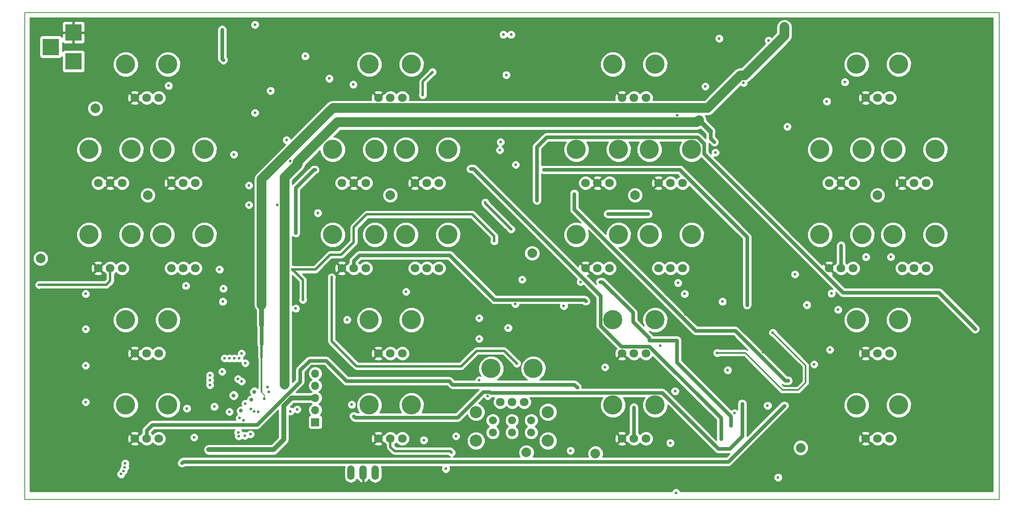
<source format=gbr>
%TF.GenerationSoftware,KiCad,Pcbnew,4.0.7*%
%TF.CreationDate,2019-01-17T01:04:15-05:00*%
%TF.ProjectId,synth_psoc,73796E74685F70736F632E6B69636164,rev?*%
%TF.FileFunction,Copper,L3,Inr,Mixed*%
%FSLAX46Y46*%
G04 Gerber Fmt 4.6, Leading zero omitted, Abs format (unit mm)*
G04 Created by KiCad (PCBNEW 4.0.7) date 01/17/19 01:04:15*
%MOMM*%
%LPD*%
G01*
G04 APERTURE LIST*
%ADD10C,0.150000*%
%ADD11R,3.500000X3.500000*%
%ADD12O,1.510000X3.010000*%
%ADD13R,1.700000X1.700000*%
%ADD14O,1.700000X1.700000*%
%ADD15C,1.800000*%
%ADD16C,4.000000*%
%ADD17C,1.676400*%
%ADD18C,2.540000*%
%ADD19C,0.600000*%
%ADD20C,2.000000*%
%ADD21C,0.800000*%
%ADD22C,0.250000*%
%ADD23C,0.500000*%
%ADD24C,2.000000*%
%ADD25C,0.750000*%
%ADD26C,1.000000*%
%ADD27C,0.300000*%
%ADD28C,0.200000*%
%ADD29C,0.254000*%
G04 APERTURE END LIST*
D10*
X203200000Y0D02*
X101600000Y0D01*
X203200000Y-101600000D02*
X203200000Y0D01*
X101600000Y-101600000D02*
X203200000Y-101600000D01*
X101600000Y0D02*
X0Y0D01*
X0Y-101600000D02*
X101600000Y-101600000D01*
X0Y0D02*
X0Y-101600000D01*
D11*
X10160000Y-10160000D03*
X10160000Y-4160000D03*
X5460000Y-7160000D03*
D12*
X73080000Y-96000000D03*
X70540000Y-96000000D03*
X68000000Y-96000000D03*
D13*
X60579000Y-85471000D03*
D14*
X60579000Y-82931000D03*
X60579000Y-80391000D03*
X60579000Y-77851000D03*
X60579000Y-75311000D03*
D15*
X116920000Y-35560000D03*
X119420000Y-35560000D03*
X121920000Y-35560000D03*
D16*
X115020000Y-28560000D03*
X123820000Y-28560000D03*
D15*
X15320000Y-35560000D03*
X17820000Y-35560000D03*
X20320000Y-35560000D03*
D16*
X13420000Y-28560000D03*
X22220000Y-28560000D03*
D15*
X66120000Y-35560000D03*
X68620000Y-35560000D03*
X71120000Y-35560000D03*
D16*
X64220000Y-28560000D03*
X73020000Y-28560000D03*
D15*
X167720000Y-35560000D03*
X170220000Y-35560000D03*
X172720000Y-35560000D03*
D16*
X165820000Y-28560000D03*
X174620000Y-28560000D03*
D15*
X22940000Y-88900000D03*
X25440000Y-88900000D03*
X27940000Y-88900000D03*
D16*
X21040000Y-81900000D03*
X29840000Y-81900000D03*
D15*
X73740000Y-88900000D03*
X76240000Y-88900000D03*
X78740000Y-88900000D03*
D16*
X71840000Y-81900000D03*
X80640000Y-81900000D03*
D15*
X124540000Y-88900000D03*
X127040000Y-88900000D03*
X129540000Y-88900000D03*
D16*
X122640000Y-81900000D03*
X131440000Y-81900000D03*
D15*
X175340000Y-88900000D03*
X177840000Y-88900000D03*
X180340000Y-88900000D03*
D16*
X173440000Y-81900000D03*
X182240000Y-81900000D03*
D15*
X99140000Y-81280000D03*
X101640000Y-81280000D03*
X104140000Y-81280000D03*
D16*
X97240000Y-74280000D03*
X106040000Y-74280000D03*
D15*
X132160000Y-53340000D03*
X134660000Y-53340000D03*
X137160000Y-53340000D03*
D16*
X130260000Y-46340000D03*
X139060000Y-46340000D03*
D15*
X30560000Y-53340000D03*
X33060000Y-53340000D03*
X35560000Y-53340000D03*
D16*
X28660000Y-46340000D03*
X37460000Y-46340000D03*
D15*
X116920000Y-53340000D03*
X119420000Y-53340000D03*
X121920000Y-53340000D03*
D16*
X115020000Y-46340000D03*
X123820000Y-46340000D03*
D15*
X15320000Y-53340000D03*
X17820000Y-53340000D03*
X20320000Y-53340000D03*
D16*
X13420000Y-46340000D03*
X22220000Y-46340000D03*
D15*
X81360000Y-53340000D03*
X83860000Y-53340000D03*
X86360000Y-53340000D03*
D16*
X79460000Y-46340000D03*
X88260000Y-46340000D03*
D15*
X182960000Y-53340000D03*
X185460000Y-53340000D03*
X187960000Y-53340000D03*
D16*
X181060000Y-46340000D03*
X189860000Y-46340000D03*
D15*
X66120000Y-53340000D03*
X68620000Y-53340000D03*
X71120000Y-53340000D03*
D16*
X64220000Y-46340000D03*
X73020000Y-46340000D03*
D15*
X167720000Y-53340000D03*
X170220000Y-53340000D03*
X172720000Y-53340000D03*
D16*
X165820000Y-46340000D03*
X174620000Y-46340000D03*
D15*
X22940000Y-17780000D03*
X25440000Y-17780000D03*
X27940000Y-17780000D03*
D16*
X21040000Y-10780000D03*
X29840000Y-10780000D03*
D15*
X73740000Y-17780000D03*
X76240000Y-17780000D03*
X78740000Y-17780000D03*
D16*
X71840000Y-10780000D03*
X80640000Y-10780000D03*
D15*
X124540000Y-17780000D03*
X127040000Y-17780000D03*
X129540000Y-17780000D03*
D16*
X122640000Y-10780000D03*
X131440000Y-10780000D03*
D15*
X175340000Y-17780000D03*
X177840000Y-17780000D03*
X180340000Y-17780000D03*
D16*
X173440000Y-10780000D03*
X182240000Y-10780000D03*
D15*
X30560000Y-35560000D03*
X33060000Y-35560000D03*
X35560000Y-35560000D03*
D16*
X28660000Y-28560000D03*
X37460000Y-28560000D03*
D15*
X81360000Y-35560000D03*
X83860000Y-35560000D03*
X86360000Y-35560000D03*
D16*
X79460000Y-28560000D03*
X88260000Y-28560000D03*
D15*
X132160000Y-35560000D03*
X134660000Y-35560000D03*
X137160000Y-35560000D03*
D16*
X130260000Y-28560000D03*
X139060000Y-28560000D03*
D15*
X182960000Y-35560000D03*
X185460000Y-35560000D03*
X187960000Y-35560000D03*
D16*
X181060000Y-28560000D03*
X189860000Y-28560000D03*
D15*
X22940000Y-71120000D03*
X25440000Y-71120000D03*
X27940000Y-71120000D03*
D16*
X21040000Y-64120000D03*
X29840000Y-64120000D03*
D15*
X73740000Y-71120000D03*
X76240000Y-71120000D03*
X78740000Y-71120000D03*
D16*
X71840000Y-64120000D03*
X80640000Y-64120000D03*
D15*
X124540000Y-71120000D03*
X127040000Y-71120000D03*
X129540000Y-71120000D03*
D16*
X122640000Y-64120000D03*
X131440000Y-64120000D03*
D15*
X175340000Y-71120000D03*
X177840000Y-71120000D03*
X180340000Y-71120000D03*
D16*
X173440000Y-64120000D03*
X182240000Y-64120000D03*
D17*
X97602040Y-85110320D03*
X101600000Y-85110320D03*
X105597960Y-85110320D03*
X97602040Y-87609680D03*
X101600000Y-87609680D03*
X105597960Y-87609680D03*
D18*
X94101920Y-83360260D03*
X94101920Y-89359740D03*
X109098080Y-83360260D03*
X109098080Y-89359740D03*
D19*
X100584000Y-14478000D03*
X51054000Y-28956000D03*
X55372000Y-30988000D03*
X114808000Y-12700000D03*
X58420000Y-91440000D03*
X67310000Y-91440000D03*
X58420000Y-90424000D03*
X67310000Y-90424000D03*
X161036000Y-67564000D03*
X153924000Y-70866000D03*
X153416000Y-76454000D03*
X140970000Y-85598000D03*
X139192000Y-9906000D03*
X149860000Y-16256000D03*
X3302000Y-43688000D03*
X9652000Y-69850000D03*
X9652000Y-77470000D03*
X9906000Y-54610000D03*
X114800000Y-13600000D03*
X148600000Y-56000000D03*
X137800000Y-63000000D03*
X23000000Y-68000000D03*
X32800000Y-65600000D03*
X66400000Y-6200000D03*
X85000000Y-6600000D03*
X103000000Y-51750000D03*
X105500000Y-48500000D03*
X143800000Y-27000000D03*
X54200000Y-77600000D03*
X46736000Y-40132000D03*
X46736000Y-36068000D03*
X52699990Y-40157152D03*
X48000000Y-2500000D03*
X30000000Y-15250000D03*
X63500000Y-13750000D03*
X136057841Y-21380011D03*
X167250000Y-18500000D03*
X51250000Y-16300000D03*
X68500000Y-15000000D03*
X150600000Y-61000000D03*
X108200000Y-32800000D03*
X145200000Y-89000000D03*
X93000000Y-32600000D03*
X83000000Y-17200000D03*
X85000000Y-12400000D03*
X159200000Y-76800000D03*
X114600000Y-37800000D03*
X158400000Y-3000000D03*
X50000000Y-80600000D03*
X141910668Y-15410668D03*
X171000000Y-14500000D03*
X198200000Y-66000000D03*
X106800000Y-39200000D03*
X103707627Y-55707627D03*
X115900000Y-56200000D03*
X96000000Y-39600000D03*
X101400000Y-45200000D03*
X112400000Y-61200000D03*
X102300000Y-60800000D03*
X145500000Y-60300000D03*
X41300000Y-60300000D03*
X169600000Y-62000000D03*
X154900000Y-82000000D03*
X149900000Y-14600000D03*
X100400000Y-13000000D03*
X67200000Y-64100000D03*
X61100000Y-41800000D03*
X48000000Y-20900000D03*
D20*
X14700000Y-20000000D03*
X177800000Y-38100000D03*
X127254000Y-38100000D03*
X76200000Y-38100000D03*
X25654000Y-38100000D03*
D19*
X35306000Y-88646000D03*
X42672000Y-83312000D03*
D21*
X47269085Y-80774979D03*
D19*
X3000000Y-56800000D03*
X55400000Y-83200000D03*
X48700000Y-83300000D03*
X45612221Y-85124990D03*
X87800000Y-95200000D03*
X83200000Y-89200000D03*
X33800000Y-82600000D03*
X121600000Y-42000000D03*
X130000000Y-42000000D03*
X47134350Y-82756234D03*
D20*
X119000000Y-92000000D03*
D19*
X170200000Y-48600000D03*
X117000000Y-60200000D03*
X120000000Y-56200000D03*
X147200000Y-86200000D03*
X44800000Y-84599990D03*
X39526136Y-82240590D03*
X47800000Y-83200000D03*
D20*
X104600000Y-91800000D03*
D19*
X68200000Y-81800000D03*
X56800000Y-82800000D03*
X158400000Y-82000000D03*
X32800000Y-94000000D03*
X149600000Y-81600000D03*
X68600000Y-84200000D03*
X146600000Y-74600000D03*
X113800000Y-91400000D03*
X115200000Y-78200000D03*
X89000000Y-91800000D03*
X127000000Y-82400000D03*
X121000000Y-74000000D03*
X168200000Y-58600000D03*
X136200000Y-56400000D03*
X102600000Y-73200000D03*
X64000000Y-55200000D03*
X41400000Y-57600000D03*
X132500000Y-69500000D03*
X164592000Y-73406000D03*
X167894000Y-70358000D03*
D21*
X45085000Y-83095010D03*
D20*
X3302000Y-51308000D03*
D21*
X47879000Y-79121000D03*
X43561000Y-79883000D03*
D19*
X38400000Y-91200000D03*
X50927000Y-79121000D03*
X50673000Y-78105000D03*
X56500000Y-61750000D03*
X79500000Y-58250000D03*
X89916000Y-88392000D03*
X96520000Y-80010000D03*
X94742000Y-76708000D03*
X94742000Y-68072000D03*
X94742000Y-63754000D03*
X99060000Y-28702000D03*
X102362000Y-31750000D03*
X41402000Y-9906000D03*
X41148000Y-3556000D03*
X58481730Y-9080009D03*
X155104536Y-5799989D03*
X156000000Y-66800000D03*
X144400000Y-71000000D03*
X148000000Y-83600000D03*
X135600000Y-79000000D03*
X100800000Y-65800000D03*
X144800000Y-5400000D03*
X144000000Y-29200000D03*
X159000000Y-23800000D03*
X54600000Y-26600000D03*
X43600000Y-29600000D03*
X99200000Y-27000000D03*
X101400000Y-4600000D03*
X99800000Y-4600000D03*
D20*
X105800000Y-50200000D03*
D19*
X60500000Y-32800000D03*
X56500000Y-46000000D03*
X160600000Y-54600000D03*
X157100000Y-97000000D03*
X134600000Y-89800000D03*
X135800000Y-100200000D03*
X180600000Y-51000000D03*
X175400000Y-51000000D03*
X97900000Y-47700000D03*
X33600000Y-57000000D03*
X58000000Y-59900000D03*
X163100000Y-61000000D03*
X137600000Y-58700000D03*
X55800000Y-53600000D03*
X40600000Y-53600000D03*
X41656000Y-72136000D03*
X43688000Y-72136000D03*
X45212000Y-71120000D03*
X44450000Y-76454000D03*
X42672000Y-72136000D03*
X44704000Y-72136000D03*
X45974000Y-73152000D03*
X45212000Y-76962000D03*
X41148000Y-74930000D03*
X38608000Y-75692000D03*
X38608000Y-76708000D03*
X38608000Y-77724000D03*
D20*
X161800000Y-90800000D03*
D19*
X46000000Y-81600000D03*
X20100000Y-96300000D03*
X12700000Y-81280000D03*
X47059168Y-87963094D03*
X20555831Y-95642552D03*
X12700000Y-73660000D03*
X45885824Y-88295022D03*
X20872316Y-94907803D03*
X12700000Y-66040000D03*
X44613138Y-88391972D03*
X20948206Y-94099794D03*
X12700000Y-58700000D03*
X44500000Y-87600000D03*
D22*
X100584000Y-14478000D02*
X102362000Y-12700000D01*
X102362000Y-12700000D02*
X114808000Y-12700000D01*
D23*
X30400000Y-68000000D02*
X23000000Y-68000000D01*
X32800000Y-65600000D02*
X30400000Y-68000000D01*
D24*
X140119988Y-22880012D02*
X140600000Y-22400000D01*
X54200000Y-34380002D02*
X56872001Y-31708001D01*
X65163986Y-22880012D02*
X140119988Y-22880012D01*
X56872001Y-31171997D02*
X65163986Y-22880012D01*
X56872001Y-31708001D02*
X56872001Y-31171997D01*
X54200000Y-77600000D02*
X54200000Y-34380002D01*
D25*
X143000000Y-24800000D02*
X143000000Y-26200000D01*
X143000000Y-26200000D02*
X143800000Y-27000000D01*
D26*
X140600000Y-22400000D02*
X143000000Y-24800000D01*
D25*
X108200000Y-32800000D02*
X136583002Y-32800000D01*
X136583002Y-32800000D02*
X150600000Y-46816998D01*
X150600000Y-46816998D02*
X150600000Y-61000000D01*
X145200000Y-84596998D02*
X145200000Y-88575736D01*
X130248001Y-69644999D02*
X145200000Y-84596998D01*
X120064999Y-65356001D02*
X124353997Y-69644999D01*
X145200000Y-88575736D02*
X145200000Y-89000000D01*
X124353997Y-69644999D02*
X130248001Y-69644999D01*
X120064999Y-59069997D02*
X120064999Y-65356001D01*
X93595002Y-32600000D02*
X120064999Y-59069997D01*
X93000000Y-32600000D02*
X93595002Y-32600000D01*
D23*
X83000000Y-14400000D02*
X83000000Y-17200000D01*
X85000000Y-12400000D02*
X83000000Y-14400000D01*
D25*
X148162998Y-66400000D02*
X158562998Y-76800000D01*
X158775736Y-76800000D02*
X159200000Y-76800000D01*
X139904998Y-66400000D02*
X148162998Y-66400000D01*
X158562998Y-76800000D02*
X158775736Y-76800000D01*
X114600000Y-41095002D02*
X139904998Y-66400000D01*
X114600000Y-37800000D02*
X114600000Y-41095002D01*
D24*
X158400000Y-4820002D02*
X158400000Y-3424264D01*
X150120003Y-13099999D02*
X158400000Y-4820002D01*
X49400000Y-34739998D02*
X64259997Y-19880001D01*
X158400000Y-3424264D02*
X158400000Y-3000000D01*
X49400000Y-61000000D02*
X49400000Y-34739998D01*
X142399997Y-19880001D02*
X149179999Y-13099999D01*
X149179999Y-13099999D02*
X150120003Y-13099999D01*
X64259997Y-19880001D02*
X142399997Y-19880001D01*
D26*
X49400000Y-65200000D02*
X49400000Y-61000000D01*
D25*
X49400000Y-69200000D02*
X49400000Y-65200000D01*
D23*
X49400000Y-72000000D02*
X49400000Y-69200000D01*
D27*
X49400000Y-76200000D02*
X49400000Y-72000000D01*
X49400000Y-79200000D02*
X49400000Y-76200000D01*
D28*
X50000000Y-79800000D02*
X49400000Y-79200000D01*
X50000000Y-80600000D02*
X50000000Y-79800000D01*
D25*
X108815001Y-25984999D02*
X140296001Y-25984999D01*
X141635001Y-29438003D02*
X170596998Y-58400000D01*
X190600000Y-58400000D02*
X197900001Y-65700001D01*
X170596998Y-58400000D02*
X190600000Y-58400000D01*
X140296001Y-25984999D02*
X141635001Y-27323999D01*
X197900001Y-65700001D02*
X198200000Y-66000000D01*
X106800000Y-28000000D02*
X108815001Y-25984999D01*
X106800000Y-39200000D02*
X106800000Y-28000000D01*
X141635001Y-27323999D02*
X141635001Y-29438003D01*
D23*
X101400000Y-45200000D02*
X96000000Y-39800000D01*
X96000000Y-39800000D02*
X96000000Y-39600000D01*
X17000000Y-56800000D02*
X17820000Y-55980000D01*
X17820000Y-55980000D02*
X17820000Y-53340000D01*
X3000000Y-56800000D02*
X17000000Y-56800000D01*
D25*
X130000000Y-42000000D02*
X121600000Y-42000000D01*
X170200000Y-48600000D02*
X170200000Y-53320000D01*
X170200000Y-53320000D02*
X170220000Y-53340000D01*
X117000000Y-60200000D02*
X116700001Y-59900001D01*
X116700001Y-59900001D02*
X97900001Y-59900001D01*
X97900001Y-59900001D02*
X88600000Y-50600000D01*
X69800000Y-50600000D02*
X68620000Y-51780000D01*
X68620000Y-51780000D02*
X68620000Y-53340000D01*
X88600000Y-50600000D02*
X69800000Y-50600000D01*
X126800000Y-62600000D02*
X120400000Y-56200000D01*
X120400000Y-56200000D02*
X120000000Y-56200000D01*
X126800000Y-64468998D02*
X126800000Y-62600000D01*
X130200000Y-68400000D02*
X130200000Y-67868998D01*
X130200000Y-67868998D02*
X126800000Y-64468998D01*
X136000000Y-68400000D02*
X130200000Y-68400000D01*
X136000000Y-73000000D02*
X136000000Y-68400000D01*
X147200000Y-84200000D02*
X136000000Y-73000000D01*
X147200000Y-86200000D02*
X147200000Y-84200000D01*
X32800000Y-94000000D02*
X33099999Y-93700001D01*
X33099999Y-93700001D02*
X146699999Y-93700001D01*
X146699999Y-93700001D02*
X158400000Y-82000000D01*
X149600000Y-82024264D02*
X149600000Y-81600000D01*
X149600000Y-88400000D02*
X149600000Y-82024264D01*
X147000000Y-91000000D02*
X149600000Y-88400000D01*
X97130001Y-79324999D02*
X132924999Y-79324999D01*
X144600000Y-91000000D02*
X147000000Y-91000000D01*
X96940001Y-79134999D02*
X97130001Y-79324999D01*
X90231579Y-84499999D02*
X95596579Y-79134999D01*
X68899999Y-84499999D02*
X90231579Y-84499999D01*
X68600000Y-84200000D02*
X68899999Y-84499999D01*
X132924999Y-79324999D02*
X144600000Y-91000000D01*
X95596579Y-79134999D02*
X96940001Y-79134999D01*
X89200000Y-77600000D02*
X114600000Y-77600000D01*
X114600000Y-77600000D02*
X115200000Y-78200000D01*
X88455001Y-76855001D02*
X89200000Y-77600000D01*
X62800000Y-72600000D02*
X67055001Y-76855001D01*
X67055001Y-76855001D02*
X88455001Y-76855001D01*
X59400000Y-72600000D02*
X62800000Y-72600000D01*
X57400000Y-74600000D02*
X59400000Y-72600000D01*
X57400000Y-77000000D02*
X57400000Y-74600000D01*
X48400000Y-86000000D02*
X57400000Y-77000000D01*
X26600000Y-86000000D02*
X48400000Y-86000000D01*
X25440000Y-87160000D02*
X26600000Y-86000000D01*
X25440000Y-88900000D02*
X25440000Y-87160000D01*
D23*
X76240000Y-90640000D02*
X77100001Y-91500001D01*
X77100001Y-91500001D02*
X88700001Y-91500001D01*
X88700001Y-91500001D02*
X89000000Y-91800000D01*
X76400000Y-90800000D02*
X76240000Y-90640000D01*
X76240000Y-90640000D02*
X76240000Y-88900000D01*
D25*
X127040000Y-88900000D02*
X127040000Y-82440000D01*
X127040000Y-82440000D02*
X127000000Y-82400000D01*
D23*
X101600000Y-72200000D02*
X101800000Y-72400000D01*
X100000000Y-70600000D02*
X101600000Y-72200000D01*
X101600000Y-72200000D02*
X102600000Y-73200000D01*
X94200000Y-70600000D02*
X100000000Y-70600000D01*
X91000000Y-73800000D02*
X94200000Y-70600000D01*
X69200000Y-73800000D02*
X91000000Y-73800000D01*
X64000000Y-68600000D02*
X69200000Y-73800000D01*
X64000000Y-65600000D02*
X64000000Y-68600000D01*
X64000000Y-55200000D02*
X64000000Y-65600000D01*
D26*
X60579000Y-80391000D02*
X55529294Y-80391000D01*
X38824264Y-91200000D02*
X38400000Y-91200000D01*
X55529294Y-80391000D02*
X55529294Y-80470706D01*
X55529294Y-80470706D02*
X54000000Y-82000000D01*
X51900000Y-91200000D02*
X38824264Y-91200000D01*
X54000000Y-82000000D02*
X54000000Y-89100000D01*
X54000000Y-89100000D02*
X51900000Y-91200000D01*
D27*
X144400000Y-71000000D02*
X150248000Y-71000000D01*
X150248000Y-71000000D02*
X157988000Y-78740000D01*
X157988000Y-78740000D02*
X161290000Y-78740000D01*
X161290000Y-78740000D02*
X162814000Y-77216000D01*
X162814000Y-77216000D02*
X162814000Y-73614000D01*
X162814000Y-73614000D02*
X156000000Y-66800000D01*
D25*
X41148000Y-3556000D02*
X41148000Y-9652000D01*
X41148000Y-9652000D02*
X41402000Y-9906000D01*
X56500000Y-36600000D02*
X60300000Y-32800000D01*
X60300000Y-32800000D02*
X60500000Y-32800000D01*
X56500000Y-46000000D02*
X56500000Y-36600000D01*
D23*
X91200000Y-42100000D02*
X93336279Y-42100000D01*
X93336279Y-42100000D02*
X97900000Y-46663721D01*
X97900000Y-46663721D02*
X97900000Y-47700000D01*
X71300000Y-42100000D02*
X91200000Y-42100000D01*
X68600000Y-44800000D02*
X71300000Y-42100000D01*
X68600000Y-47900000D02*
X68600000Y-44800000D01*
X66000000Y-50500000D02*
X68600000Y-47900000D01*
X63686002Y-50500000D02*
X66000000Y-50500000D01*
X55800000Y-53600000D02*
X60586002Y-53600000D01*
X60586002Y-53600000D02*
X63686002Y-50500000D01*
X58000000Y-59900000D02*
X58000000Y-55800000D01*
X58000000Y-55800000D02*
X55800000Y-53600000D01*
D29*
G36*
X201873000Y-99873000D02*
X136676558Y-99873000D01*
X136593117Y-99671057D01*
X136330327Y-99407808D01*
X135986799Y-99265162D01*
X135614833Y-99264838D01*
X135271057Y-99406883D01*
X135007808Y-99669673D01*
X134923379Y-99873000D01*
X1127000Y-99873000D01*
X1127000Y-96485167D01*
X19164838Y-96485167D01*
X19306883Y-96828943D01*
X19569673Y-97092192D01*
X19913201Y-97234838D01*
X20285167Y-97235162D01*
X20628943Y-97093117D01*
X20892192Y-96830327D01*
X21034838Y-96486799D01*
X21034865Y-96456291D01*
X21084774Y-96435669D01*
X21348023Y-96172879D01*
X21490669Y-95829351D01*
X21490859Y-95611476D01*
X21664508Y-95438130D01*
X21807154Y-95094602D01*
X21807478Y-94722636D01*
X21754860Y-94595292D01*
X21883044Y-94286593D01*
X21883368Y-93914627D01*
X21741323Y-93570851D01*
X21478533Y-93307602D01*
X21135005Y-93164956D01*
X20763039Y-93164632D01*
X20419263Y-93306677D01*
X20156014Y-93569467D01*
X20013368Y-93912995D01*
X20013044Y-94284961D01*
X20065662Y-94412305D01*
X19937478Y-94721004D01*
X19937288Y-94938879D01*
X19763639Y-95112225D01*
X19620993Y-95455753D01*
X19620966Y-95486261D01*
X19571057Y-95506883D01*
X19307808Y-95769673D01*
X19165162Y-96113201D01*
X19164838Y-96485167D01*
X1127000Y-96485167D01*
X1127000Y-89980159D01*
X22039446Y-89980159D01*
X22125852Y-90236643D01*
X22699336Y-90446458D01*
X23309460Y-90420839D01*
X23754148Y-90236643D01*
X23840554Y-89980159D01*
X22940000Y-89079605D01*
X22039446Y-89980159D01*
X1127000Y-89980159D01*
X1127000Y-88659336D01*
X21393542Y-88659336D01*
X21419161Y-89269460D01*
X21603357Y-89714148D01*
X21859841Y-89800554D01*
X22760395Y-88900000D01*
X23119605Y-88900000D01*
X24020159Y-89800554D01*
X24135214Y-89761793D01*
X24137932Y-89768371D01*
X24569357Y-90200551D01*
X25133330Y-90434733D01*
X25743991Y-90435265D01*
X26308371Y-90202068D01*
X26690288Y-89820818D01*
X27069357Y-90200551D01*
X27633330Y-90434733D01*
X28243991Y-90435265D01*
X28808371Y-90202068D01*
X29240551Y-89770643D01*
X29474733Y-89206670D01*
X29475060Y-88831167D01*
X34370838Y-88831167D01*
X34512883Y-89174943D01*
X34775673Y-89438192D01*
X35119201Y-89580838D01*
X35491167Y-89581162D01*
X35834943Y-89439117D01*
X36098192Y-89176327D01*
X36240838Y-88832799D01*
X36241162Y-88460833D01*
X36099117Y-88117057D01*
X35836327Y-87853808D01*
X35492799Y-87711162D01*
X35120833Y-87710838D01*
X34777057Y-87852883D01*
X34513808Y-88115673D01*
X34371162Y-88459201D01*
X34370838Y-88831167D01*
X29475060Y-88831167D01*
X29475265Y-88596009D01*
X29242068Y-88031629D01*
X28810643Y-87599449D01*
X28246670Y-87365267D01*
X27636009Y-87364735D01*
X27071629Y-87597932D01*
X26689712Y-87979182D01*
X26450000Y-87739050D01*
X26450000Y-87578356D01*
X27018356Y-87010000D01*
X43767585Y-87010000D01*
X43707808Y-87069673D01*
X43565162Y-87413201D01*
X43564838Y-87785167D01*
X43706883Y-88128943D01*
X43709052Y-88131115D01*
X43678300Y-88205173D01*
X43677976Y-88577139D01*
X43820021Y-88920915D01*
X44082811Y-89184164D01*
X44426339Y-89326810D01*
X44798305Y-89327134D01*
X45142081Y-89185089D01*
X45297913Y-89029529D01*
X45355497Y-89087214D01*
X45699025Y-89229860D01*
X46070991Y-89230184D01*
X46414767Y-89088139D01*
X46678016Y-88825349D01*
X46680892Y-88818423D01*
X46872369Y-88897932D01*
X47244335Y-88898256D01*
X47588111Y-88756211D01*
X47851360Y-88493421D01*
X47994006Y-88149893D01*
X47994330Y-87777927D01*
X47852285Y-87434151D01*
X47589495Y-87170902D01*
X47245967Y-87028256D01*
X46874001Y-87027932D01*
X46530225Y-87169977D01*
X46266976Y-87432767D01*
X46264100Y-87439693D01*
X46072623Y-87360184D01*
X45700657Y-87359860D01*
X45435114Y-87469580D01*
X45435162Y-87414833D01*
X45293117Y-87071057D01*
X45232166Y-87010000D01*
X48400000Y-87010000D01*
X48786510Y-86933118D01*
X49114178Y-86714178D01*
X52865000Y-82963356D01*
X52865000Y-88629867D01*
X51429868Y-90065000D01*
X38400000Y-90065000D01*
X37965654Y-90151397D01*
X37597434Y-90397434D01*
X37351397Y-90765654D01*
X37265000Y-91200000D01*
X37351397Y-91634346D01*
X37597434Y-92002566D01*
X37965654Y-92248603D01*
X38400000Y-92335000D01*
X51900000Y-92335000D01*
X52334346Y-92248603D01*
X52702566Y-92002566D01*
X54724973Y-89980159D01*
X72839446Y-89980159D01*
X72925852Y-90236643D01*
X73499336Y-90446458D01*
X74109460Y-90420839D01*
X74554148Y-90236643D01*
X74640554Y-89980159D01*
X73740000Y-89079605D01*
X72839446Y-89980159D01*
X54724973Y-89980159D01*
X54802566Y-89902567D01*
X55048603Y-89534346D01*
X55067729Y-89438192D01*
X55135000Y-89100000D01*
X55135000Y-88659336D01*
X72193542Y-88659336D01*
X72219161Y-89269460D01*
X72403357Y-89714148D01*
X72659841Y-89800554D01*
X73560395Y-88900000D01*
X72659841Y-87999446D01*
X72403357Y-88085852D01*
X72193542Y-88659336D01*
X55135000Y-88659336D01*
X55135000Y-87819841D01*
X72839446Y-87819841D01*
X73740000Y-88720395D01*
X74640554Y-87819841D01*
X74554148Y-87563357D01*
X73980664Y-87353542D01*
X73370540Y-87379161D01*
X72925852Y-87563357D01*
X72839446Y-87819841D01*
X55135000Y-87819841D01*
X55135000Y-84102366D01*
X55213201Y-84134838D01*
X55585167Y-84135162D01*
X55928943Y-83993117D01*
X56192192Y-83730327D01*
X56255462Y-83577956D01*
X56269673Y-83592192D01*
X56613201Y-83734838D01*
X56985167Y-83735162D01*
X57328943Y-83593117D01*
X57592192Y-83330327D01*
X57734838Y-82986799D01*
X57735162Y-82614833D01*
X57593117Y-82271057D01*
X57330327Y-82007808D01*
X56986799Y-81865162D01*
X56614833Y-81864838D01*
X56271057Y-82006883D01*
X56007808Y-82269673D01*
X55944538Y-82422044D01*
X55930327Y-82407808D01*
X55586799Y-82265162D01*
X55340185Y-82264947D01*
X56079132Y-81526000D01*
X59626984Y-81526000D01*
X59829026Y-81661000D01*
X59499853Y-81880946D01*
X59177946Y-82362715D01*
X59064907Y-82931000D01*
X59177946Y-83499285D01*
X59499853Y-83981054D01*
X59541452Y-84008850D01*
X59493683Y-84017838D01*
X59277559Y-84156910D01*
X59132569Y-84369110D01*
X59081560Y-84621000D01*
X59081560Y-86321000D01*
X59125838Y-86556317D01*
X59264910Y-86772441D01*
X59477110Y-86917431D01*
X59729000Y-86968440D01*
X61429000Y-86968440D01*
X61664317Y-86924162D01*
X61880441Y-86785090D01*
X62025431Y-86572890D01*
X62076440Y-86321000D01*
X62076440Y-84621000D01*
X62032162Y-84385683D01*
X61893090Y-84169559D01*
X61680890Y-84024569D01*
X61613459Y-84010914D01*
X61658147Y-83981054D01*
X61980054Y-83499285D01*
X62093093Y-82931000D01*
X61980054Y-82362715D01*
X61727786Y-81985167D01*
X67264838Y-81985167D01*
X67406883Y-82328943D01*
X67669673Y-82592192D01*
X68013201Y-82734838D01*
X68385167Y-82735162D01*
X68728943Y-82593117D01*
X68992192Y-82330327D01*
X69134838Y-81986799D01*
X69135162Y-81614833D01*
X68993117Y-81271057D01*
X68730327Y-81007808D01*
X68386799Y-80865162D01*
X68014833Y-80864838D01*
X67671057Y-81006883D01*
X67407808Y-81269673D01*
X67265162Y-81613201D01*
X67264838Y-81985167D01*
X61727786Y-81985167D01*
X61658147Y-81880946D01*
X61328974Y-81661000D01*
X61658147Y-81441054D01*
X61980054Y-80959285D01*
X62093093Y-80391000D01*
X61980054Y-79822715D01*
X61658147Y-79340946D01*
X61328974Y-79121000D01*
X61658147Y-78901054D01*
X61980054Y-78419285D01*
X62093093Y-77851000D01*
X61980054Y-77282715D01*
X61658147Y-76800946D01*
X61328974Y-76581000D01*
X61658147Y-76361054D01*
X61980054Y-75879285D01*
X62093093Y-75311000D01*
X61980054Y-74742715D01*
X61658147Y-74260946D01*
X61176378Y-73939039D01*
X60608093Y-73826000D01*
X60549907Y-73826000D01*
X59981622Y-73939039D01*
X59499853Y-74260946D01*
X59177946Y-74742715D01*
X59064907Y-75311000D01*
X59177946Y-75879285D01*
X59499853Y-76361054D01*
X59829026Y-76581000D01*
X59499853Y-76800946D01*
X59177946Y-77282715D01*
X59064907Y-77851000D01*
X59177946Y-78419285D01*
X59499853Y-78901054D01*
X59829026Y-79121000D01*
X59626984Y-79256000D01*
X56572356Y-79256000D01*
X58114178Y-77714178D01*
X58333118Y-77386510D01*
X58410000Y-77000000D01*
X58410000Y-75018356D01*
X59818356Y-73610000D01*
X62381644Y-73610000D01*
X66340823Y-77569179D01*
X66668491Y-77788119D01*
X67055001Y-77865001D01*
X88036645Y-77865001D01*
X88485822Y-78314178D01*
X88813490Y-78533118D01*
X89200000Y-78610000D01*
X94693222Y-78610000D01*
X89813223Y-83489999D01*
X82776933Y-83489999D01*
X82872542Y-83394557D01*
X83274542Y-82426433D01*
X83275457Y-81378166D01*
X82875147Y-80409342D01*
X82134557Y-79667458D01*
X81166433Y-79265458D01*
X80118166Y-79264543D01*
X79149342Y-79664853D01*
X78407458Y-80405443D01*
X78005458Y-81373567D01*
X78004543Y-82421834D01*
X78404853Y-83390658D01*
X78504021Y-83489999D01*
X73976933Y-83489999D01*
X74072542Y-83394557D01*
X74474542Y-82426433D01*
X74475457Y-81378166D01*
X74075147Y-80409342D01*
X73334557Y-79667458D01*
X72366433Y-79265458D01*
X71318166Y-79264543D01*
X70349342Y-79664853D01*
X69607458Y-80405443D01*
X69205458Y-81373567D01*
X69204543Y-82421834D01*
X69604853Y-83390658D01*
X69704021Y-83489999D01*
X69318355Y-83489999D01*
X69314178Y-83485822D01*
X68986510Y-83266882D01*
X68600000Y-83190000D01*
X68213490Y-83266882D01*
X67885822Y-83485822D01*
X67666882Y-83813490D01*
X67590000Y-84200000D01*
X67666882Y-84586510D01*
X67885822Y-84914178D01*
X68185821Y-85214177D01*
X68513489Y-85433117D01*
X68899999Y-85509999D01*
X90231579Y-85509999D01*
X90618089Y-85433117D01*
X90664551Y-85402072D01*
X96128585Y-85402072D01*
X96352393Y-85943731D01*
X96766449Y-86358510D01*
X96769375Y-86359725D01*
X96768629Y-86360033D01*
X96353850Y-86774089D01*
X96129096Y-87315357D01*
X96128585Y-87901432D01*
X96352393Y-88443091D01*
X96766449Y-88857870D01*
X97307717Y-89082624D01*
X97893792Y-89083135D01*
X98435451Y-88859327D01*
X98850230Y-88445271D01*
X99074984Y-87904003D01*
X99075495Y-87317928D01*
X98851687Y-86776269D01*
X98437631Y-86361490D01*
X98434705Y-86360275D01*
X98435451Y-86359967D01*
X98850230Y-85945911D01*
X99074984Y-85404643D01*
X99074986Y-85402072D01*
X100126545Y-85402072D01*
X100350353Y-85943731D01*
X100764409Y-86358510D01*
X100767335Y-86359725D01*
X100766589Y-86360033D01*
X100351810Y-86774089D01*
X100127056Y-87315357D01*
X100126545Y-87901432D01*
X100350353Y-88443091D01*
X100764409Y-88857870D01*
X101305677Y-89082624D01*
X101891752Y-89083135D01*
X102433411Y-88859327D01*
X102848190Y-88445271D01*
X103072944Y-87904003D01*
X103073455Y-87317928D01*
X102849647Y-86776269D01*
X102435591Y-86361490D01*
X102432665Y-86360275D01*
X102433411Y-86359967D01*
X102848190Y-85945911D01*
X103072944Y-85404643D01*
X103072946Y-85402072D01*
X104124505Y-85402072D01*
X104348313Y-85943731D01*
X104762369Y-86358510D01*
X104765295Y-86359725D01*
X104764549Y-86360033D01*
X104349770Y-86774089D01*
X104125016Y-87315357D01*
X104124505Y-87901432D01*
X104348313Y-88443091D01*
X104762369Y-88857870D01*
X105303637Y-89082624D01*
X105889712Y-89083135D01*
X106431371Y-88859327D01*
X106846150Y-88445271D01*
X107070904Y-87904003D01*
X107071415Y-87317928D01*
X106847607Y-86776269D01*
X106433551Y-86361490D01*
X106430625Y-86360275D01*
X106431371Y-86359967D01*
X106846150Y-85945911D01*
X107070904Y-85404643D01*
X107071415Y-84818568D01*
X106847607Y-84276909D01*
X106433551Y-83862130D01*
X106133469Y-83737525D01*
X107192750Y-83737525D01*
X107482158Y-84437946D01*
X108017575Y-84974299D01*
X108717490Y-85264928D01*
X109475345Y-85265590D01*
X110175766Y-84976182D01*
X110712119Y-84440765D01*
X111002748Y-83740850D01*
X111003410Y-82982995D01*
X110714002Y-82282574D01*
X110178585Y-81746221D01*
X109478670Y-81455592D01*
X108720815Y-81454930D01*
X108020394Y-81744338D01*
X107484041Y-82279755D01*
X107193412Y-82979670D01*
X107192750Y-83737525D01*
X106133469Y-83737525D01*
X105892283Y-83637376D01*
X105306208Y-83636865D01*
X104764549Y-83860673D01*
X104349770Y-84274729D01*
X104125016Y-84815997D01*
X104124505Y-85402072D01*
X103072946Y-85402072D01*
X103073455Y-84818568D01*
X102849647Y-84276909D01*
X102435591Y-83862130D01*
X101894323Y-83637376D01*
X101308248Y-83636865D01*
X100766589Y-83860673D01*
X100351810Y-84274729D01*
X100127056Y-84815997D01*
X100126545Y-85402072D01*
X99074986Y-85402072D01*
X99075495Y-84818568D01*
X98851687Y-84276909D01*
X98437631Y-83862130D01*
X97896363Y-83637376D01*
X97310288Y-83636865D01*
X96768629Y-83860673D01*
X96353850Y-84274729D01*
X96129096Y-84815997D01*
X96128585Y-85402072D01*
X90664551Y-85402072D01*
X90945757Y-85214177D01*
X92262615Y-83897319D01*
X92485998Y-84437946D01*
X93021415Y-84974299D01*
X93721330Y-85264928D01*
X94479185Y-85265590D01*
X95179606Y-84976182D01*
X95715959Y-84440765D01*
X96006588Y-83740850D01*
X96007250Y-82982995D01*
X95717842Y-82282574D01*
X95182425Y-81746221D01*
X94639256Y-81520678D01*
X95695922Y-80464012D01*
X95726883Y-80538943D01*
X95989673Y-80802192D01*
X96333201Y-80944838D01*
X96705167Y-80945162D01*
X97048943Y-80803117D01*
X97312192Y-80540327D01*
X97397452Y-80334999D01*
X97913937Y-80334999D01*
X97839449Y-80409357D01*
X97605267Y-80973330D01*
X97604735Y-81583991D01*
X97837932Y-82148371D01*
X98269357Y-82580551D01*
X98833330Y-82814733D01*
X99443991Y-82815265D01*
X100008371Y-82582068D01*
X100390288Y-82200818D01*
X100769357Y-82580551D01*
X101333330Y-82814733D01*
X101943991Y-82815265D01*
X102508371Y-82582068D01*
X102890288Y-82200818D01*
X103269357Y-82580551D01*
X103833330Y-82814733D01*
X104443991Y-82815265D01*
X105008371Y-82582068D01*
X105440551Y-82150643D01*
X105674733Y-81586670D01*
X105675265Y-80976009D01*
X105442068Y-80411629D01*
X105365572Y-80334999D01*
X120478025Y-80334999D01*
X120407458Y-80405443D01*
X120005458Y-81373567D01*
X120004543Y-82421834D01*
X120404853Y-83390658D01*
X121145443Y-84132542D01*
X122113567Y-84534542D01*
X123161834Y-84535457D01*
X124130658Y-84135147D01*
X124872542Y-83394557D01*
X125274542Y-82426433D01*
X125275457Y-81378166D01*
X124875147Y-80409342D01*
X124800934Y-80334999D01*
X129278025Y-80334999D01*
X129207458Y-80405443D01*
X128805458Y-81373567D01*
X128804543Y-82421834D01*
X129204853Y-83390658D01*
X129945443Y-84132542D01*
X130913567Y-84534542D01*
X131961834Y-84535457D01*
X132930658Y-84135147D01*
X133672542Y-83394557D01*
X134074542Y-82426433D01*
X134074999Y-81903355D01*
X143885822Y-91714178D01*
X144213490Y-91933118D01*
X144600000Y-92010000D01*
X146961644Y-92010000D01*
X146281643Y-92690001D01*
X120483839Y-92690001D01*
X120634716Y-92326648D01*
X120635284Y-91676205D01*
X120386894Y-91075057D01*
X119927363Y-90614722D01*
X119326648Y-90365284D01*
X118676205Y-90364716D01*
X118075057Y-90613106D01*
X117614722Y-91072637D01*
X117365284Y-91673352D01*
X117364716Y-92323795D01*
X117516030Y-92690001D01*
X106000792Y-92690001D01*
X106234716Y-92126648D01*
X106235188Y-91585167D01*
X112864838Y-91585167D01*
X113006883Y-91928943D01*
X113269673Y-92192192D01*
X113613201Y-92334838D01*
X113985167Y-92335162D01*
X114328943Y-92193117D01*
X114592192Y-91930327D01*
X114734838Y-91586799D01*
X114735162Y-91214833D01*
X114593117Y-90871057D01*
X114330327Y-90607808D01*
X113986799Y-90465162D01*
X113614833Y-90464838D01*
X113271057Y-90606883D01*
X113007808Y-90869673D01*
X112865162Y-91213201D01*
X112864838Y-91585167D01*
X106235188Y-91585167D01*
X106235284Y-91476205D01*
X105986894Y-90875057D01*
X105527363Y-90414722D01*
X104926648Y-90165284D01*
X104276205Y-90164716D01*
X103675057Y-90413106D01*
X103214722Y-90872637D01*
X102965284Y-91473352D01*
X102964716Y-92123795D01*
X103198668Y-92690001D01*
X89294465Y-92690001D01*
X89528943Y-92593117D01*
X89792192Y-92330327D01*
X89934838Y-91986799D01*
X89935162Y-91614833D01*
X89793117Y-91271057D01*
X89530327Y-91007808D01*
X89409014Y-90957434D01*
X89325791Y-90874211D01*
X89311763Y-90864838D01*
X89038676Y-90682368D01*
X88974854Y-90669673D01*
X88700001Y-90615000D01*
X88699996Y-90615001D01*
X77466580Y-90615001D01*
X77125000Y-90273420D01*
X77125000Y-90185468D01*
X77490288Y-89820818D01*
X77869357Y-90200551D01*
X78433330Y-90434733D01*
X79043991Y-90435265D01*
X79608371Y-90202068D01*
X80040551Y-89770643D01*
X80200614Y-89385167D01*
X82264838Y-89385167D01*
X82406883Y-89728943D01*
X82669673Y-89992192D01*
X83013201Y-90134838D01*
X83385167Y-90135162D01*
X83728943Y-89993117D01*
X83985502Y-89737005D01*
X92196590Y-89737005D01*
X92485998Y-90437426D01*
X93021415Y-90973779D01*
X93721330Y-91264408D01*
X94479185Y-91265070D01*
X95179606Y-90975662D01*
X95715959Y-90440245D01*
X96006588Y-89740330D01*
X96006590Y-89737005D01*
X107192750Y-89737005D01*
X107482158Y-90437426D01*
X108017575Y-90973779D01*
X108717490Y-91264408D01*
X109475345Y-91265070D01*
X110175766Y-90975662D01*
X110712119Y-90440245D01*
X110903162Y-89980159D01*
X123639446Y-89980159D01*
X123725852Y-90236643D01*
X124299336Y-90446458D01*
X124909460Y-90420839D01*
X125354148Y-90236643D01*
X125440554Y-89980159D01*
X124540000Y-89079605D01*
X123639446Y-89980159D01*
X110903162Y-89980159D01*
X111002748Y-89740330D01*
X111003410Y-88982475D01*
X110869892Y-88659336D01*
X122993542Y-88659336D01*
X123019161Y-89269460D01*
X123203357Y-89714148D01*
X123459841Y-89800554D01*
X124360395Y-88900000D01*
X124719605Y-88900000D01*
X125620159Y-89800554D01*
X125735214Y-89761793D01*
X125737932Y-89768371D01*
X126169357Y-90200551D01*
X126733330Y-90434733D01*
X127343991Y-90435265D01*
X127908371Y-90202068D01*
X128290288Y-89820818D01*
X128669357Y-90200551D01*
X129233330Y-90434733D01*
X129843991Y-90435265D01*
X130408371Y-90202068D01*
X130625651Y-89985167D01*
X133664838Y-89985167D01*
X133806883Y-90328943D01*
X134069673Y-90592192D01*
X134413201Y-90734838D01*
X134785167Y-90735162D01*
X135128943Y-90593117D01*
X135392192Y-90330327D01*
X135534838Y-89986799D01*
X135535162Y-89614833D01*
X135393117Y-89271057D01*
X135130327Y-89007808D01*
X134786799Y-88865162D01*
X134414833Y-88864838D01*
X134071057Y-89006883D01*
X133807808Y-89269673D01*
X133665162Y-89613201D01*
X133664838Y-89985167D01*
X130625651Y-89985167D01*
X130840551Y-89770643D01*
X131074733Y-89206670D01*
X131075265Y-88596009D01*
X130842068Y-88031629D01*
X130410643Y-87599449D01*
X129846670Y-87365267D01*
X129236009Y-87364735D01*
X128671629Y-87597932D01*
X128289712Y-87979182D01*
X128050000Y-87739050D01*
X128050000Y-82440005D01*
X128050001Y-82440000D01*
X127973118Y-82053490D01*
X127754178Y-81725822D01*
X127714178Y-81685822D01*
X127386510Y-81466882D01*
X127000000Y-81390000D01*
X126613490Y-81466882D01*
X126285822Y-81685822D01*
X126066882Y-82013490D01*
X125990000Y-82400000D01*
X126030000Y-82601093D01*
X126030000Y-87739314D01*
X125739449Y-88029357D01*
X125735706Y-88038372D01*
X125620159Y-87999446D01*
X124719605Y-88900000D01*
X124360395Y-88900000D01*
X123459841Y-87999446D01*
X123203357Y-88085852D01*
X122993542Y-88659336D01*
X110869892Y-88659336D01*
X110714002Y-88282054D01*
X110252596Y-87819841D01*
X123639446Y-87819841D01*
X124540000Y-88720395D01*
X125440554Y-87819841D01*
X125354148Y-87563357D01*
X124780664Y-87353542D01*
X124170540Y-87379161D01*
X123725852Y-87563357D01*
X123639446Y-87819841D01*
X110252596Y-87819841D01*
X110178585Y-87745701D01*
X109478670Y-87455072D01*
X108720815Y-87454410D01*
X108020394Y-87743818D01*
X107484041Y-88279235D01*
X107193412Y-88979150D01*
X107192750Y-89737005D01*
X96006590Y-89737005D01*
X96007250Y-88982475D01*
X95717842Y-88282054D01*
X95182425Y-87745701D01*
X94482510Y-87455072D01*
X93724655Y-87454410D01*
X93024234Y-87743818D01*
X92487881Y-88279235D01*
X92197252Y-88979150D01*
X92196590Y-89737005D01*
X83985502Y-89737005D01*
X83992192Y-89730327D01*
X84134838Y-89386799D01*
X84135162Y-89014833D01*
X83993117Y-88671057D01*
X83899391Y-88577167D01*
X88980838Y-88577167D01*
X89122883Y-88920943D01*
X89385673Y-89184192D01*
X89729201Y-89326838D01*
X90101167Y-89327162D01*
X90444943Y-89185117D01*
X90708192Y-88922327D01*
X90850838Y-88578799D01*
X90851162Y-88206833D01*
X90709117Y-87863057D01*
X90446327Y-87599808D01*
X90102799Y-87457162D01*
X89730833Y-87456838D01*
X89387057Y-87598883D01*
X89123808Y-87861673D01*
X88981162Y-88205201D01*
X88980838Y-88577167D01*
X83899391Y-88577167D01*
X83730327Y-88407808D01*
X83386799Y-88265162D01*
X83014833Y-88264838D01*
X82671057Y-88406883D01*
X82407808Y-88669673D01*
X82265162Y-89013201D01*
X82264838Y-89385167D01*
X80200614Y-89385167D01*
X80274733Y-89206670D01*
X80275265Y-88596009D01*
X80042068Y-88031629D01*
X79610643Y-87599449D01*
X79046670Y-87365267D01*
X78436009Y-87364735D01*
X77871629Y-87597932D01*
X77489712Y-87979182D01*
X77110643Y-87599449D01*
X76546670Y-87365267D01*
X75936009Y-87364735D01*
X75371629Y-87597932D01*
X74939449Y-88029357D01*
X74935706Y-88038372D01*
X74820159Y-87999446D01*
X73919605Y-88900000D01*
X74820159Y-89800554D01*
X74935214Y-89761793D01*
X74937932Y-89768371D01*
X75355000Y-90186169D01*
X75355000Y-90639995D01*
X75354999Y-90640000D01*
X75401588Y-90874211D01*
X75422367Y-90978675D01*
X75553019Y-91174211D01*
X75614210Y-91265790D01*
X76474209Y-92125788D01*
X76474211Y-92125791D01*
X76761326Y-92317634D01*
X77100001Y-92385002D01*
X77100006Y-92385001D01*
X88262843Y-92385001D01*
X88469673Y-92592192D01*
X88705222Y-92690001D01*
X33099999Y-92690001D01*
X32713489Y-92766883D01*
X32385821Y-92985823D01*
X32085822Y-93285822D01*
X31866882Y-93613490D01*
X31790000Y-94000000D01*
X31866882Y-94386510D01*
X32085822Y-94714178D01*
X32413490Y-94933118D01*
X32800000Y-95010000D01*
X33186510Y-94933118D01*
X33514178Y-94714178D01*
X33518355Y-94710001D01*
X66709073Y-94710001D01*
X66610000Y-95208075D01*
X66610000Y-96791925D01*
X66715807Y-97323855D01*
X67017122Y-97774803D01*
X67468070Y-98076118D01*
X68000000Y-98181925D01*
X68531930Y-98076118D01*
X68982878Y-97774803D01*
X69282751Y-97326013D01*
X69304408Y-97399263D01*
X69646924Y-97822681D01*
X70125403Y-98082793D01*
X70198029Y-98097277D01*
X70413000Y-97974683D01*
X70413000Y-96127000D01*
X70393000Y-96127000D01*
X70393000Y-95873000D01*
X70413000Y-95873000D01*
X70413000Y-95853000D01*
X70667000Y-95853000D01*
X70667000Y-95873000D01*
X70687000Y-95873000D01*
X70687000Y-96127000D01*
X70667000Y-96127000D01*
X70667000Y-97974683D01*
X70881971Y-98097277D01*
X70954597Y-98082793D01*
X71433076Y-97822681D01*
X71775592Y-97399263D01*
X71797249Y-97326013D01*
X72097122Y-97774803D01*
X72548070Y-98076118D01*
X73080000Y-98181925D01*
X73611930Y-98076118D01*
X74062878Y-97774803D01*
X74364193Y-97323855D01*
X74391779Y-97185167D01*
X156164838Y-97185167D01*
X156306883Y-97528943D01*
X156569673Y-97792192D01*
X156913201Y-97934838D01*
X157285167Y-97935162D01*
X157628943Y-97793117D01*
X157892192Y-97530327D01*
X158034838Y-97186799D01*
X158035162Y-96814833D01*
X157893117Y-96471057D01*
X157630327Y-96207808D01*
X157286799Y-96065162D01*
X156914833Y-96064838D01*
X156571057Y-96206883D01*
X156307808Y-96469673D01*
X156165162Y-96813201D01*
X156164838Y-97185167D01*
X74391779Y-97185167D01*
X74470000Y-96791925D01*
X74470000Y-95208075D01*
X74370927Y-94710001D01*
X86991062Y-94710001D01*
X86865162Y-95013201D01*
X86864838Y-95385167D01*
X87006883Y-95728943D01*
X87269673Y-95992192D01*
X87613201Y-96134838D01*
X87985167Y-96135162D01*
X88328943Y-95993117D01*
X88592192Y-95730327D01*
X88734838Y-95386799D01*
X88735162Y-95014833D01*
X88609208Y-94710001D01*
X146699999Y-94710001D01*
X147086509Y-94633119D01*
X147414177Y-94414179D01*
X150704561Y-91123795D01*
X160164716Y-91123795D01*
X160413106Y-91724943D01*
X160872637Y-92185278D01*
X161473352Y-92434716D01*
X162123795Y-92435284D01*
X162724943Y-92186894D01*
X163185278Y-91727363D01*
X163434716Y-91126648D01*
X163435284Y-90476205D01*
X163230322Y-89980159D01*
X174439446Y-89980159D01*
X174525852Y-90236643D01*
X175099336Y-90446458D01*
X175709460Y-90420839D01*
X176154148Y-90236643D01*
X176240554Y-89980159D01*
X175340000Y-89079605D01*
X174439446Y-89980159D01*
X163230322Y-89980159D01*
X163186894Y-89875057D01*
X162727363Y-89414722D01*
X162126648Y-89165284D01*
X161476205Y-89164716D01*
X160875057Y-89413106D01*
X160414722Y-89872637D01*
X160165284Y-90473352D01*
X160164716Y-91123795D01*
X150704561Y-91123795D01*
X153169020Y-88659336D01*
X173793542Y-88659336D01*
X173819161Y-89269460D01*
X174003357Y-89714148D01*
X174259841Y-89800554D01*
X175160395Y-88900000D01*
X175519605Y-88900000D01*
X176420159Y-89800554D01*
X176535214Y-89761793D01*
X176537932Y-89768371D01*
X176969357Y-90200551D01*
X177533330Y-90434733D01*
X178143991Y-90435265D01*
X178708371Y-90202068D01*
X179090288Y-89820818D01*
X179469357Y-90200551D01*
X180033330Y-90434733D01*
X180643991Y-90435265D01*
X181208371Y-90202068D01*
X181640551Y-89770643D01*
X181874733Y-89206670D01*
X181875265Y-88596009D01*
X181642068Y-88031629D01*
X181210643Y-87599449D01*
X180646670Y-87365267D01*
X180036009Y-87364735D01*
X179471629Y-87597932D01*
X179089712Y-87979182D01*
X178710643Y-87599449D01*
X178146670Y-87365267D01*
X177536009Y-87364735D01*
X176971629Y-87597932D01*
X176539449Y-88029357D01*
X176535706Y-88038372D01*
X176420159Y-87999446D01*
X175519605Y-88900000D01*
X175160395Y-88900000D01*
X174259841Y-87999446D01*
X174003357Y-88085852D01*
X173793542Y-88659336D01*
X153169020Y-88659336D01*
X154008515Y-87819841D01*
X174439446Y-87819841D01*
X175340000Y-88720395D01*
X176240554Y-87819841D01*
X176154148Y-87563357D01*
X175580664Y-87353542D01*
X174970540Y-87379161D01*
X174525852Y-87563357D01*
X174439446Y-87819841D01*
X154008515Y-87819841D01*
X159114178Y-82714178D01*
X159309515Y-82421834D01*
X170804543Y-82421834D01*
X171204853Y-83390658D01*
X171945443Y-84132542D01*
X172913567Y-84534542D01*
X173961834Y-84535457D01*
X174930658Y-84135147D01*
X175672542Y-83394557D01*
X176074542Y-82426433D01*
X176074546Y-82421834D01*
X179604543Y-82421834D01*
X180004853Y-83390658D01*
X180745443Y-84132542D01*
X181713567Y-84534542D01*
X182761834Y-84535457D01*
X183730658Y-84135147D01*
X184472542Y-83394557D01*
X184874542Y-82426433D01*
X184875457Y-81378166D01*
X184475147Y-80409342D01*
X183734557Y-79667458D01*
X182766433Y-79265458D01*
X181718166Y-79264543D01*
X180749342Y-79664853D01*
X180007458Y-80405443D01*
X179605458Y-81373567D01*
X179604543Y-82421834D01*
X176074546Y-82421834D01*
X176075457Y-81378166D01*
X175675147Y-80409342D01*
X174934557Y-79667458D01*
X173966433Y-79265458D01*
X172918166Y-79264543D01*
X171949342Y-79664853D01*
X171207458Y-80405443D01*
X170805458Y-81373567D01*
X170804543Y-82421834D01*
X159309515Y-82421834D01*
X159333118Y-82386510D01*
X159410000Y-82000000D01*
X159333118Y-81613490D01*
X159114178Y-81285822D01*
X158786510Y-81066882D01*
X158400000Y-80990000D01*
X158013490Y-81066882D01*
X157685822Y-81285822D01*
X150610000Y-88361644D01*
X150610000Y-82185167D01*
X153964838Y-82185167D01*
X154106883Y-82528943D01*
X154369673Y-82792192D01*
X154713201Y-82934838D01*
X155085167Y-82935162D01*
X155428943Y-82793117D01*
X155692192Y-82530327D01*
X155834838Y-82186799D01*
X155835162Y-81814833D01*
X155693117Y-81471057D01*
X155430327Y-81207808D01*
X155086799Y-81065162D01*
X154714833Y-81064838D01*
X154371057Y-81206883D01*
X154107808Y-81469673D01*
X153965162Y-81813201D01*
X153964838Y-82185167D01*
X150610000Y-82185167D01*
X150610000Y-81600000D01*
X150533118Y-81213490D01*
X150314178Y-80885822D01*
X149986510Y-80666882D01*
X149600000Y-80590000D01*
X149213490Y-80666882D01*
X148885822Y-80885822D01*
X148666882Y-81213490D01*
X148590000Y-81600000D01*
X148590000Y-82867585D01*
X148530327Y-82807808D01*
X148186799Y-82665162D01*
X147814833Y-82664838D01*
X147471057Y-82806883D01*
X147353045Y-82924689D01*
X139213523Y-74785167D01*
X145664838Y-74785167D01*
X145806883Y-75128943D01*
X146069673Y-75392192D01*
X146413201Y-75534838D01*
X146785167Y-75535162D01*
X147128943Y-75393117D01*
X147392192Y-75130327D01*
X147534838Y-74786799D01*
X147535162Y-74414833D01*
X147393117Y-74071057D01*
X147130327Y-73807808D01*
X146786799Y-73665162D01*
X146414833Y-73664838D01*
X146071057Y-73806883D01*
X145807808Y-74069673D01*
X145665162Y-74413201D01*
X145664838Y-74785167D01*
X139213523Y-74785167D01*
X137010000Y-72581644D01*
X137010000Y-68400000D01*
X136933118Y-68013490D01*
X136714178Y-67685822D01*
X136386510Y-67466882D01*
X136000000Y-67390000D01*
X131071320Y-67390000D01*
X130914178Y-67154820D01*
X130230100Y-66470742D01*
X130913567Y-66754542D01*
X131961834Y-66755457D01*
X132930658Y-66355147D01*
X133672542Y-65614557D01*
X134074542Y-64646433D01*
X134075457Y-63598166D01*
X133675147Y-62629342D01*
X132934557Y-61887458D01*
X131966433Y-61485458D01*
X130918166Y-61484543D01*
X129949342Y-61884853D01*
X129207458Y-62625443D01*
X128805458Y-63593567D01*
X128804543Y-64641834D01*
X129088556Y-65329198D01*
X127810000Y-64050642D01*
X127810000Y-62600000D01*
X127733118Y-62213490D01*
X127514178Y-61885822D01*
X121114178Y-55485822D01*
X120786510Y-55266882D01*
X120400000Y-55190000D01*
X120000000Y-55190000D01*
X119613490Y-55266882D01*
X119285822Y-55485822D01*
X119066882Y-55813490D01*
X118990000Y-56200000D01*
X119066882Y-56586510D01*
X119181688Y-56758330D01*
X117284409Y-54861051D01*
X117289460Y-54860839D01*
X117734148Y-54676643D01*
X117820554Y-54420159D01*
X116920000Y-53519605D01*
X116905858Y-53533748D01*
X116726253Y-53354143D01*
X116740395Y-53340000D01*
X117099605Y-53340000D01*
X118000159Y-54240554D01*
X118115214Y-54201793D01*
X118117932Y-54208371D01*
X118549357Y-54640551D01*
X119113330Y-54874733D01*
X119723991Y-54875265D01*
X120288371Y-54642068D01*
X120670288Y-54260818D01*
X121049357Y-54640551D01*
X121613330Y-54874733D01*
X122223991Y-54875265D01*
X122788371Y-54642068D01*
X123220551Y-54210643D01*
X123454733Y-53646670D01*
X123455265Y-53036009D01*
X123222068Y-52471629D01*
X122790643Y-52039449D01*
X122226670Y-51805267D01*
X121616009Y-51804735D01*
X121051629Y-52037932D01*
X120669712Y-52419182D01*
X120290643Y-52039449D01*
X119726670Y-51805267D01*
X119116009Y-51804735D01*
X118551629Y-52037932D01*
X118119449Y-52469357D01*
X118115706Y-52478372D01*
X118000159Y-52439446D01*
X117099605Y-53340000D01*
X116740395Y-53340000D01*
X115839841Y-52439446D01*
X115583357Y-52525852D01*
X115413494Y-52990136D01*
X114683199Y-52259841D01*
X116019446Y-52259841D01*
X116920000Y-53160395D01*
X117820554Y-52259841D01*
X117734148Y-52003357D01*
X117160664Y-51793542D01*
X116550540Y-51819161D01*
X116105852Y-52003357D01*
X116019446Y-52259841D01*
X114683199Y-52259841D01*
X109285192Y-46861834D01*
X112384543Y-46861834D01*
X112784853Y-47830658D01*
X113525443Y-48572542D01*
X114493567Y-48974542D01*
X115541834Y-48975457D01*
X116510658Y-48575147D01*
X117252542Y-47834557D01*
X117654542Y-46866433D01*
X117655457Y-45818166D01*
X117486922Y-45410280D01*
X139190820Y-67114178D01*
X139518488Y-67333118D01*
X139904998Y-67410000D01*
X147744642Y-67410000D01*
X150732210Y-70397568D01*
X150548407Y-70274755D01*
X150248000Y-70215000D01*
X144937506Y-70215000D01*
X144930327Y-70207808D01*
X144586799Y-70065162D01*
X144214833Y-70064838D01*
X143871057Y-70206883D01*
X143607808Y-70469673D01*
X143465162Y-70813201D01*
X143464838Y-71185167D01*
X143606883Y-71528943D01*
X143869673Y-71792192D01*
X144213201Y-71934838D01*
X144585167Y-71935162D01*
X144928943Y-71793117D01*
X144937074Y-71785000D01*
X149922842Y-71785000D01*
X157432921Y-79295079D01*
X157687593Y-79465245D01*
X157988000Y-79525000D01*
X161290000Y-79525000D01*
X161590407Y-79465245D01*
X161845079Y-79295079D01*
X163369076Y-77771081D01*
X163369079Y-77771079D01*
X163539245Y-77516406D01*
X163599000Y-77216000D01*
X163599000Y-73614000D01*
X163594459Y-73591167D01*
X163656838Y-73591167D01*
X163798883Y-73934943D01*
X164061673Y-74198192D01*
X164405201Y-74340838D01*
X164777167Y-74341162D01*
X165120943Y-74199117D01*
X165384192Y-73936327D01*
X165526838Y-73592799D01*
X165527162Y-73220833D01*
X165385117Y-72877057D01*
X165122327Y-72613808D01*
X164778799Y-72471162D01*
X164406833Y-72470838D01*
X164063057Y-72612883D01*
X163799808Y-72875673D01*
X163657162Y-73219201D01*
X163656838Y-73591167D01*
X163594459Y-73591167D01*
X163539245Y-73313594D01*
X163539245Y-73313593D01*
X163369079Y-73058921D01*
X162510317Y-72200159D01*
X174439446Y-72200159D01*
X174525852Y-72456643D01*
X175099336Y-72666458D01*
X175709460Y-72640839D01*
X176154148Y-72456643D01*
X176240554Y-72200159D01*
X175340000Y-71299605D01*
X174439446Y-72200159D01*
X162510317Y-72200159D01*
X160853325Y-70543167D01*
X166958838Y-70543167D01*
X167100883Y-70886943D01*
X167363673Y-71150192D01*
X167707201Y-71292838D01*
X168079167Y-71293162D01*
X168422943Y-71151117D01*
X168686192Y-70888327D01*
X168689925Y-70879336D01*
X173793542Y-70879336D01*
X173819161Y-71489460D01*
X174003357Y-71934148D01*
X174259841Y-72020554D01*
X175160395Y-71120000D01*
X175519605Y-71120000D01*
X176420159Y-72020554D01*
X176535214Y-71981793D01*
X176537932Y-71988371D01*
X176969357Y-72420551D01*
X177533330Y-72654733D01*
X178143991Y-72655265D01*
X178708371Y-72422068D01*
X179090288Y-72040818D01*
X179469357Y-72420551D01*
X180033330Y-72654733D01*
X180643991Y-72655265D01*
X181208371Y-72422068D01*
X181640551Y-71990643D01*
X181874733Y-71426670D01*
X181875265Y-70816009D01*
X181642068Y-70251629D01*
X181210643Y-69819449D01*
X180646670Y-69585267D01*
X180036009Y-69584735D01*
X179471629Y-69817932D01*
X179089712Y-70199182D01*
X178710643Y-69819449D01*
X178146670Y-69585267D01*
X177536009Y-69584735D01*
X176971629Y-69817932D01*
X176539449Y-70249357D01*
X176535706Y-70258372D01*
X176420159Y-70219446D01*
X175519605Y-71120000D01*
X175160395Y-71120000D01*
X174259841Y-70219446D01*
X174003357Y-70305852D01*
X173793542Y-70879336D01*
X168689925Y-70879336D01*
X168828838Y-70544799D01*
X168829162Y-70172833D01*
X168774211Y-70039841D01*
X174439446Y-70039841D01*
X175340000Y-70940395D01*
X176240554Y-70039841D01*
X176154148Y-69783357D01*
X175580664Y-69573542D01*
X174970540Y-69599161D01*
X174525852Y-69783357D01*
X174439446Y-70039841D01*
X168774211Y-70039841D01*
X168687117Y-69829057D01*
X168424327Y-69565808D01*
X168080799Y-69423162D01*
X167708833Y-69422838D01*
X167365057Y-69564883D01*
X167101808Y-69827673D01*
X166959162Y-70171201D01*
X166958838Y-70543167D01*
X160853325Y-70543167D01*
X156935153Y-66624995D01*
X156935162Y-66614833D01*
X156793117Y-66271057D01*
X156530327Y-66007808D01*
X156186799Y-65865162D01*
X155814833Y-65864838D01*
X155471057Y-66006883D01*
X155207808Y-66269673D01*
X155065162Y-66613201D01*
X155064838Y-66985167D01*
X155206883Y-67328943D01*
X155469673Y-67592192D01*
X155813201Y-67734838D01*
X155824690Y-67734848D01*
X162029000Y-73939158D01*
X162029000Y-76890843D01*
X160964842Y-77955000D01*
X158313158Y-77955000D01*
X157919689Y-77561531D01*
X158176488Y-77733118D01*
X158562998Y-77810000D01*
X159200000Y-77810000D01*
X159586510Y-77733118D01*
X159914178Y-77514178D01*
X160133118Y-77186510D01*
X160210000Y-76800000D01*
X160133118Y-76413490D01*
X159914178Y-76085822D01*
X159586510Y-75866882D01*
X159200000Y-75790000D01*
X158981354Y-75790000D01*
X148877176Y-65685822D01*
X148549508Y-65466882D01*
X148162998Y-65390000D01*
X140323354Y-65390000D01*
X139575188Y-64641834D01*
X170804543Y-64641834D01*
X171204853Y-65610658D01*
X171945443Y-66352542D01*
X172913567Y-66754542D01*
X173961834Y-66755457D01*
X174930658Y-66355147D01*
X175672542Y-65614557D01*
X176074542Y-64646433D01*
X176074546Y-64641834D01*
X179604543Y-64641834D01*
X180004853Y-65610658D01*
X180745443Y-66352542D01*
X181713567Y-66754542D01*
X182761834Y-66755457D01*
X183730658Y-66355147D01*
X184472542Y-65614557D01*
X184874542Y-64646433D01*
X184875457Y-63598166D01*
X184475147Y-62629342D01*
X183734557Y-61887458D01*
X182766433Y-61485458D01*
X181718166Y-61484543D01*
X180749342Y-61884853D01*
X180007458Y-62625443D01*
X179605458Y-63593567D01*
X179604543Y-64641834D01*
X176074546Y-64641834D01*
X176075457Y-63598166D01*
X175675147Y-62629342D01*
X174934557Y-61887458D01*
X173966433Y-61485458D01*
X172918166Y-61484543D01*
X171949342Y-61884853D01*
X171207458Y-62625443D01*
X170805458Y-63593567D01*
X170804543Y-64641834D01*
X139575188Y-64641834D01*
X137118521Y-62185167D01*
X168664838Y-62185167D01*
X168806883Y-62528943D01*
X169069673Y-62792192D01*
X169413201Y-62934838D01*
X169785167Y-62935162D01*
X170128943Y-62793117D01*
X170392192Y-62530327D01*
X170534838Y-62186799D01*
X170535162Y-61814833D01*
X170393117Y-61471057D01*
X170130327Y-61207808D01*
X169786799Y-61065162D01*
X169414833Y-61064838D01*
X169071057Y-61206883D01*
X168807808Y-61469673D01*
X168665162Y-61813201D01*
X168664838Y-62185167D01*
X137118521Y-62185167D01*
X135418521Y-60485167D01*
X144564838Y-60485167D01*
X144706883Y-60828943D01*
X144969673Y-61092192D01*
X145313201Y-61234838D01*
X145685167Y-61235162D01*
X146028943Y-61093117D01*
X146292192Y-60830327D01*
X146434838Y-60486799D01*
X146435162Y-60114833D01*
X146293117Y-59771057D01*
X146030327Y-59507808D01*
X145686799Y-59365162D01*
X145314833Y-59364838D01*
X144971057Y-59506883D01*
X144707808Y-59769673D01*
X144565162Y-60113201D01*
X144564838Y-60485167D01*
X135418521Y-60485167D01*
X133818521Y-58885167D01*
X136664838Y-58885167D01*
X136806883Y-59228943D01*
X137069673Y-59492192D01*
X137413201Y-59634838D01*
X137785167Y-59635162D01*
X138128943Y-59493117D01*
X138392192Y-59230327D01*
X138534838Y-58886799D01*
X138535162Y-58514833D01*
X138393117Y-58171057D01*
X138130327Y-57907808D01*
X137786799Y-57765162D01*
X137414833Y-57764838D01*
X137071057Y-57906883D01*
X136807808Y-58169673D01*
X136665162Y-58513201D01*
X136664838Y-58885167D01*
X133818521Y-58885167D01*
X131518521Y-56585167D01*
X135264838Y-56585167D01*
X135406883Y-56928943D01*
X135669673Y-57192192D01*
X136013201Y-57334838D01*
X136385167Y-57335162D01*
X136728943Y-57193117D01*
X136992192Y-56930327D01*
X137134838Y-56586799D01*
X137135162Y-56214833D01*
X136993117Y-55871057D01*
X136730327Y-55607808D01*
X136386799Y-55465162D01*
X136014833Y-55464838D01*
X135671057Y-55606883D01*
X135407808Y-55869673D01*
X135265162Y-56213201D01*
X135264838Y-56585167D01*
X131518521Y-56585167D01*
X128577345Y-53643991D01*
X130624735Y-53643991D01*
X130857932Y-54208371D01*
X131289357Y-54640551D01*
X131853330Y-54874733D01*
X132463991Y-54875265D01*
X133028371Y-54642068D01*
X133410288Y-54260818D01*
X133789357Y-54640551D01*
X134353330Y-54874733D01*
X134963991Y-54875265D01*
X135528371Y-54642068D01*
X135910288Y-54260818D01*
X136289357Y-54640551D01*
X136853330Y-54874733D01*
X137463991Y-54875265D01*
X138028371Y-54642068D01*
X138460551Y-54210643D01*
X138694733Y-53646670D01*
X138695265Y-53036009D01*
X138462068Y-52471629D01*
X138030643Y-52039449D01*
X137466670Y-51805267D01*
X136856009Y-51804735D01*
X136291629Y-52037932D01*
X135909712Y-52419182D01*
X135530643Y-52039449D01*
X134966670Y-51805267D01*
X134356009Y-51804735D01*
X133791629Y-52037932D01*
X133409712Y-52419182D01*
X133030643Y-52039449D01*
X132466670Y-51805267D01*
X131856009Y-51804735D01*
X131291629Y-52037932D01*
X130859449Y-52469357D01*
X130625267Y-53033330D01*
X130624735Y-53643991D01*
X128577345Y-53643991D01*
X123908433Y-48975079D01*
X124341834Y-48975457D01*
X125310658Y-48575147D01*
X126052542Y-47834557D01*
X126454542Y-46866433D01*
X126454546Y-46861834D01*
X127624543Y-46861834D01*
X128024853Y-47830658D01*
X128765443Y-48572542D01*
X129733567Y-48974542D01*
X130781834Y-48975457D01*
X131750658Y-48575147D01*
X132492542Y-47834557D01*
X132894542Y-46866433D01*
X132894546Y-46861834D01*
X136424543Y-46861834D01*
X136824853Y-47830658D01*
X137565443Y-48572542D01*
X138533567Y-48974542D01*
X139581834Y-48975457D01*
X140550658Y-48575147D01*
X141292542Y-47834557D01*
X141694542Y-46866433D01*
X141695457Y-45818166D01*
X141295147Y-44849342D01*
X140554557Y-44107458D01*
X139586433Y-43705458D01*
X138538166Y-43704543D01*
X137569342Y-44104853D01*
X136827458Y-44845443D01*
X136425458Y-45813567D01*
X136424543Y-46861834D01*
X132894546Y-46861834D01*
X132895457Y-45818166D01*
X132495147Y-44849342D01*
X131754557Y-44107458D01*
X130786433Y-43705458D01*
X129738166Y-43704543D01*
X128769342Y-44104853D01*
X128027458Y-44845443D01*
X127625458Y-45813567D01*
X127624543Y-46861834D01*
X126454546Y-46861834D01*
X126455457Y-45818166D01*
X126055147Y-44849342D01*
X125314557Y-44107458D01*
X124346433Y-43705458D01*
X123298166Y-43704543D01*
X122329342Y-44104853D01*
X121587458Y-44845443D01*
X121185458Y-45813567D01*
X121185076Y-46251722D01*
X116933354Y-42000000D01*
X120590000Y-42000000D01*
X120666882Y-42386510D01*
X120885822Y-42714178D01*
X121213490Y-42933118D01*
X121600000Y-43010000D01*
X130000000Y-43010000D01*
X130386510Y-42933118D01*
X130714178Y-42714178D01*
X130933118Y-42386510D01*
X131010000Y-42000000D01*
X130933118Y-41613490D01*
X130714178Y-41285822D01*
X130386510Y-41066882D01*
X130000000Y-40990000D01*
X121600000Y-40990000D01*
X121213490Y-41066882D01*
X120885822Y-41285822D01*
X120666882Y-41613490D01*
X120590000Y-42000000D01*
X116933354Y-42000000D01*
X115610000Y-40676646D01*
X115610000Y-38423795D01*
X125618716Y-38423795D01*
X125867106Y-39024943D01*
X126326637Y-39485278D01*
X126927352Y-39734716D01*
X127577795Y-39735284D01*
X128178943Y-39486894D01*
X128639278Y-39027363D01*
X128888716Y-38426648D01*
X128889284Y-37776205D01*
X128640894Y-37175057D01*
X128181363Y-36714722D01*
X128001795Y-36640159D01*
X131259446Y-36640159D01*
X131345852Y-36896643D01*
X131919336Y-37106458D01*
X132529460Y-37080839D01*
X132974148Y-36896643D01*
X133060554Y-36640159D01*
X132160000Y-35739605D01*
X131259446Y-36640159D01*
X128001795Y-36640159D01*
X127580648Y-36465284D01*
X126930205Y-36464716D01*
X126329057Y-36713106D01*
X125868722Y-37172637D01*
X125619284Y-37773352D01*
X125618716Y-38423795D01*
X115610000Y-38423795D01*
X115610000Y-37800000D01*
X115533118Y-37413490D01*
X115314178Y-37085822D01*
X114986510Y-36866882D01*
X114600000Y-36790000D01*
X114213490Y-36866882D01*
X113885822Y-37085822D01*
X113666882Y-37413490D01*
X113590000Y-37800000D01*
X113590000Y-41095002D01*
X113666882Y-41481512D01*
X113885822Y-41809180D01*
X115949445Y-43872803D01*
X115546433Y-43705458D01*
X114498166Y-43704543D01*
X113529342Y-44104853D01*
X112787458Y-44845443D01*
X112385458Y-45813567D01*
X112384543Y-46861834D01*
X109285192Y-46861834D01*
X94358525Y-31935167D01*
X101426838Y-31935167D01*
X101568883Y-32278943D01*
X101831673Y-32542192D01*
X102175201Y-32684838D01*
X102547167Y-32685162D01*
X102890943Y-32543117D01*
X103154192Y-32280327D01*
X103296838Y-31936799D01*
X103297162Y-31564833D01*
X103155117Y-31221057D01*
X102892327Y-30957808D01*
X102548799Y-30815162D01*
X102176833Y-30814838D01*
X101833057Y-30956883D01*
X101569808Y-31219673D01*
X101427162Y-31563201D01*
X101426838Y-31935167D01*
X94358525Y-31935167D01*
X94309180Y-31885822D01*
X93981512Y-31666882D01*
X93595002Y-31590000D01*
X93000000Y-31590000D01*
X92613490Y-31666882D01*
X92285822Y-31885822D01*
X92066882Y-32213490D01*
X91990000Y-32600000D01*
X92066882Y-32986510D01*
X92285822Y-33314178D01*
X92613490Y-33533118D01*
X93000000Y-33610000D01*
X93176646Y-33610000D01*
X115172120Y-55605474D01*
X115107808Y-55669673D01*
X114965162Y-56013201D01*
X114964838Y-56385167D01*
X115106883Y-56728943D01*
X115369673Y-56992192D01*
X115713201Y-57134838D01*
X116085167Y-57135162D01*
X116428943Y-56993117D01*
X116494410Y-56927764D01*
X119054999Y-59488353D01*
X119054999Y-65356001D01*
X119131881Y-65742511D01*
X119350821Y-66070179D01*
X123365407Y-70084765D01*
X123345282Y-70104890D01*
X123459839Y-70219447D01*
X123203357Y-70305852D01*
X122993542Y-70879336D01*
X123019161Y-71489460D01*
X123203357Y-71934148D01*
X123459841Y-72020554D01*
X124360395Y-71120000D01*
X124346253Y-71105858D01*
X124525858Y-70926253D01*
X124540000Y-70940395D01*
X124554143Y-70926253D01*
X124733748Y-71105858D01*
X124719605Y-71120000D01*
X125620159Y-72020554D01*
X125735214Y-71981793D01*
X125737932Y-71988371D01*
X126169357Y-72420551D01*
X126733330Y-72654733D01*
X127343991Y-72655265D01*
X127908371Y-72422068D01*
X128290288Y-72040818D01*
X128669357Y-72420551D01*
X129233330Y-72654733D01*
X129843991Y-72655265D01*
X130408371Y-72422068D01*
X130840551Y-71990643D01*
X130935830Y-71761184D01*
X144190000Y-85015354D01*
X144190000Y-89000000D01*
X144230137Y-89201781D01*
X134213523Y-79185167D01*
X134664838Y-79185167D01*
X134806883Y-79528943D01*
X135069673Y-79792192D01*
X135413201Y-79934838D01*
X135785167Y-79935162D01*
X136128943Y-79793117D01*
X136392192Y-79530327D01*
X136534838Y-79186799D01*
X136535162Y-78814833D01*
X136393117Y-78471057D01*
X136130327Y-78207808D01*
X135786799Y-78065162D01*
X135414833Y-78064838D01*
X135071057Y-78206883D01*
X134807808Y-78469673D01*
X134665162Y-78813201D01*
X134664838Y-79185167D01*
X134213523Y-79185167D01*
X133639177Y-78610821D01*
X133311509Y-78391881D01*
X132924999Y-78314999D01*
X116187125Y-78314999D01*
X116210000Y-78200000D01*
X116133118Y-77813490D01*
X115914178Y-77485822D01*
X115314178Y-76885822D01*
X114986510Y-76666882D01*
X114600000Y-76590000D01*
X107349500Y-76590000D01*
X107530658Y-76515147D01*
X108272542Y-75774557D01*
X108674542Y-74806433D01*
X108675084Y-74185167D01*
X120064838Y-74185167D01*
X120206883Y-74528943D01*
X120469673Y-74792192D01*
X120813201Y-74934838D01*
X121185167Y-74935162D01*
X121528943Y-74793117D01*
X121792192Y-74530327D01*
X121934838Y-74186799D01*
X121935162Y-73814833D01*
X121793117Y-73471057D01*
X121530327Y-73207808D01*
X121186799Y-73065162D01*
X120814833Y-73064838D01*
X120471057Y-73206883D01*
X120207808Y-73469673D01*
X120065162Y-73813201D01*
X120064838Y-74185167D01*
X108675084Y-74185167D01*
X108675457Y-73758166D01*
X108275147Y-72789342D01*
X107686992Y-72200159D01*
X123639446Y-72200159D01*
X123725852Y-72456643D01*
X124299336Y-72666458D01*
X124909460Y-72640839D01*
X125354148Y-72456643D01*
X125440554Y-72200159D01*
X124540000Y-71299605D01*
X123639446Y-72200159D01*
X107686992Y-72200159D01*
X107534557Y-72047458D01*
X106566433Y-71645458D01*
X105518166Y-71644543D01*
X104549342Y-72044853D01*
X103807458Y-72785443D01*
X103405458Y-73753567D01*
X103404543Y-74801834D01*
X103804853Y-75770658D01*
X104545443Y-76512542D01*
X104731983Y-76590000D01*
X98549500Y-76590000D01*
X98730658Y-76515147D01*
X99472542Y-75774557D01*
X99874542Y-74806433D01*
X99875457Y-73758166D01*
X99475147Y-72789342D01*
X98734557Y-72047458D01*
X97766433Y-71645458D01*
X96718166Y-71644543D01*
X95749342Y-72044853D01*
X95007458Y-72785443D01*
X94605458Y-73753567D01*
X94604543Y-74801834D01*
X95004853Y-75770658D01*
X95062967Y-75828874D01*
X94928799Y-75773162D01*
X94556833Y-75772838D01*
X94213057Y-75914883D01*
X93949808Y-76177673D01*
X93807162Y-76521201D01*
X93807102Y-76590000D01*
X89618356Y-76590000D01*
X89169179Y-76140823D01*
X88841511Y-75921883D01*
X88455001Y-75845001D01*
X67473357Y-75845001D01*
X63514178Y-71885822D01*
X63186510Y-71666882D01*
X62800000Y-71590000D01*
X59400000Y-71590000D01*
X59013490Y-71666882D01*
X58685822Y-71885822D01*
X56685822Y-73885822D01*
X56466882Y-74213490D01*
X56390000Y-74600000D01*
X56390000Y-76581644D01*
X55835000Y-77136644D01*
X55835000Y-62407284D01*
X55969673Y-62542192D01*
X56313201Y-62684838D01*
X56685167Y-62685162D01*
X57028943Y-62543117D01*
X57292192Y-62280327D01*
X57434838Y-61936799D01*
X57435162Y-61564833D01*
X57293117Y-61221057D01*
X57030327Y-60957808D01*
X56686799Y-60815162D01*
X56314833Y-60814838D01*
X55971057Y-60956883D01*
X55835000Y-61092703D01*
X55835000Y-54886580D01*
X57115000Y-56166579D01*
X57115000Y-59593178D01*
X57065162Y-59713201D01*
X57064838Y-60085167D01*
X57206883Y-60428943D01*
X57469673Y-60692192D01*
X57813201Y-60834838D01*
X58185167Y-60835162D01*
X58528943Y-60693117D01*
X58792192Y-60430327D01*
X58934838Y-60086799D01*
X58935162Y-59714833D01*
X58885000Y-59593431D01*
X58885000Y-55800005D01*
X58885001Y-55800000D01*
X58817633Y-55461326D01*
X58817633Y-55461325D01*
X58766747Y-55385167D01*
X63064838Y-55385167D01*
X63115000Y-55506569D01*
X63115000Y-68599995D01*
X63114999Y-68600000D01*
X63166981Y-68861325D01*
X63182367Y-68938675D01*
X63299634Y-69114178D01*
X63374210Y-69225790D01*
X68574208Y-74425787D01*
X68574210Y-74425790D01*
X68728590Y-74528943D01*
X68861326Y-74617634D01*
X69200000Y-74685001D01*
X69200005Y-74685000D01*
X90999995Y-74685000D01*
X91000000Y-74685001D01*
X91282484Y-74628810D01*
X91338675Y-74617633D01*
X91625790Y-74425790D01*
X94566579Y-71485000D01*
X99633420Y-71485000D01*
X100974208Y-72825787D01*
X100974210Y-72825790D01*
X101757255Y-73608835D01*
X101806883Y-73728943D01*
X102069673Y-73992192D01*
X102413201Y-74134838D01*
X102785167Y-74135162D01*
X103128943Y-73993117D01*
X103392192Y-73730327D01*
X103534838Y-73386799D01*
X103535162Y-73014833D01*
X103393117Y-72671057D01*
X103130327Y-72407808D01*
X103009013Y-72357434D01*
X102225790Y-71574210D01*
X102225787Y-71574208D01*
X100625790Y-69974210D01*
X100535945Y-69914178D01*
X100338675Y-69782367D01*
X100282484Y-69771190D01*
X100000000Y-69714999D01*
X99999995Y-69715000D01*
X94200000Y-69715000D01*
X93861325Y-69782367D01*
X93574210Y-69974210D01*
X93574208Y-69974213D01*
X90633420Y-72915000D01*
X69566579Y-72915000D01*
X68851739Y-72200159D01*
X72839446Y-72200159D01*
X72925852Y-72456643D01*
X73499336Y-72666458D01*
X74109460Y-72640839D01*
X74554148Y-72456643D01*
X74640554Y-72200159D01*
X73740000Y-71299605D01*
X72839446Y-72200159D01*
X68851739Y-72200159D01*
X67530916Y-70879336D01*
X72193542Y-70879336D01*
X72219161Y-71489460D01*
X72403357Y-71934148D01*
X72659841Y-72020554D01*
X73560395Y-71120000D01*
X73919605Y-71120000D01*
X74820159Y-72020554D01*
X74935214Y-71981793D01*
X74937932Y-71988371D01*
X75369357Y-72420551D01*
X75933330Y-72654733D01*
X76543991Y-72655265D01*
X77108371Y-72422068D01*
X77490288Y-72040818D01*
X77869357Y-72420551D01*
X78433330Y-72654733D01*
X79043991Y-72655265D01*
X79608371Y-72422068D01*
X80040551Y-71990643D01*
X80274733Y-71426670D01*
X80275265Y-70816009D01*
X80042068Y-70251629D01*
X79610643Y-69819449D01*
X79046670Y-69585267D01*
X78436009Y-69584735D01*
X77871629Y-69817932D01*
X77489712Y-70199182D01*
X77110643Y-69819449D01*
X76546670Y-69585267D01*
X75936009Y-69584735D01*
X75371629Y-69817932D01*
X74939449Y-70249357D01*
X74935706Y-70258372D01*
X74820159Y-70219446D01*
X73919605Y-71120000D01*
X73560395Y-71120000D01*
X72659841Y-70219446D01*
X72403357Y-70305852D01*
X72193542Y-70879336D01*
X67530916Y-70879336D01*
X66691421Y-70039841D01*
X72839446Y-70039841D01*
X73740000Y-70940395D01*
X74640554Y-70039841D01*
X74554148Y-69783357D01*
X73980664Y-69573542D01*
X73370540Y-69599161D01*
X72925852Y-69783357D01*
X72839446Y-70039841D01*
X66691421Y-70039841D01*
X64908747Y-68257167D01*
X93806838Y-68257167D01*
X93948883Y-68600943D01*
X94211673Y-68864192D01*
X94555201Y-69006838D01*
X94927167Y-69007162D01*
X95270943Y-68865117D01*
X95534192Y-68602327D01*
X95676838Y-68258799D01*
X95677162Y-67886833D01*
X95535117Y-67543057D01*
X95272327Y-67279808D01*
X94928799Y-67137162D01*
X94556833Y-67136838D01*
X94213057Y-67278883D01*
X93949808Y-67541673D01*
X93807162Y-67885201D01*
X93806838Y-68257167D01*
X64908747Y-68257167D01*
X64885000Y-68233420D01*
X64885000Y-64285167D01*
X66264838Y-64285167D01*
X66406883Y-64628943D01*
X66669673Y-64892192D01*
X67013201Y-65034838D01*
X67385167Y-65035162D01*
X67728943Y-64893117D01*
X67980664Y-64641834D01*
X69204543Y-64641834D01*
X69604853Y-65610658D01*
X70345443Y-66352542D01*
X71313567Y-66754542D01*
X72361834Y-66755457D01*
X73330658Y-66355147D01*
X74072542Y-65614557D01*
X74474542Y-64646433D01*
X74474546Y-64641834D01*
X78004543Y-64641834D01*
X78404853Y-65610658D01*
X79145443Y-66352542D01*
X80113567Y-66754542D01*
X81161834Y-66755457D01*
X82130658Y-66355147D01*
X82501284Y-65985167D01*
X99864838Y-65985167D01*
X100006883Y-66328943D01*
X100269673Y-66592192D01*
X100613201Y-66734838D01*
X100985167Y-66735162D01*
X101328943Y-66593117D01*
X101592192Y-66330327D01*
X101734838Y-65986799D01*
X101735162Y-65614833D01*
X101593117Y-65271057D01*
X101330327Y-65007808D01*
X100986799Y-64865162D01*
X100614833Y-64864838D01*
X100271057Y-65006883D01*
X100007808Y-65269673D01*
X99865162Y-65613201D01*
X99864838Y-65985167D01*
X82501284Y-65985167D01*
X82872542Y-65614557D01*
X83274542Y-64646433D01*
X83275159Y-63939167D01*
X93806838Y-63939167D01*
X93948883Y-64282943D01*
X94211673Y-64546192D01*
X94555201Y-64688838D01*
X94927167Y-64689162D01*
X95270943Y-64547117D01*
X95534192Y-64284327D01*
X95676838Y-63940799D01*
X95677162Y-63568833D01*
X95535117Y-63225057D01*
X95272327Y-62961808D01*
X94928799Y-62819162D01*
X94556833Y-62818838D01*
X94213057Y-62960883D01*
X93949808Y-63223673D01*
X93807162Y-63567201D01*
X93806838Y-63939167D01*
X83275159Y-63939167D01*
X83275457Y-63598166D01*
X82875147Y-62629342D01*
X82134557Y-61887458D01*
X81166433Y-61485458D01*
X80118166Y-61484543D01*
X79149342Y-61884853D01*
X78407458Y-62625443D01*
X78005458Y-63593567D01*
X78004543Y-64641834D01*
X74474546Y-64641834D01*
X74475457Y-63598166D01*
X74075147Y-62629342D01*
X73334557Y-61887458D01*
X72366433Y-61485458D01*
X71318166Y-61484543D01*
X70349342Y-61884853D01*
X69607458Y-62625443D01*
X69205458Y-63593567D01*
X69204543Y-64641834D01*
X67980664Y-64641834D01*
X67992192Y-64630327D01*
X68134838Y-64286799D01*
X68135162Y-63914833D01*
X67993117Y-63571057D01*
X67730327Y-63307808D01*
X67386799Y-63165162D01*
X67014833Y-63164838D01*
X66671057Y-63306883D01*
X66407808Y-63569673D01*
X66265162Y-63913201D01*
X66264838Y-64285167D01*
X64885000Y-64285167D01*
X64885000Y-58435167D01*
X78564838Y-58435167D01*
X78706883Y-58778943D01*
X78969673Y-59042192D01*
X79313201Y-59184838D01*
X79685167Y-59185162D01*
X80028943Y-59043117D01*
X80292192Y-58780327D01*
X80434838Y-58436799D01*
X80435162Y-58064833D01*
X80293117Y-57721057D01*
X80030327Y-57457808D01*
X79686799Y-57315162D01*
X79314833Y-57314838D01*
X78971057Y-57456883D01*
X78707808Y-57719673D01*
X78565162Y-58063201D01*
X78564838Y-58435167D01*
X64885000Y-58435167D01*
X64885000Y-55506822D01*
X64934838Y-55386799D01*
X64935162Y-55014833D01*
X64793117Y-54671057D01*
X64542657Y-54420159D01*
X65219446Y-54420159D01*
X65305852Y-54676643D01*
X65879336Y-54886458D01*
X66489460Y-54860839D01*
X66934148Y-54676643D01*
X67020554Y-54420159D01*
X66120000Y-53519605D01*
X65219446Y-54420159D01*
X64542657Y-54420159D01*
X64530327Y-54407808D01*
X64186799Y-54265162D01*
X63814833Y-54264838D01*
X63471057Y-54406883D01*
X63207808Y-54669673D01*
X63065162Y-55013201D01*
X63064838Y-55385167D01*
X58766747Y-55385167D01*
X58625790Y-55174210D01*
X58625787Y-55174208D01*
X57936579Y-54485000D01*
X60585997Y-54485000D01*
X60586002Y-54485001D01*
X60868486Y-54428810D01*
X60924677Y-54417633D01*
X61211792Y-54225790D01*
X62338245Y-53099336D01*
X64573542Y-53099336D01*
X64599161Y-53709460D01*
X64783357Y-54154148D01*
X65039841Y-54240554D01*
X65940395Y-53340000D01*
X66299605Y-53340000D01*
X67200159Y-54240554D01*
X67315214Y-54201793D01*
X67317932Y-54208371D01*
X67749357Y-54640551D01*
X68313330Y-54874733D01*
X68923991Y-54875265D01*
X69488371Y-54642068D01*
X69870288Y-54260818D01*
X70249357Y-54640551D01*
X70813330Y-54874733D01*
X71423991Y-54875265D01*
X71988371Y-54642068D01*
X72420551Y-54210643D01*
X72654733Y-53646670D01*
X72654735Y-53643991D01*
X79824735Y-53643991D01*
X80057932Y-54208371D01*
X80489357Y-54640551D01*
X81053330Y-54874733D01*
X81663991Y-54875265D01*
X82228371Y-54642068D01*
X82610288Y-54260818D01*
X82989357Y-54640551D01*
X83553330Y-54874733D01*
X84163991Y-54875265D01*
X84728371Y-54642068D01*
X85110288Y-54260818D01*
X85489357Y-54640551D01*
X86053330Y-54874733D01*
X86663991Y-54875265D01*
X87228371Y-54642068D01*
X87660551Y-54210643D01*
X87894733Y-53646670D01*
X87895265Y-53036009D01*
X87662068Y-52471629D01*
X87230643Y-52039449D01*
X86666670Y-51805267D01*
X86056009Y-51804735D01*
X85491629Y-52037932D01*
X85109712Y-52419182D01*
X84730643Y-52039449D01*
X84166670Y-51805267D01*
X83556009Y-51804735D01*
X82991629Y-52037932D01*
X82609712Y-52419182D01*
X82230643Y-52039449D01*
X81666670Y-51805267D01*
X81056009Y-51804735D01*
X80491629Y-52037932D01*
X80059449Y-52469357D01*
X79825267Y-53033330D01*
X79824735Y-53643991D01*
X72654735Y-53643991D01*
X72655265Y-53036009D01*
X72422068Y-52471629D01*
X71990643Y-52039449D01*
X71426670Y-51805267D01*
X70816009Y-51804735D01*
X70251629Y-52037932D01*
X69869712Y-52419182D01*
X69639645Y-52188711D01*
X70218356Y-51610000D01*
X88181644Y-51610000D01*
X97185823Y-60614179D01*
X97513491Y-60833119D01*
X97900001Y-60910002D01*
X97900006Y-60910001D01*
X101364903Y-60910001D01*
X101364838Y-60985167D01*
X101506883Y-61328943D01*
X101769673Y-61592192D01*
X102113201Y-61734838D01*
X102485167Y-61735162D01*
X102828943Y-61593117D01*
X103092192Y-61330327D01*
X103234838Y-60986799D01*
X103234905Y-60910001D01*
X111508015Y-60910001D01*
X111465162Y-61013201D01*
X111464838Y-61385167D01*
X111606883Y-61728943D01*
X111869673Y-61992192D01*
X112213201Y-62134838D01*
X112585167Y-62135162D01*
X112928943Y-61993117D01*
X113192192Y-61730327D01*
X113334838Y-61386799D01*
X113335162Y-61014833D01*
X113291846Y-60910001D01*
X116281645Y-60910001D01*
X116285822Y-60914178D01*
X116613490Y-61133118D01*
X117000000Y-61210000D01*
X117386510Y-61133118D01*
X117714178Y-60914178D01*
X117933118Y-60586510D01*
X118010000Y-60200000D01*
X117933118Y-59813490D01*
X117714178Y-59485822D01*
X117414179Y-59185823D01*
X117086511Y-58966883D01*
X116700001Y-58890001D01*
X98318357Y-58890001D01*
X95321150Y-55892794D01*
X102772465Y-55892794D01*
X102914510Y-56236570D01*
X103177300Y-56499819D01*
X103520828Y-56642465D01*
X103892794Y-56642789D01*
X104236570Y-56500744D01*
X104499819Y-56237954D01*
X104642465Y-55894426D01*
X104642789Y-55522460D01*
X104500744Y-55178684D01*
X104237954Y-54915435D01*
X103894426Y-54772789D01*
X103522460Y-54772465D01*
X103178684Y-54914510D01*
X102915435Y-55177300D01*
X102772789Y-55520828D01*
X102772465Y-55892794D01*
X95321150Y-55892794D01*
X89952151Y-50523795D01*
X104164716Y-50523795D01*
X104413106Y-51124943D01*
X104872637Y-51585278D01*
X105473352Y-51834716D01*
X106123795Y-51835284D01*
X106724943Y-51586894D01*
X107185278Y-51127363D01*
X107434716Y-50526648D01*
X107435284Y-49876205D01*
X107186894Y-49275057D01*
X106727363Y-48814722D01*
X106126648Y-48565284D01*
X105476205Y-48564716D01*
X104875057Y-48813106D01*
X104414722Y-49272637D01*
X104165284Y-49873352D01*
X104164716Y-50523795D01*
X89952151Y-50523795D01*
X89314178Y-49885822D01*
X88986510Y-49666882D01*
X88600000Y-49590000D01*
X69800000Y-49590000D01*
X69413490Y-49666882D01*
X69085822Y-49885822D01*
X67905822Y-51065822D01*
X67686882Y-51393490D01*
X67610000Y-51780000D01*
X67610000Y-52179314D01*
X67319449Y-52469357D01*
X67315706Y-52478372D01*
X67200159Y-52439446D01*
X66299605Y-53340000D01*
X65940395Y-53340000D01*
X65039841Y-52439446D01*
X64783357Y-52525852D01*
X64573542Y-53099336D01*
X62338245Y-53099336D01*
X63177740Y-52259841D01*
X65219446Y-52259841D01*
X66120000Y-53160395D01*
X67020554Y-52259841D01*
X66934148Y-52003357D01*
X66360664Y-51793542D01*
X65750540Y-51819161D01*
X65305852Y-52003357D01*
X65219446Y-52259841D01*
X63177740Y-52259841D01*
X64052581Y-51385000D01*
X65999995Y-51385000D01*
X66000000Y-51385001D01*
X66282484Y-51328810D01*
X66338675Y-51317633D01*
X66625790Y-51125790D01*
X69225787Y-48525792D01*
X69225790Y-48525790D01*
X69417633Y-48238675D01*
X69422643Y-48213490D01*
X69485001Y-47900000D01*
X69485000Y-47899995D01*
X69485000Y-46861834D01*
X70384543Y-46861834D01*
X70784853Y-47830658D01*
X71525443Y-48572542D01*
X72493567Y-48974542D01*
X73541834Y-48975457D01*
X74510658Y-48575147D01*
X75252542Y-47834557D01*
X75654542Y-46866433D01*
X75654546Y-46861834D01*
X76824543Y-46861834D01*
X77224853Y-47830658D01*
X77965443Y-48572542D01*
X78933567Y-48974542D01*
X79981834Y-48975457D01*
X80950658Y-48575147D01*
X81692542Y-47834557D01*
X82094542Y-46866433D01*
X82094546Y-46861834D01*
X85624543Y-46861834D01*
X86024853Y-47830658D01*
X86765443Y-48572542D01*
X87733567Y-48974542D01*
X88781834Y-48975457D01*
X89750658Y-48575147D01*
X90492542Y-47834557D01*
X90894542Y-46866433D01*
X90895457Y-45818166D01*
X90495147Y-44849342D01*
X89754557Y-44107458D01*
X88786433Y-43705458D01*
X87738166Y-43704543D01*
X86769342Y-44104853D01*
X86027458Y-44845443D01*
X85625458Y-45813567D01*
X85624543Y-46861834D01*
X82094546Y-46861834D01*
X82095457Y-45818166D01*
X81695147Y-44849342D01*
X80954557Y-44107458D01*
X79986433Y-43705458D01*
X78938166Y-43704543D01*
X77969342Y-44104853D01*
X77227458Y-44845443D01*
X76825458Y-45813567D01*
X76824543Y-46861834D01*
X75654546Y-46861834D01*
X75655457Y-45818166D01*
X75255147Y-44849342D01*
X74514557Y-44107458D01*
X73546433Y-43705458D01*
X72498166Y-43704543D01*
X71529342Y-44104853D01*
X70787458Y-44845443D01*
X70385458Y-45813567D01*
X70384543Y-46861834D01*
X69485000Y-46861834D01*
X69485000Y-45166580D01*
X71666579Y-42985000D01*
X92969699Y-42985000D01*
X97015000Y-47030300D01*
X97015000Y-47393178D01*
X96965162Y-47513201D01*
X96964838Y-47885167D01*
X97106883Y-48228943D01*
X97369673Y-48492192D01*
X97713201Y-48634838D01*
X98085167Y-48635162D01*
X98428943Y-48493117D01*
X98692192Y-48230327D01*
X98834838Y-47886799D01*
X98835162Y-47514833D01*
X98785000Y-47393431D01*
X98785000Y-46663726D01*
X98785001Y-46663721D01*
X98717633Y-46325046D01*
X98525790Y-46037931D01*
X98525787Y-46037929D01*
X93962069Y-41474210D01*
X93955279Y-41469673D01*
X93674954Y-41282367D01*
X93611137Y-41269673D01*
X93336279Y-41214999D01*
X93336274Y-41215000D01*
X71300005Y-41215000D01*
X71300000Y-41214999D01*
X71025142Y-41269673D01*
X70961325Y-41282367D01*
X70674210Y-41474210D01*
X70674208Y-41474213D01*
X67974210Y-44174210D01*
X67782367Y-44461325D01*
X67782367Y-44461326D01*
X67714999Y-44800000D01*
X67715000Y-44800005D01*
X67715000Y-47533421D01*
X65633420Y-49615000D01*
X63686007Y-49615000D01*
X63686002Y-49614999D01*
X63425175Y-49666882D01*
X63347327Y-49682367D01*
X63060212Y-49874210D01*
X63060210Y-49874213D01*
X60219422Y-52715000D01*
X56106822Y-52715000D01*
X55986799Y-52665162D01*
X55835000Y-52665030D01*
X55835000Y-46747038D01*
X56113490Y-46933118D01*
X56500000Y-47010000D01*
X56886510Y-46933118D01*
X56993194Y-46861834D01*
X61584543Y-46861834D01*
X61984853Y-47830658D01*
X62725443Y-48572542D01*
X63693567Y-48974542D01*
X64741834Y-48975457D01*
X65710658Y-48575147D01*
X66452542Y-47834557D01*
X66854542Y-46866433D01*
X66855457Y-45818166D01*
X66455147Y-44849342D01*
X65714557Y-44107458D01*
X64746433Y-43705458D01*
X63698166Y-43704543D01*
X62729342Y-44104853D01*
X61987458Y-44845443D01*
X61585458Y-45813567D01*
X61584543Y-46861834D01*
X56993194Y-46861834D01*
X57214178Y-46714178D01*
X57433118Y-46386510D01*
X57510000Y-46000000D01*
X57510000Y-41985167D01*
X60164838Y-41985167D01*
X60306883Y-42328943D01*
X60569673Y-42592192D01*
X60913201Y-42734838D01*
X61285167Y-42735162D01*
X61628943Y-42593117D01*
X61892192Y-42330327D01*
X62034838Y-41986799D01*
X62035162Y-41614833D01*
X61893117Y-41271057D01*
X61630327Y-41007808D01*
X61286799Y-40865162D01*
X60914833Y-40864838D01*
X60571057Y-41006883D01*
X60307808Y-41269673D01*
X60165162Y-41613201D01*
X60164838Y-41985167D01*
X57510000Y-41985167D01*
X57510000Y-39785167D01*
X95064838Y-39785167D01*
X95155875Y-40005495D01*
X95171190Y-40082484D01*
X95182367Y-40138675D01*
X95318437Y-40342319D01*
X95374210Y-40425790D01*
X100557255Y-45608834D01*
X100606883Y-45728943D01*
X100869673Y-45992192D01*
X101213201Y-46134838D01*
X101585167Y-46135162D01*
X101928943Y-45993117D01*
X102192192Y-45730327D01*
X102334838Y-45386799D01*
X102335162Y-45014833D01*
X102193117Y-44671057D01*
X101930327Y-44407808D01*
X101809013Y-44357434D01*
X96935102Y-39483522D01*
X96935162Y-39414833D01*
X96793117Y-39071057D01*
X96530327Y-38807808D01*
X96186799Y-38665162D01*
X95814833Y-38664838D01*
X95471057Y-38806883D01*
X95207808Y-39069673D01*
X95065162Y-39413201D01*
X95064838Y-39785167D01*
X57510000Y-39785167D01*
X57510000Y-38423795D01*
X74564716Y-38423795D01*
X74813106Y-39024943D01*
X75272637Y-39485278D01*
X75873352Y-39734716D01*
X76523795Y-39735284D01*
X77124943Y-39486894D01*
X77585278Y-39027363D01*
X77834716Y-38426648D01*
X77835284Y-37776205D01*
X77586894Y-37175057D01*
X77127363Y-36714722D01*
X76947795Y-36640159D01*
X80459446Y-36640159D01*
X80545852Y-36896643D01*
X81119336Y-37106458D01*
X81729460Y-37080839D01*
X82174148Y-36896643D01*
X82260554Y-36640159D01*
X81360000Y-35739605D01*
X80459446Y-36640159D01*
X76947795Y-36640159D01*
X76526648Y-36465284D01*
X75876205Y-36464716D01*
X75275057Y-36713106D01*
X74814722Y-37172637D01*
X74565284Y-37773352D01*
X74564716Y-38423795D01*
X57510000Y-38423795D01*
X57510000Y-37018356D01*
X58664365Y-35863991D01*
X64584735Y-35863991D01*
X64817932Y-36428371D01*
X65249357Y-36860551D01*
X65813330Y-37094733D01*
X66423991Y-37095265D01*
X66988371Y-36862068D01*
X67210668Y-36640159D01*
X67719446Y-36640159D01*
X67805852Y-36896643D01*
X68379336Y-37106458D01*
X68989460Y-37080839D01*
X69434148Y-36896643D01*
X69520554Y-36640159D01*
X68620000Y-35739605D01*
X67719446Y-36640159D01*
X67210668Y-36640159D01*
X67420551Y-36430643D01*
X67424294Y-36421628D01*
X67539841Y-36460554D01*
X68440395Y-35560000D01*
X68799605Y-35560000D01*
X69700159Y-36460554D01*
X69815214Y-36421793D01*
X69817932Y-36428371D01*
X70249357Y-36860551D01*
X70813330Y-37094733D01*
X71423991Y-37095265D01*
X71988371Y-36862068D01*
X72420551Y-36430643D01*
X72654733Y-35866670D01*
X72655209Y-35319336D01*
X79813542Y-35319336D01*
X79839161Y-35929460D01*
X80023357Y-36374148D01*
X80279841Y-36460554D01*
X81180395Y-35560000D01*
X81539605Y-35560000D01*
X82440159Y-36460554D01*
X82555214Y-36421793D01*
X82557932Y-36428371D01*
X82989357Y-36860551D01*
X83553330Y-37094733D01*
X84163991Y-37095265D01*
X84728371Y-36862068D01*
X85110288Y-36480818D01*
X85489357Y-36860551D01*
X86053330Y-37094733D01*
X86663991Y-37095265D01*
X87228371Y-36862068D01*
X87660551Y-36430643D01*
X87894733Y-35866670D01*
X87895265Y-35256009D01*
X87662068Y-34691629D01*
X87230643Y-34259449D01*
X86666670Y-34025267D01*
X86056009Y-34024735D01*
X85491629Y-34257932D01*
X85109712Y-34639182D01*
X84730643Y-34259449D01*
X84166670Y-34025267D01*
X83556009Y-34024735D01*
X82991629Y-34257932D01*
X82559449Y-34689357D01*
X82555706Y-34698372D01*
X82440159Y-34659446D01*
X81539605Y-35560000D01*
X81180395Y-35560000D01*
X80279841Y-34659446D01*
X80023357Y-34745852D01*
X79813542Y-35319336D01*
X72655209Y-35319336D01*
X72655265Y-35256009D01*
X72422068Y-34691629D01*
X72210650Y-34479841D01*
X80459446Y-34479841D01*
X81360000Y-35380395D01*
X82260554Y-34479841D01*
X82174148Y-34223357D01*
X81600664Y-34013542D01*
X80990540Y-34039161D01*
X80545852Y-34223357D01*
X80459446Y-34479841D01*
X72210650Y-34479841D01*
X71990643Y-34259449D01*
X71426670Y-34025267D01*
X70816009Y-34024735D01*
X70251629Y-34257932D01*
X69819449Y-34689357D01*
X69815706Y-34698372D01*
X69700159Y-34659446D01*
X68799605Y-35560000D01*
X68440395Y-35560000D01*
X67539841Y-34659446D01*
X67424786Y-34698207D01*
X67422068Y-34691629D01*
X67210650Y-34479841D01*
X67719446Y-34479841D01*
X68620000Y-35380395D01*
X69520554Y-34479841D01*
X69434148Y-34223357D01*
X68860664Y-34013542D01*
X68250540Y-34039161D01*
X67805852Y-34223357D01*
X67719446Y-34479841D01*
X67210650Y-34479841D01*
X66990643Y-34259449D01*
X66426670Y-34025267D01*
X65816009Y-34024735D01*
X65251629Y-34257932D01*
X64819449Y-34689357D01*
X64585267Y-35253330D01*
X64584735Y-35863991D01*
X58664365Y-35863991D01*
X60772575Y-33755781D01*
X60886510Y-33733118D01*
X61214178Y-33514178D01*
X61433118Y-33186510D01*
X61510000Y-32800000D01*
X61433118Y-32413490D01*
X61214178Y-32085822D01*
X60886510Y-31866882D01*
X60500000Y-31790000D01*
X60300005Y-31790000D01*
X60300000Y-31789999D01*
X59913490Y-31866882D01*
X59585822Y-32085822D01*
X55835000Y-35836644D01*
X55835000Y-35057242D01*
X58028121Y-32864121D01*
X58382544Y-32333689D01*
X58471933Y-31884305D01*
X61584814Y-28771424D01*
X61584543Y-29081834D01*
X61984853Y-30050658D01*
X62725443Y-30792542D01*
X63693567Y-31194542D01*
X64741834Y-31195457D01*
X65710658Y-30795147D01*
X66452542Y-30054557D01*
X66854542Y-29086433D01*
X66854546Y-29081834D01*
X70384543Y-29081834D01*
X70784853Y-30050658D01*
X71525443Y-30792542D01*
X72493567Y-31194542D01*
X73541834Y-31195457D01*
X74510658Y-30795147D01*
X75252542Y-30054557D01*
X75654542Y-29086433D01*
X75654546Y-29081834D01*
X76824543Y-29081834D01*
X77224853Y-30050658D01*
X77965443Y-30792542D01*
X78933567Y-31194542D01*
X79981834Y-31195457D01*
X80950658Y-30795147D01*
X81692542Y-30054557D01*
X82094542Y-29086433D01*
X82094546Y-29081834D01*
X85624543Y-29081834D01*
X86024853Y-30050658D01*
X86765443Y-30792542D01*
X87733567Y-31194542D01*
X88781834Y-31195457D01*
X89750658Y-30795147D01*
X90492542Y-30054557D01*
X90894542Y-29086433D01*
X90894715Y-28887167D01*
X98124838Y-28887167D01*
X98266883Y-29230943D01*
X98529673Y-29494192D01*
X98873201Y-29636838D01*
X99245167Y-29637162D01*
X99588943Y-29495117D01*
X99852192Y-29232327D01*
X99994838Y-28888799D01*
X99995162Y-28516833D01*
X99853117Y-28173057D01*
X99590327Y-27909808D01*
X99518605Y-27880026D01*
X99728943Y-27793117D01*
X99992192Y-27530327D01*
X100134838Y-27186799D01*
X100135162Y-26814833D01*
X99993117Y-26471057D01*
X99730327Y-26207808D01*
X99386799Y-26065162D01*
X99014833Y-26064838D01*
X98671057Y-26206883D01*
X98407808Y-26469673D01*
X98265162Y-26813201D01*
X98264838Y-27185167D01*
X98406883Y-27528943D01*
X98669673Y-27792192D01*
X98741395Y-27821974D01*
X98531057Y-27908883D01*
X98267808Y-28171673D01*
X98125162Y-28515201D01*
X98124838Y-28887167D01*
X90894715Y-28887167D01*
X90895457Y-28038166D01*
X90495147Y-27069342D01*
X89754557Y-26327458D01*
X88786433Y-25925458D01*
X87738166Y-25924543D01*
X86769342Y-26324853D01*
X86027458Y-27065443D01*
X85625458Y-28033567D01*
X85624543Y-29081834D01*
X82094546Y-29081834D01*
X82095457Y-28038166D01*
X81695147Y-27069342D01*
X80954557Y-26327458D01*
X79986433Y-25925458D01*
X78938166Y-25924543D01*
X77969342Y-26324853D01*
X77227458Y-27065443D01*
X76825458Y-28033567D01*
X76824543Y-29081834D01*
X75654546Y-29081834D01*
X75655457Y-28038166D01*
X75255147Y-27069342D01*
X74514557Y-26327458D01*
X73546433Y-25925458D01*
X72498166Y-25924543D01*
X71529342Y-26324853D01*
X70787458Y-27065443D01*
X70385458Y-28033567D01*
X70384543Y-29081834D01*
X66854546Y-29081834D01*
X66855457Y-28038166D01*
X66455147Y-27069342D01*
X65714557Y-26327458D01*
X64746433Y-25925458D01*
X64431055Y-25925183D01*
X65841225Y-24515012D01*
X140119983Y-24515012D01*
X140119988Y-24515013D01*
X140745676Y-24390555D01*
X140889394Y-24294526D01*
X141990000Y-25395133D01*
X141990000Y-26200000D01*
X142002575Y-26263217D01*
X141010179Y-25270821D01*
X140682511Y-25051881D01*
X140296001Y-24974999D01*
X108815001Y-24974999D01*
X108428491Y-25051881D01*
X108100823Y-25270821D01*
X106085822Y-27285822D01*
X105866882Y-27613490D01*
X105790000Y-28000000D01*
X105790000Y-39200000D01*
X105866882Y-39586510D01*
X106085822Y-39914178D01*
X106413490Y-40133118D01*
X106800000Y-40210000D01*
X107186510Y-40133118D01*
X107514178Y-39914178D01*
X107733118Y-39586510D01*
X107810000Y-39200000D01*
X107810000Y-35863991D01*
X115384735Y-35863991D01*
X115617932Y-36428371D01*
X116049357Y-36860551D01*
X116613330Y-37094733D01*
X117223991Y-37095265D01*
X117788371Y-36862068D01*
X118010668Y-36640159D01*
X118519446Y-36640159D01*
X118605852Y-36896643D01*
X119179336Y-37106458D01*
X119789460Y-37080839D01*
X120234148Y-36896643D01*
X120320554Y-36640159D01*
X119420000Y-35739605D01*
X118519446Y-36640159D01*
X118010668Y-36640159D01*
X118220551Y-36430643D01*
X118224294Y-36421628D01*
X118339841Y-36460554D01*
X119240395Y-35560000D01*
X119599605Y-35560000D01*
X120500159Y-36460554D01*
X120615214Y-36421793D01*
X120617932Y-36428371D01*
X121049357Y-36860551D01*
X121613330Y-37094733D01*
X122223991Y-37095265D01*
X122788371Y-36862068D01*
X123220551Y-36430643D01*
X123454733Y-35866670D01*
X123455209Y-35319336D01*
X130613542Y-35319336D01*
X130639161Y-35929460D01*
X130823357Y-36374148D01*
X131079841Y-36460554D01*
X131980395Y-35560000D01*
X131079841Y-34659446D01*
X130823357Y-34745852D01*
X130613542Y-35319336D01*
X123455209Y-35319336D01*
X123455265Y-35256009D01*
X123222068Y-34691629D01*
X123010650Y-34479841D01*
X131259446Y-34479841D01*
X132160000Y-35380395D01*
X133060554Y-34479841D01*
X132974148Y-34223357D01*
X132400664Y-34013542D01*
X131790540Y-34039161D01*
X131345852Y-34223357D01*
X131259446Y-34479841D01*
X123010650Y-34479841D01*
X122790643Y-34259449D01*
X122226670Y-34025267D01*
X121616009Y-34024735D01*
X121051629Y-34257932D01*
X120619449Y-34689357D01*
X120615706Y-34698372D01*
X120500159Y-34659446D01*
X119599605Y-35560000D01*
X119240395Y-35560000D01*
X118339841Y-34659446D01*
X118224786Y-34698207D01*
X118222068Y-34691629D01*
X118010650Y-34479841D01*
X118519446Y-34479841D01*
X119420000Y-35380395D01*
X120320554Y-34479841D01*
X120234148Y-34223357D01*
X119660664Y-34013542D01*
X119050540Y-34039161D01*
X118605852Y-34223357D01*
X118519446Y-34479841D01*
X118010650Y-34479841D01*
X117790643Y-34259449D01*
X117226670Y-34025267D01*
X116616009Y-34024735D01*
X116051629Y-34257932D01*
X115619449Y-34689357D01*
X115385267Y-35253330D01*
X115384735Y-35863991D01*
X107810000Y-35863991D01*
X107810000Y-33730786D01*
X107813490Y-33733118D01*
X108200000Y-33810000D01*
X136164646Y-33810000D01*
X136518738Y-34164092D01*
X136291629Y-34257932D01*
X135909712Y-34639182D01*
X135530643Y-34259449D01*
X134966670Y-34025267D01*
X134356009Y-34024735D01*
X133791629Y-34257932D01*
X133359449Y-34689357D01*
X133355706Y-34698372D01*
X133240159Y-34659446D01*
X132339605Y-35560000D01*
X133240159Y-36460554D01*
X133355214Y-36421793D01*
X133357932Y-36428371D01*
X133789357Y-36860551D01*
X134353330Y-37094733D01*
X134963991Y-37095265D01*
X135528371Y-36862068D01*
X135910288Y-36480818D01*
X136289357Y-36860551D01*
X136853330Y-37094733D01*
X137463991Y-37095265D01*
X138028371Y-36862068D01*
X138460551Y-36430643D01*
X138555830Y-36201184D01*
X149590000Y-47235354D01*
X149590000Y-61000000D01*
X149666882Y-61386510D01*
X149885822Y-61714178D01*
X150213490Y-61933118D01*
X150600000Y-62010000D01*
X150986510Y-61933118D01*
X151314178Y-61714178D01*
X151533118Y-61386510D01*
X151573167Y-61185167D01*
X162164838Y-61185167D01*
X162306883Y-61528943D01*
X162569673Y-61792192D01*
X162913201Y-61934838D01*
X163285167Y-61935162D01*
X163628943Y-61793117D01*
X163892192Y-61530327D01*
X164034838Y-61186799D01*
X164035162Y-60814833D01*
X163893117Y-60471057D01*
X163630327Y-60207808D01*
X163286799Y-60065162D01*
X162914833Y-60064838D01*
X162571057Y-60206883D01*
X162307808Y-60469673D01*
X162165162Y-60813201D01*
X162164838Y-61185167D01*
X151573167Y-61185167D01*
X151610000Y-61000000D01*
X151610000Y-54785167D01*
X159664838Y-54785167D01*
X159806883Y-55128943D01*
X160069673Y-55392192D01*
X160413201Y-55534838D01*
X160785167Y-55535162D01*
X161128943Y-55393117D01*
X161392192Y-55130327D01*
X161534838Y-54786799D01*
X161535162Y-54414833D01*
X161393117Y-54071057D01*
X161130327Y-53807808D01*
X160786799Y-53665162D01*
X160414833Y-53664838D01*
X160071057Y-53806883D01*
X159807808Y-54069673D01*
X159665162Y-54413201D01*
X159664838Y-54785167D01*
X151610000Y-54785167D01*
X151610000Y-46816998D01*
X151533118Y-46430488D01*
X151314178Y-46102820D01*
X137297180Y-32085822D01*
X136969512Y-31866882D01*
X136583002Y-31790000D01*
X108200000Y-31790000D01*
X107813490Y-31866882D01*
X107810000Y-31869214D01*
X107810000Y-28418356D01*
X109233357Y-26994999D01*
X112858025Y-26994999D01*
X112787458Y-27065443D01*
X112385458Y-28033567D01*
X112384543Y-29081834D01*
X112784853Y-30050658D01*
X113525443Y-30792542D01*
X114493567Y-31194542D01*
X115541834Y-31195457D01*
X116510658Y-30795147D01*
X117252542Y-30054557D01*
X117654542Y-29086433D01*
X117655457Y-28038166D01*
X117255147Y-27069342D01*
X117180934Y-26994999D01*
X121658025Y-26994999D01*
X121587458Y-27065443D01*
X121185458Y-28033567D01*
X121184543Y-29081834D01*
X121584853Y-30050658D01*
X122325443Y-30792542D01*
X123293567Y-31194542D01*
X124341834Y-31195457D01*
X125310658Y-30795147D01*
X126052542Y-30054557D01*
X126454542Y-29086433D01*
X126455457Y-28038166D01*
X126055147Y-27069342D01*
X125980934Y-26994999D01*
X128098025Y-26994999D01*
X128027458Y-27065443D01*
X127625458Y-28033567D01*
X127624543Y-29081834D01*
X128024853Y-30050658D01*
X128765443Y-30792542D01*
X129733567Y-31194542D01*
X130781834Y-31195457D01*
X131750658Y-30795147D01*
X132492542Y-30054557D01*
X132894542Y-29086433D01*
X132895457Y-28038166D01*
X132495147Y-27069342D01*
X132420934Y-26994999D01*
X136898025Y-26994999D01*
X136827458Y-27065443D01*
X136425458Y-28033567D01*
X136424543Y-29081834D01*
X136824853Y-30050658D01*
X137565443Y-30792542D01*
X138533567Y-31194542D01*
X139581834Y-31195457D01*
X140550658Y-30795147D01*
X141057666Y-30289024D01*
X168467182Y-57698540D01*
X168386799Y-57665162D01*
X168014833Y-57664838D01*
X167671057Y-57806883D01*
X167407808Y-58069673D01*
X167265162Y-58413201D01*
X167264838Y-58785167D01*
X167406883Y-59128943D01*
X167669673Y-59392192D01*
X168013201Y-59534838D01*
X168385167Y-59535162D01*
X168728943Y-59393117D01*
X168992192Y-59130327D01*
X169134838Y-58786799D01*
X169135162Y-58414833D01*
X169101143Y-58332501D01*
X169882820Y-59114178D01*
X170210488Y-59333118D01*
X170596998Y-59410000D01*
X190181644Y-59410000D01*
X197485822Y-66714178D01*
X197813490Y-66933118D01*
X198200000Y-67010000D01*
X198586510Y-66933118D01*
X198914178Y-66714178D01*
X199133118Y-66386510D01*
X199210000Y-66000000D01*
X199133118Y-65613490D01*
X198914178Y-65285822D01*
X191314178Y-57685822D01*
X190986510Y-57466882D01*
X190600000Y-57390000D01*
X171015354Y-57390000D01*
X168369993Y-54744639D01*
X168534148Y-54676643D01*
X168620554Y-54420159D01*
X167720000Y-53519605D01*
X167705858Y-53533748D01*
X167526253Y-53354143D01*
X167540395Y-53340000D01*
X167899605Y-53340000D01*
X168800159Y-54240554D01*
X168915214Y-54201793D01*
X168917932Y-54208371D01*
X169349357Y-54640551D01*
X169913330Y-54874733D01*
X170523991Y-54875265D01*
X171088371Y-54642068D01*
X171470288Y-54260818D01*
X171849357Y-54640551D01*
X172413330Y-54874733D01*
X173023991Y-54875265D01*
X173588371Y-54642068D01*
X174020551Y-54210643D01*
X174254733Y-53646670D01*
X174254735Y-53643991D01*
X181424735Y-53643991D01*
X181657932Y-54208371D01*
X182089357Y-54640551D01*
X182653330Y-54874733D01*
X183263991Y-54875265D01*
X183828371Y-54642068D01*
X184210288Y-54260818D01*
X184589357Y-54640551D01*
X185153330Y-54874733D01*
X185763991Y-54875265D01*
X186328371Y-54642068D01*
X186710288Y-54260818D01*
X187089357Y-54640551D01*
X187653330Y-54874733D01*
X188263991Y-54875265D01*
X188828371Y-54642068D01*
X189260551Y-54210643D01*
X189494733Y-53646670D01*
X189495265Y-53036009D01*
X189262068Y-52471629D01*
X188830643Y-52039449D01*
X188266670Y-51805267D01*
X187656009Y-51804735D01*
X187091629Y-52037932D01*
X186709712Y-52419182D01*
X186330643Y-52039449D01*
X185766670Y-51805267D01*
X185156009Y-51804735D01*
X184591629Y-52037932D01*
X184209712Y-52419182D01*
X183830643Y-52039449D01*
X183266670Y-51805267D01*
X182656009Y-51804735D01*
X182091629Y-52037932D01*
X181659449Y-52469357D01*
X181425267Y-53033330D01*
X181424735Y-53643991D01*
X174254735Y-53643991D01*
X174255265Y-53036009D01*
X174022068Y-52471629D01*
X173590643Y-52039449D01*
X173026670Y-51805267D01*
X172416009Y-51804735D01*
X171851629Y-52037932D01*
X171469712Y-52419182D01*
X171210000Y-52159015D01*
X171210000Y-51185167D01*
X174464838Y-51185167D01*
X174606883Y-51528943D01*
X174869673Y-51792192D01*
X175213201Y-51934838D01*
X175585167Y-51935162D01*
X175928943Y-51793117D01*
X176192192Y-51530327D01*
X176334838Y-51186799D01*
X176334839Y-51185167D01*
X179664838Y-51185167D01*
X179806883Y-51528943D01*
X180069673Y-51792192D01*
X180413201Y-51934838D01*
X180785167Y-51935162D01*
X181128943Y-51793117D01*
X181392192Y-51530327D01*
X181534838Y-51186799D01*
X181535162Y-50814833D01*
X181393117Y-50471057D01*
X181130327Y-50207808D01*
X180786799Y-50065162D01*
X180414833Y-50064838D01*
X180071057Y-50206883D01*
X179807808Y-50469673D01*
X179665162Y-50813201D01*
X179664838Y-51185167D01*
X176334839Y-51185167D01*
X176335162Y-50814833D01*
X176193117Y-50471057D01*
X175930327Y-50207808D01*
X175586799Y-50065162D01*
X175214833Y-50064838D01*
X174871057Y-50206883D01*
X174607808Y-50469673D01*
X174465162Y-50813201D01*
X174464838Y-51185167D01*
X171210000Y-51185167D01*
X171210000Y-48600000D01*
X171133118Y-48213490D01*
X170914178Y-47885822D01*
X170586510Y-47666882D01*
X170200000Y-47590000D01*
X169813490Y-47666882D01*
X169485822Y-47885822D01*
X169266882Y-48213490D01*
X169190000Y-48600000D01*
X169190000Y-52199279D01*
X168919449Y-52469357D01*
X168915706Y-52478372D01*
X168800159Y-52439446D01*
X167899605Y-53340000D01*
X167540395Y-53340000D01*
X166639841Y-52439446D01*
X166383357Y-52525852D01*
X166321173Y-52695819D01*
X165885195Y-52259841D01*
X166819446Y-52259841D01*
X167720000Y-53160395D01*
X168620554Y-52259841D01*
X168534148Y-52003357D01*
X167960664Y-51793542D01*
X167350540Y-51819161D01*
X166905852Y-52003357D01*
X166819446Y-52259841D01*
X165885195Y-52259841D01*
X160487188Y-46861834D01*
X163184543Y-46861834D01*
X163584853Y-47830658D01*
X164325443Y-48572542D01*
X165293567Y-48974542D01*
X166341834Y-48975457D01*
X167310658Y-48575147D01*
X168052542Y-47834557D01*
X168454542Y-46866433D01*
X168454546Y-46861834D01*
X171984543Y-46861834D01*
X172384853Y-47830658D01*
X173125443Y-48572542D01*
X174093567Y-48974542D01*
X175141834Y-48975457D01*
X176110658Y-48575147D01*
X176852542Y-47834557D01*
X177254542Y-46866433D01*
X177254546Y-46861834D01*
X178424543Y-46861834D01*
X178824853Y-47830658D01*
X179565443Y-48572542D01*
X180533567Y-48974542D01*
X181581834Y-48975457D01*
X182550658Y-48575147D01*
X183292542Y-47834557D01*
X183694542Y-46866433D01*
X183694546Y-46861834D01*
X187224543Y-46861834D01*
X187624853Y-47830658D01*
X188365443Y-48572542D01*
X189333567Y-48974542D01*
X190381834Y-48975457D01*
X191350658Y-48575147D01*
X192092542Y-47834557D01*
X192494542Y-46866433D01*
X192495457Y-45818166D01*
X192095147Y-44849342D01*
X191354557Y-44107458D01*
X190386433Y-43705458D01*
X189338166Y-43704543D01*
X188369342Y-44104853D01*
X187627458Y-44845443D01*
X187225458Y-45813567D01*
X187224543Y-46861834D01*
X183694546Y-46861834D01*
X183695457Y-45818166D01*
X183295147Y-44849342D01*
X182554557Y-44107458D01*
X181586433Y-43705458D01*
X180538166Y-43704543D01*
X179569342Y-44104853D01*
X178827458Y-44845443D01*
X178425458Y-45813567D01*
X178424543Y-46861834D01*
X177254546Y-46861834D01*
X177255457Y-45818166D01*
X176855147Y-44849342D01*
X176114557Y-44107458D01*
X175146433Y-43705458D01*
X174098166Y-43704543D01*
X173129342Y-44104853D01*
X172387458Y-44845443D01*
X171985458Y-45813567D01*
X171984543Y-46861834D01*
X168454546Y-46861834D01*
X168455457Y-45818166D01*
X168055147Y-44849342D01*
X167314557Y-44107458D01*
X166346433Y-43705458D01*
X165298166Y-43704543D01*
X164329342Y-44104853D01*
X163587458Y-44845443D01*
X163185458Y-45813567D01*
X163184543Y-46861834D01*
X160487188Y-46861834D01*
X152049149Y-38423795D01*
X176164716Y-38423795D01*
X176413106Y-39024943D01*
X176872637Y-39485278D01*
X177473352Y-39734716D01*
X178123795Y-39735284D01*
X178724943Y-39486894D01*
X179185278Y-39027363D01*
X179434716Y-38426648D01*
X179435284Y-37776205D01*
X179186894Y-37175057D01*
X178727363Y-36714722D01*
X178547795Y-36640159D01*
X182059446Y-36640159D01*
X182145852Y-36896643D01*
X182719336Y-37106458D01*
X183329460Y-37080839D01*
X183774148Y-36896643D01*
X183860554Y-36640159D01*
X182960000Y-35739605D01*
X182059446Y-36640159D01*
X178547795Y-36640159D01*
X178126648Y-36465284D01*
X177476205Y-36464716D01*
X176875057Y-36713106D01*
X176414722Y-37172637D01*
X176165284Y-37773352D01*
X176164716Y-38423795D01*
X152049149Y-38423795D01*
X149489345Y-35863991D01*
X166184735Y-35863991D01*
X166417932Y-36428371D01*
X166849357Y-36860551D01*
X167413330Y-37094733D01*
X168023991Y-37095265D01*
X168588371Y-36862068D01*
X168810668Y-36640159D01*
X169319446Y-36640159D01*
X169405852Y-36896643D01*
X169979336Y-37106458D01*
X170589460Y-37080839D01*
X171034148Y-36896643D01*
X171120554Y-36640159D01*
X170220000Y-35739605D01*
X169319446Y-36640159D01*
X168810668Y-36640159D01*
X169020551Y-36430643D01*
X169024294Y-36421628D01*
X169139841Y-36460554D01*
X170040395Y-35560000D01*
X170399605Y-35560000D01*
X171300159Y-36460554D01*
X171415214Y-36421793D01*
X171417932Y-36428371D01*
X171849357Y-36860551D01*
X172413330Y-37094733D01*
X173023991Y-37095265D01*
X173588371Y-36862068D01*
X174020551Y-36430643D01*
X174254733Y-35866670D01*
X174255209Y-35319336D01*
X181413542Y-35319336D01*
X181439161Y-35929460D01*
X181623357Y-36374148D01*
X181879841Y-36460554D01*
X182780395Y-35560000D01*
X183139605Y-35560000D01*
X184040159Y-36460554D01*
X184155214Y-36421793D01*
X184157932Y-36428371D01*
X184589357Y-36860551D01*
X185153330Y-37094733D01*
X185763991Y-37095265D01*
X186328371Y-36862068D01*
X186710288Y-36480818D01*
X187089357Y-36860551D01*
X187653330Y-37094733D01*
X188263991Y-37095265D01*
X188828371Y-36862068D01*
X189260551Y-36430643D01*
X189494733Y-35866670D01*
X189495265Y-35256009D01*
X189262068Y-34691629D01*
X188830643Y-34259449D01*
X188266670Y-34025267D01*
X187656009Y-34024735D01*
X187091629Y-34257932D01*
X186709712Y-34639182D01*
X186330643Y-34259449D01*
X185766670Y-34025267D01*
X185156009Y-34024735D01*
X184591629Y-34257932D01*
X184159449Y-34689357D01*
X184155706Y-34698372D01*
X184040159Y-34659446D01*
X183139605Y-35560000D01*
X182780395Y-35560000D01*
X181879841Y-34659446D01*
X181623357Y-34745852D01*
X181413542Y-35319336D01*
X174255209Y-35319336D01*
X174255265Y-35256009D01*
X174022068Y-34691629D01*
X173810650Y-34479841D01*
X182059446Y-34479841D01*
X182960000Y-35380395D01*
X183860554Y-34479841D01*
X183774148Y-34223357D01*
X183200664Y-34013542D01*
X182590540Y-34039161D01*
X182145852Y-34223357D01*
X182059446Y-34479841D01*
X173810650Y-34479841D01*
X173590643Y-34259449D01*
X173026670Y-34025267D01*
X172416009Y-34024735D01*
X171851629Y-34257932D01*
X171419449Y-34689357D01*
X171415706Y-34698372D01*
X171300159Y-34659446D01*
X170399605Y-35560000D01*
X170040395Y-35560000D01*
X169139841Y-34659446D01*
X169024786Y-34698207D01*
X169022068Y-34691629D01*
X168810650Y-34479841D01*
X169319446Y-34479841D01*
X170220000Y-35380395D01*
X171120554Y-34479841D01*
X171034148Y-34223357D01*
X170460664Y-34013542D01*
X169850540Y-34039161D01*
X169405852Y-34223357D01*
X169319446Y-34479841D01*
X168810650Y-34479841D01*
X168590643Y-34259449D01*
X168026670Y-34025267D01*
X167416009Y-34024735D01*
X166851629Y-34257932D01*
X166419449Y-34689357D01*
X166185267Y-35253330D01*
X166184735Y-35863991D01*
X149489345Y-35863991D01*
X143722550Y-30097196D01*
X143813201Y-30134838D01*
X144185167Y-30135162D01*
X144528943Y-29993117D01*
X144792192Y-29730327D01*
X144934838Y-29386799D01*
X144935103Y-29081834D01*
X163184543Y-29081834D01*
X163584853Y-30050658D01*
X164325443Y-30792542D01*
X165293567Y-31194542D01*
X166341834Y-31195457D01*
X167310658Y-30795147D01*
X168052542Y-30054557D01*
X168454542Y-29086433D01*
X168454546Y-29081834D01*
X171984543Y-29081834D01*
X172384853Y-30050658D01*
X173125443Y-30792542D01*
X174093567Y-31194542D01*
X175141834Y-31195457D01*
X176110658Y-30795147D01*
X176852542Y-30054557D01*
X177254542Y-29086433D01*
X177254546Y-29081834D01*
X178424543Y-29081834D01*
X178824853Y-30050658D01*
X179565443Y-30792542D01*
X180533567Y-31194542D01*
X181581834Y-31195457D01*
X182550658Y-30795147D01*
X183292542Y-30054557D01*
X183694542Y-29086433D01*
X183694546Y-29081834D01*
X187224543Y-29081834D01*
X187624853Y-30050658D01*
X188365443Y-30792542D01*
X189333567Y-31194542D01*
X190381834Y-31195457D01*
X191350658Y-30795147D01*
X192092542Y-30054557D01*
X192494542Y-29086433D01*
X192495457Y-28038166D01*
X192095147Y-27069342D01*
X191354557Y-26327458D01*
X190386433Y-25925458D01*
X189338166Y-25924543D01*
X188369342Y-26324853D01*
X187627458Y-27065443D01*
X187225458Y-28033567D01*
X187224543Y-29081834D01*
X183694546Y-29081834D01*
X183695457Y-28038166D01*
X183295147Y-27069342D01*
X182554557Y-26327458D01*
X181586433Y-25925458D01*
X180538166Y-25924543D01*
X179569342Y-26324853D01*
X178827458Y-27065443D01*
X178425458Y-28033567D01*
X178424543Y-29081834D01*
X177254546Y-29081834D01*
X177255457Y-28038166D01*
X176855147Y-27069342D01*
X176114557Y-26327458D01*
X175146433Y-25925458D01*
X174098166Y-25924543D01*
X173129342Y-26324853D01*
X172387458Y-27065443D01*
X171985458Y-28033567D01*
X171984543Y-29081834D01*
X168454546Y-29081834D01*
X168455457Y-28038166D01*
X168055147Y-27069342D01*
X167314557Y-26327458D01*
X166346433Y-25925458D01*
X165298166Y-25924543D01*
X164329342Y-26324853D01*
X163587458Y-27065443D01*
X163185458Y-28033567D01*
X163184543Y-29081834D01*
X144935103Y-29081834D01*
X144935162Y-29014833D01*
X144793117Y-28671057D01*
X144530327Y-28407808D01*
X144186799Y-28265162D01*
X143814833Y-28264838D01*
X143471057Y-28406883D01*
X143207808Y-28669673D01*
X143065162Y-29013201D01*
X143064838Y-29385167D01*
X143103084Y-29477730D01*
X142645001Y-29019647D01*
X142645001Y-27323999D01*
X142632426Y-27260782D01*
X143085822Y-27714178D01*
X143413490Y-27933118D01*
X143800000Y-28010000D01*
X144186510Y-27933118D01*
X144514178Y-27714178D01*
X144733118Y-27386510D01*
X144810000Y-27000000D01*
X144733118Y-26613490D01*
X144514178Y-26285822D01*
X144010000Y-25781644D01*
X144010000Y-25292121D01*
X144048604Y-25234346D01*
X144135000Y-24800000D01*
X144048604Y-24365655D01*
X143802567Y-23997434D01*
X143790300Y-23985167D01*
X158064838Y-23985167D01*
X158206883Y-24328943D01*
X158469673Y-24592192D01*
X158813201Y-24734838D01*
X159185167Y-24735162D01*
X159528943Y-24593117D01*
X159792192Y-24330327D01*
X159934838Y-23986799D01*
X159935162Y-23614833D01*
X159793117Y-23271057D01*
X159530327Y-23007808D01*
X159186799Y-22865162D01*
X158814833Y-22864838D01*
X158471057Y-23006883D01*
X158207808Y-23269673D01*
X158065162Y-23613201D01*
X158064838Y-23985167D01*
X143790300Y-23985167D01*
X142230045Y-22424912D01*
X142235000Y-22400000D01*
X142110542Y-21774313D01*
X141937275Y-21515001D01*
X142399992Y-21515001D01*
X142399997Y-21515002D01*
X143025685Y-21390544D01*
X143556117Y-21036121D01*
X145907070Y-18685167D01*
X166314838Y-18685167D01*
X166456883Y-19028943D01*
X166719673Y-19292192D01*
X167063201Y-19434838D01*
X167435167Y-19435162D01*
X167778943Y-19293117D01*
X168042192Y-19030327D01*
X168112852Y-18860159D01*
X174439446Y-18860159D01*
X174525852Y-19116643D01*
X175099336Y-19326458D01*
X175709460Y-19300839D01*
X176154148Y-19116643D01*
X176240554Y-18860159D01*
X175340000Y-17959605D01*
X174439446Y-18860159D01*
X168112852Y-18860159D01*
X168184838Y-18686799D01*
X168185162Y-18314833D01*
X168043117Y-17971057D01*
X167780327Y-17707808D01*
X167436799Y-17565162D01*
X167064833Y-17564838D01*
X166721057Y-17706883D01*
X166457808Y-17969673D01*
X166315162Y-18313201D01*
X166314838Y-18685167D01*
X145907070Y-18685167D01*
X147052901Y-17539336D01*
X173793542Y-17539336D01*
X173819161Y-18149460D01*
X174003357Y-18594148D01*
X174259841Y-18680554D01*
X175160395Y-17780000D01*
X175519605Y-17780000D01*
X176420159Y-18680554D01*
X176535214Y-18641793D01*
X176537932Y-18648371D01*
X176969357Y-19080551D01*
X177533330Y-19314733D01*
X178143991Y-19315265D01*
X178708371Y-19082068D01*
X179090288Y-18700818D01*
X179469357Y-19080551D01*
X180033330Y-19314733D01*
X180643991Y-19315265D01*
X181208371Y-19082068D01*
X181640551Y-18650643D01*
X181874733Y-18086670D01*
X181875265Y-17476009D01*
X181642068Y-16911629D01*
X181210643Y-16479449D01*
X180646670Y-16245267D01*
X180036009Y-16244735D01*
X179471629Y-16477932D01*
X179089712Y-16859182D01*
X178710643Y-16479449D01*
X178146670Y-16245267D01*
X177536009Y-16244735D01*
X176971629Y-16477932D01*
X176539449Y-16909357D01*
X176535706Y-16918372D01*
X176420159Y-16879446D01*
X175519605Y-17780000D01*
X175160395Y-17780000D01*
X174259841Y-16879446D01*
X174003357Y-16965852D01*
X173793542Y-17539336D01*
X147052901Y-17539336D01*
X147892396Y-16699841D01*
X174439446Y-16699841D01*
X175340000Y-17600395D01*
X176240554Y-16699841D01*
X176154148Y-16443357D01*
X175580664Y-16233542D01*
X174970540Y-16259161D01*
X174525852Y-16443357D01*
X174439446Y-16699841D01*
X147892396Y-16699841D01*
X149284933Y-15307304D01*
X149369673Y-15392192D01*
X149713201Y-15534838D01*
X150085167Y-15535162D01*
X150428943Y-15393117D01*
X150692192Y-15130327D01*
X150834838Y-14786799D01*
X150834926Y-14685167D01*
X170064838Y-14685167D01*
X170206883Y-15028943D01*
X170469673Y-15292192D01*
X170813201Y-15434838D01*
X171185167Y-15435162D01*
X171528943Y-15293117D01*
X171792192Y-15030327D01*
X171934838Y-14686799D01*
X171935162Y-14314833D01*
X171793117Y-13971057D01*
X171530327Y-13707808D01*
X171186799Y-13565162D01*
X170814833Y-13564838D01*
X170471057Y-13706883D01*
X170207808Y-13969673D01*
X170065162Y-14313201D01*
X170064838Y-14685167D01*
X150834926Y-14685167D01*
X150835044Y-14550839D01*
X151276123Y-14256119D01*
X154230408Y-11301834D01*
X170804543Y-11301834D01*
X171204853Y-12270658D01*
X171945443Y-13012542D01*
X172913567Y-13414542D01*
X173961834Y-13415457D01*
X174930658Y-13015147D01*
X175672542Y-12274557D01*
X176074542Y-11306433D01*
X176074546Y-11301834D01*
X179604543Y-11301834D01*
X180004853Y-12270658D01*
X180745443Y-13012542D01*
X181713567Y-13414542D01*
X182761834Y-13415457D01*
X183730658Y-13015147D01*
X184472542Y-12274557D01*
X184874542Y-11306433D01*
X184875457Y-10258166D01*
X184475147Y-9289342D01*
X183734557Y-8547458D01*
X182766433Y-8145458D01*
X181718166Y-8144543D01*
X180749342Y-8544853D01*
X180007458Y-9285443D01*
X179605458Y-10253567D01*
X179604543Y-11301834D01*
X176074546Y-11301834D01*
X176075457Y-10258166D01*
X175675147Y-9289342D01*
X174934557Y-8547458D01*
X173966433Y-8145458D01*
X172918166Y-8144543D01*
X171949342Y-8544853D01*
X171207458Y-9285443D01*
X170805458Y-10253567D01*
X170804543Y-11301834D01*
X154230408Y-11301834D01*
X159556120Y-5976122D01*
X159910543Y-5445690D01*
X160035001Y-4820002D01*
X160035000Y-4819997D01*
X160035000Y-3000000D01*
X159910543Y-2374313D01*
X159556120Y-1843880D01*
X159025687Y-1489457D01*
X158400000Y-1365000D01*
X157774313Y-1489457D01*
X157243880Y-1843880D01*
X156889457Y-2374313D01*
X156765000Y-3000000D01*
X156765000Y-4142762D01*
X155767298Y-5140464D01*
X155634863Y-5007797D01*
X155291335Y-4865151D01*
X154919369Y-4864827D01*
X154575593Y-5006872D01*
X154312344Y-5269662D01*
X154169698Y-5613190D01*
X154169374Y-5985156D01*
X154311419Y-6328932D01*
X154445008Y-6462754D01*
X149442763Y-11464999D01*
X149180004Y-11464999D01*
X149179999Y-11464998D01*
X148554311Y-11589456D01*
X148289095Y-11766668D01*
X148023879Y-11943879D01*
X148023877Y-11943882D01*
X141722757Y-18245001D01*
X131008988Y-18245001D01*
X131074733Y-18086670D01*
X131075265Y-17476009D01*
X130842068Y-16911629D01*
X130410643Y-16479449D01*
X129846670Y-16245267D01*
X129236009Y-16244735D01*
X128671629Y-16477932D01*
X128289712Y-16859182D01*
X127910643Y-16479449D01*
X127346670Y-16245267D01*
X126736009Y-16244735D01*
X126171629Y-16477932D01*
X125739449Y-16909357D01*
X125735706Y-16918372D01*
X125620159Y-16879446D01*
X124719605Y-17780000D01*
X124733748Y-17794143D01*
X124554143Y-17973748D01*
X124540000Y-17959605D01*
X124525858Y-17973748D01*
X124346253Y-17794143D01*
X124360395Y-17780000D01*
X123459841Y-16879446D01*
X123203357Y-16965852D01*
X122993542Y-17539336D01*
X123019161Y-18149460D01*
X123058735Y-18245001D01*
X80208988Y-18245001D01*
X80274733Y-18086670D01*
X80275265Y-17476009D01*
X80237730Y-17385167D01*
X82064838Y-17385167D01*
X82206883Y-17728943D01*
X82469673Y-17992192D01*
X82813201Y-18134838D01*
X83185167Y-18135162D01*
X83528943Y-17993117D01*
X83792192Y-17730327D01*
X83934838Y-17386799D01*
X83935162Y-17014833D01*
X83885000Y-16893431D01*
X83885000Y-16699841D01*
X123639446Y-16699841D01*
X124540000Y-17600395D01*
X125440554Y-16699841D01*
X125354148Y-16443357D01*
X124780664Y-16233542D01*
X124170540Y-16259161D01*
X123725852Y-16443357D01*
X123639446Y-16699841D01*
X83885000Y-16699841D01*
X83885000Y-15595835D01*
X140975506Y-15595835D01*
X141117551Y-15939611D01*
X141380341Y-16202860D01*
X141723869Y-16345506D01*
X142095835Y-16345830D01*
X142439611Y-16203785D01*
X142702860Y-15940995D01*
X142845506Y-15597467D01*
X142845830Y-15225501D01*
X142703785Y-14881725D01*
X142440995Y-14618476D01*
X142097467Y-14475830D01*
X141725501Y-14475506D01*
X141381725Y-14617551D01*
X141118476Y-14880341D01*
X140975830Y-15223869D01*
X140975506Y-15595835D01*
X83885000Y-15595835D01*
X83885000Y-14766580D01*
X85408834Y-13242745D01*
X85528943Y-13193117D01*
X85536906Y-13185167D01*
X99464838Y-13185167D01*
X99606883Y-13528943D01*
X99869673Y-13792192D01*
X100213201Y-13934838D01*
X100585167Y-13935162D01*
X100928943Y-13793117D01*
X101192192Y-13530327D01*
X101334838Y-13186799D01*
X101335162Y-12814833D01*
X101193117Y-12471057D01*
X100930327Y-12207808D01*
X100586799Y-12065162D01*
X100214833Y-12064838D01*
X99871057Y-12206883D01*
X99607808Y-12469673D01*
X99465162Y-12813201D01*
X99464838Y-13185167D01*
X85536906Y-13185167D01*
X85792192Y-12930327D01*
X85934838Y-12586799D01*
X85935162Y-12214833D01*
X85793117Y-11871057D01*
X85530327Y-11607808D01*
X85186799Y-11465162D01*
X84814833Y-11464838D01*
X84471057Y-11606883D01*
X84207808Y-11869673D01*
X84157434Y-11990987D01*
X82374210Y-13774210D01*
X82182367Y-14061325D01*
X82180431Y-14071057D01*
X82114999Y-14400000D01*
X82115000Y-14400005D01*
X82115000Y-16893178D01*
X82065162Y-17013201D01*
X82064838Y-17385167D01*
X80237730Y-17385167D01*
X80042068Y-16911629D01*
X79610643Y-16479449D01*
X79046670Y-16245267D01*
X78436009Y-16244735D01*
X77871629Y-16477932D01*
X77489712Y-16859182D01*
X77110643Y-16479449D01*
X76546670Y-16245267D01*
X75936009Y-16244735D01*
X75371629Y-16477932D01*
X74939449Y-16909357D01*
X74935706Y-16918372D01*
X74820159Y-16879446D01*
X73919605Y-17780000D01*
X73933748Y-17794143D01*
X73754143Y-17973748D01*
X73740000Y-17959605D01*
X73725858Y-17973748D01*
X73546253Y-17794143D01*
X73560395Y-17780000D01*
X72659841Y-16879446D01*
X72403357Y-16965852D01*
X72193542Y-17539336D01*
X72219161Y-18149460D01*
X72258735Y-18245001D01*
X64259997Y-18245001D01*
X63634309Y-18369458D01*
X63421848Y-18511420D01*
X63103877Y-18723881D01*
X63103875Y-18723884D01*
X55499422Y-26328336D01*
X55393117Y-26071057D01*
X55130327Y-25807808D01*
X54786799Y-25665162D01*
X54414833Y-25664838D01*
X54071057Y-25806883D01*
X53807808Y-26069673D01*
X53665162Y-26413201D01*
X53664838Y-26785167D01*
X53806883Y-27128943D01*
X54069673Y-27392192D01*
X54328211Y-27499547D01*
X48243880Y-33583878D01*
X47889457Y-34114310D01*
X47764999Y-34739998D01*
X47765000Y-34740003D01*
X47765000Y-61000000D01*
X47889457Y-61625687D01*
X48243880Y-62156120D01*
X48265000Y-62170232D01*
X48265000Y-65200000D01*
X48351397Y-65634346D01*
X48390000Y-65692119D01*
X48390000Y-69200000D01*
X48466882Y-69586510D01*
X48515000Y-69658524D01*
X48515000Y-72000000D01*
X48582367Y-72338675D01*
X48615000Y-72387514D01*
X48615000Y-78393295D01*
X48466046Y-78244081D01*
X48085777Y-78086180D01*
X47674029Y-78085821D01*
X47293485Y-78243058D01*
X47002081Y-78533954D01*
X46844180Y-78914223D01*
X46843821Y-79325971D01*
X47001058Y-79706515D01*
X47042996Y-79748526D01*
X46683570Y-79897037D01*
X46392166Y-80187933D01*
X46234265Y-80568202D01*
X46234163Y-80684829D01*
X46186799Y-80665162D01*
X45814833Y-80664838D01*
X45471057Y-80806883D01*
X45207808Y-81069673D01*
X45065162Y-81413201D01*
X45064838Y-81785167D01*
X45178434Y-82060091D01*
X44880029Y-82059831D01*
X44499485Y-82217068D01*
X44208081Y-82507964D01*
X44050180Y-82888233D01*
X44049821Y-83299981D01*
X44207058Y-83680525D01*
X44315043Y-83788698D01*
X44271057Y-83806873D01*
X44007808Y-84069663D01*
X43865162Y-84413191D01*
X43864838Y-84785157D01*
X43949477Y-84990000D01*
X26600000Y-84990000D01*
X26213490Y-85066882D01*
X25885822Y-85285822D01*
X24725822Y-86445822D01*
X24506882Y-86773490D01*
X24430000Y-87160000D01*
X24430000Y-87739314D01*
X24139449Y-88029357D01*
X24135706Y-88038372D01*
X24020159Y-87999446D01*
X23119605Y-88900000D01*
X22760395Y-88900000D01*
X21859841Y-87999446D01*
X21603357Y-88085852D01*
X21393542Y-88659336D01*
X1127000Y-88659336D01*
X1127000Y-87819841D01*
X22039446Y-87819841D01*
X22940000Y-88720395D01*
X23840554Y-87819841D01*
X23754148Y-87563357D01*
X23180664Y-87353542D01*
X22570540Y-87379161D01*
X22125852Y-87563357D01*
X22039446Y-87819841D01*
X1127000Y-87819841D01*
X1127000Y-82421834D01*
X18404543Y-82421834D01*
X18804853Y-83390658D01*
X19545443Y-84132542D01*
X20513567Y-84534542D01*
X21561834Y-84535457D01*
X22530658Y-84135147D01*
X23272542Y-83394557D01*
X23674542Y-82426433D01*
X23674546Y-82421834D01*
X27204543Y-82421834D01*
X27604853Y-83390658D01*
X28345443Y-84132542D01*
X29313567Y-84534542D01*
X30361834Y-84535457D01*
X31330658Y-84135147D01*
X32072542Y-83394557D01*
X32325582Y-82785167D01*
X32864838Y-82785167D01*
X33006883Y-83128943D01*
X33269673Y-83392192D01*
X33613201Y-83534838D01*
X33985167Y-83535162D01*
X34077122Y-83497167D01*
X41736838Y-83497167D01*
X41878883Y-83840943D01*
X42141673Y-84104192D01*
X42485201Y-84246838D01*
X42857167Y-84247162D01*
X43200943Y-84105117D01*
X43464192Y-83842327D01*
X43606838Y-83498799D01*
X43607162Y-83126833D01*
X43465117Y-82783057D01*
X43202327Y-82519808D01*
X42858799Y-82377162D01*
X42486833Y-82376838D01*
X42143057Y-82518883D01*
X41879808Y-82781673D01*
X41737162Y-83125201D01*
X41736838Y-83497167D01*
X34077122Y-83497167D01*
X34328943Y-83393117D01*
X34592192Y-83130327D01*
X34734838Y-82786799D01*
X34735152Y-82425757D01*
X38590974Y-82425757D01*
X38733019Y-82769533D01*
X38995809Y-83032782D01*
X39339337Y-83175428D01*
X39711303Y-83175752D01*
X40055079Y-83033707D01*
X40318328Y-82770917D01*
X40460974Y-82427389D01*
X40461298Y-82055423D01*
X40319253Y-81711647D01*
X40056463Y-81448398D01*
X39712935Y-81305752D01*
X39340969Y-81305428D01*
X38997193Y-81447473D01*
X38733944Y-81710263D01*
X38591298Y-82053791D01*
X38590974Y-82425757D01*
X34735152Y-82425757D01*
X34735162Y-82414833D01*
X34593117Y-82071057D01*
X34330327Y-81807808D01*
X33986799Y-81665162D01*
X33614833Y-81664838D01*
X33271057Y-81806883D01*
X33007808Y-82069673D01*
X32865162Y-82413201D01*
X32864838Y-82785167D01*
X32325582Y-82785167D01*
X32474542Y-82426433D01*
X32475457Y-81378166D01*
X32075147Y-80409342D01*
X31754337Y-80087971D01*
X42525821Y-80087971D01*
X42683058Y-80468515D01*
X42973954Y-80759919D01*
X43354223Y-80917820D01*
X43765971Y-80918179D01*
X44146515Y-80760942D01*
X44437919Y-80470046D01*
X44595820Y-80089777D01*
X44596179Y-79678029D01*
X44438942Y-79297485D01*
X44148046Y-79006081D01*
X43767777Y-78848180D01*
X43356029Y-78847821D01*
X42975485Y-79005058D01*
X42684081Y-79295954D01*
X42526180Y-79676223D01*
X42525821Y-80087971D01*
X31754337Y-80087971D01*
X31334557Y-79667458D01*
X30366433Y-79265458D01*
X29318166Y-79264543D01*
X28349342Y-79664853D01*
X27607458Y-80405443D01*
X27205458Y-81373567D01*
X27204543Y-82421834D01*
X23674546Y-82421834D01*
X23675457Y-81378166D01*
X23275147Y-80409342D01*
X22534557Y-79667458D01*
X21566433Y-79265458D01*
X20518166Y-79264543D01*
X19549342Y-79664853D01*
X18807458Y-80405443D01*
X18405458Y-81373567D01*
X18404543Y-82421834D01*
X1127000Y-82421834D01*
X1127000Y-81465167D01*
X11764838Y-81465167D01*
X11906883Y-81808943D01*
X12169673Y-82072192D01*
X12513201Y-82214838D01*
X12885167Y-82215162D01*
X13228943Y-82073117D01*
X13492192Y-81810327D01*
X13634838Y-81466799D01*
X13635162Y-81094833D01*
X13493117Y-80751057D01*
X13230327Y-80487808D01*
X12886799Y-80345162D01*
X12514833Y-80344838D01*
X12171057Y-80486883D01*
X11907808Y-80749673D01*
X11765162Y-81093201D01*
X11764838Y-81465167D01*
X1127000Y-81465167D01*
X1127000Y-75877167D01*
X37672838Y-75877167D01*
X37806383Y-76200371D01*
X37673162Y-76521201D01*
X37672838Y-76893167D01*
X37806383Y-77216371D01*
X37673162Y-77537201D01*
X37672838Y-77909167D01*
X37814883Y-78252943D01*
X38077673Y-78516192D01*
X38421201Y-78658838D01*
X38793167Y-78659162D01*
X39136943Y-78517117D01*
X39400192Y-78254327D01*
X39542838Y-77910799D01*
X39543162Y-77538833D01*
X39409617Y-77215629D01*
X39542838Y-76894799D01*
X39543060Y-76639167D01*
X43514838Y-76639167D01*
X43656883Y-76982943D01*
X43919673Y-77246192D01*
X44263201Y-77388838D01*
X44376735Y-77388937D01*
X44418883Y-77490943D01*
X44681673Y-77754192D01*
X45025201Y-77896838D01*
X45397167Y-77897162D01*
X45740943Y-77755117D01*
X46004192Y-77492327D01*
X46146838Y-77148799D01*
X46147162Y-76776833D01*
X46005117Y-76433057D01*
X45742327Y-76169808D01*
X45398799Y-76027162D01*
X45285265Y-76027063D01*
X45243117Y-75925057D01*
X44980327Y-75661808D01*
X44636799Y-75519162D01*
X44264833Y-75518838D01*
X43921057Y-75660883D01*
X43657808Y-75923673D01*
X43515162Y-76267201D01*
X43514838Y-76639167D01*
X39543060Y-76639167D01*
X39543162Y-76522833D01*
X39409617Y-76199629D01*
X39542838Y-75878799D01*
X39543162Y-75506833D01*
X39401117Y-75163057D01*
X39353311Y-75115167D01*
X40212838Y-75115167D01*
X40354883Y-75458943D01*
X40617673Y-75722192D01*
X40961201Y-75864838D01*
X41333167Y-75865162D01*
X41676943Y-75723117D01*
X41940192Y-75460327D01*
X42082838Y-75116799D01*
X42083162Y-74744833D01*
X41941117Y-74401057D01*
X41678327Y-74137808D01*
X41334799Y-73995162D01*
X40962833Y-73994838D01*
X40619057Y-74136883D01*
X40355808Y-74399673D01*
X40213162Y-74743201D01*
X40212838Y-75115167D01*
X39353311Y-75115167D01*
X39138327Y-74899808D01*
X38794799Y-74757162D01*
X38422833Y-74756838D01*
X38079057Y-74898883D01*
X37815808Y-75161673D01*
X37673162Y-75505201D01*
X37672838Y-75877167D01*
X1127000Y-75877167D01*
X1127000Y-73845167D01*
X11764838Y-73845167D01*
X11906883Y-74188943D01*
X12169673Y-74452192D01*
X12513201Y-74594838D01*
X12885167Y-74595162D01*
X13228943Y-74453117D01*
X13492192Y-74190327D01*
X13634838Y-73846799D01*
X13635162Y-73474833D01*
X13493117Y-73131057D01*
X13230327Y-72867808D01*
X12886799Y-72725162D01*
X12514833Y-72724838D01*
X12171057Y-72866883D01*
X11907808Y-73129673D01*
X11765162Y-73473201D01*
X11764838Y-73845167D01*
X1127000Y-73845167D01*
X1127000Y-72200159D01*
X22039446Y-72200159D01*
X22125852Y-72456643D01*
X22699336Y-72666458D01*
X23309460Y-72640839D01*
X23754148Y-72456643D01*
X23840554Y-72200159D01*
X22940000Y-71299605D01*
X22039446Y-72200159D01*
X1127000Y-72200159D01*
X1127000Y-70879336D01*
X21393542Y-70879336D01*
X21419161Y-71489460D01*
X21603357Y-71934148D01*
X21859841Y-72020554D01*
X22760395Y-71120000D01*
X23119605Y-71120000D01*
X24020159Y-72020554D01*
X24135214Y-71981793D01*
X24137932Y-71988371D01*
X24569357Y-72420551D01*
X25133330Y-72654733D01*
X25743991Y-72655265D01*
X26308371Y-72422068D01*
X26690288Y-72040818D01*
X27069357Y-72420551D01*
X27633330Y-72654733D01*
X28243991Y-72655265D01*
X28808371Y-72422068D01*
X28909448Y-72321167D01*
X40720838Y-72321167D01*
X40862883Y-72664943D01*
X41125673Y-72928192D01*
X41469201Y-73070838D01*
X41841167Y-73071162D01*
X42164371Y-72937617D01*
X42485201Y-73070838D01*
X42857167Y-73071162D01*
X43180371Y-72937617D01*
X43501201Y-73070838D01*
X43873167Y-73071162D01*
X44196371Y-72937617D01*
X44517201Y-73070838D01*
X44889167Y-73071162D01*
X45039124Y-73009201D01*
X45038838Y-73337167D01*
X45180883Y-73680943D01*
X45443673Y-73944192D01*
X45787201Y-74086838D01*
X46159167Y-74087162D01*
X46502943Y-73945117D01*
X46766192Y-73682327D01*
X46908838Y-73338799D01*
X46909162Y-72966833D01*
X46767117Y-72623057D01*
X46504327Y-72359808D01*
X46160799Y-72217162D01*
X45788833Y-72216838D01*
X45638876Y-72278799D01*
X45639158Y-71955174D01*
X45740943Y-71913117D01*
X46004192Y-71650327D01*
X46146838Y-71306799D01*
X46147162Y-70934833D01*
X46005117Y-70591057D01*
X45742327Y-70327808D01*
X45398799Y-70185162D01*
X45026833Y-70184838D01*
X44683057Y-70326883D01*
X44419808Y-70589673D01*
X44277162Y-70933201D01*
X44276842Y-71300826D01*
X44195629Y-71334383D01*
X43874799Y-71201162D01*
X43502833Y-71200838D01*
X43179629Y-71334383D01*
X42858799Y-71201162D01*
X42486833Y-71200838D01*
X42163629Y-71334383D01*
X41842799Y-71201162D01*
X41470833Y-71200838D01*
X41127057Y-71342883D01*
X40863808Y-71605673D01*
X40721162Y-71949201D01*
X40720838Y-72321167D01*
X28909448Y-72321167D01*
X29240551Y-71990643D01*
X29474733Y-71426670D01*
X29475265Y-70816009D01*
X29242068Y-70251629D01*
X28810643Y-69819449D01*
X28246670Y-69585267D01*
X27636009Y-69584735D01*
X27071629Y-69817932D01*
X26689712Y-70199182D01*
X26310643Y-69819449D01*
X25746670Y-69585267D01*
X25136009Y-69584735D01*
X24571629Y-69817932D01*
X24139449Y-70249357D01*
X24135706Y-70258372D01*
X24020159Y-70219446D01*
X23119605Y-71120000D01*
X22760395Y-71120000D01*
X21859841Y-70219446D01*
X21603357Y-70305852D01*
X21393542Y-70879336D01*
X1127000Y-70879336D01*
X1127000Y-70039841D01*
X22039446Y-70039841D01*
X22940000Y-70940395D01*
X23840554Y-70039841D01*
X23754148Y-69783357D01*
X23180664Y-69573542D01*
X22570540Y-69599161D01*
X22125852Y-69783357D01*
X22039446Y-70039841D01*
X1127000Y-70039841D01*
X1127000Y-66225167D01*
X11764838Y-66225167D01*
X11906883Y-66568943D01*
X12169673Y-66832192D01*
X12513201Y-66974838D01*
X12885167Y-66975162D01*
X13228943Y-66833117D01*
X13492192Y-66570327D01*
X13634838Y-66226799D01*
X13635162Y-65854833D01*
X13493117Y-65511057D01*
X13230327Y-65247808D01*
X12886799Y-65105162D01*
X12514833Y-65104838D01*
X12171057Y-65246883D01*
X11907808Y-65509673D01*
X11765162Y-65853201D01*
X11764838Y-66225167D01*
X1127000Y-66225167D01*
X1127000Y-64641834D01*
X18404543Y-64641834D01*
X18804853Y-65610658D01*
X19545443Y-66352542D01*
X20513567Y-66754542D01*
X21561834Y-66755457D01*
X22530658Y-66355147D01*
X23272542Y-65614557D01*
X23674542Y-64646433D01*
X23674546Y-64641834D01*
X27204543Y-64641834D01*
X27604853Y-65610658D01*
X28345443Y-66352542D01*
X29313567Y-66754542D01*
X30361834Y-66755457D01*
X31330658Y-66355147D01*
X32072542Y-65614557D01*
X32474542Y-64646433D01*
X32475457Y-63598166D01*
X32075147Y-62629342D01*
X31334557Y-61887458D01*
X30366433Y-61485458D01*
X29318166Y-61484543D01*
X28349342Y-61884853D01*
X27607458Y-62625443D01*
X27205458Y-63593567D01*
X27204543Y-64641834D01*
X23674546Y-64641834D01*
X23675457Y-63598166D01*
X23275147Y-62629342D01*
X22534557Y-61887458D01*
X21566433Y-61485458D01*
X20518166Y-61484543D01*
X19549342Y-61884853D01*
X18807458Y-62625443D01*
X18405458Y-63593567D01*
X18404543Y-64641834D01*
X1127000Y-64641834D01*
X1127000Y-60485167D01*
X40364838Y-60485167D01*
X40506883Y-60828943D01*
X40769673Y-61092192D01*
X41113201Y-61234838D01*
X41485167Y-61235162D01*
X41828943Y-61093117D01*
X42092192Y-60830327D01*
X42234838Y-60486799D01*
X42235162Y-60114833D01*
X42093117Y-59771057D01*
X41830327Y-59507808D01*
X41486799Y-59365162D01*
X41114833Y-59364838D01*
X40771057Y-59506883D01*
X40507808Y-59769673D01*
X40365162Y-60113201D01*
X40364838Y-60485167D01*
X1127000Y-60485167D01*
X1127000Y-58885167D01*
X11764838Y-58885167D01*
X11906883Y-59228943D01*
X12169673Y-59492192D01*
X12513201Y-59634838D01*
X12885167Y-59635162D01*
X13228943Y-59493117D01*
X13492192Y-59230327D01*
X13634838Y-58886799D01*
X13635162Y-58514833D01*
X13493117Y-58171057D01*
X13230327Y-57907808D01*
X12886799Y-57765162D01*
X12514833Y-57764838D01*
X12171057Y-57906883D01*
X11907808Y-58169673D01*
X11765162Y-58513201D01*
X11764838Y-58885167D01*
X1127000Y-58885167D01*
X1127000Y-56985167D01*
X2064838Y-56985167D01*
X2206883Y-57328943D01*
X2469673Y-57592192D01*
X2813201Y-57734838D01*
X3185167Y-57735162D01*
X3306569Y-57685000D01*
X16999995Y-57685000D01*
X17000000Y-57685001D01*
X17282484Y-57628810D01*
X17338675Y-57617633D01*
X17625790Y-57425790D01*
X17866412Y-57185167D01*
X32664838Y-57185167D01*
X32806883Y-57528943D01*
X33069673Y-57792192D01*
X33413201Y-57934838D01*
X33785167Y-57935162D01*
X34128943Y-57793117D01*
X34136906Y-57785167D01*
X40464838Y-57785167D01*
X40606883Y-58128943D01*
X40869673Y-58392192D01*
X41213201Y-58534838D01*
X41585167Y-58535162D01*
X41928943Y-58393117D01*
X42192192Y-58130327D01*
X42334838Y-57786799D01*
X42335162Y-57414833D01*
X42193117Y-57071057D01*
X41930327Y-56807808D01*
X41586799Y-56665162D01*
X41214833Y-56664838D01*
X40871057Y-56806883D01*
X40607808Y-57069673D01*
X40465162Y-57413201D01*
X40464838Y-57785167D01*
X34136906Y-57785167D01*
X34392192Y-57530327D01*
X34534838Y-57186799D01*
X34535162Y-56814833D01*
X34393117Y-56471057D01*
X34130327Y-56207808D01*
X33786799Y-56065162D01*
X33414833Y-56064838D01*
X33071057Y-56206883D01*
X32807808Y-56469673D01*
X32665162Y-56813201D01*
X32664838Y-57185167D01*
X17866412Y-57185167D01*
X18445787Y-56605792D01*
X18445790Y-56605790D01*
X18637633Y-56318675D01*
X18647380Y-56269673D01*
X18705001Y-55980000D01*
X18705000Y-55979995D01*
X18705000Y-54625468D01*
X19070288Y-54260818D01*
X19449357Y-54640551D01*
X20013330Y-54874733D01*
X20623991Y-54875265D01*
X21188371Y-54642068D01*
X21620551Y-54210643D01*
X21854733Y-53646670D01*
X21854735Y-53643991D01*
X29024735Y-53643991D01*
X29257932Y-54208371D01*
X29689357Y-54640551D01*
X30253330Y-54874733D01*
X30863991Y-54875265D01*
X31428371Y-54642068D01*
X31810288Y-54260818D01*
X32189357Y-54640551D01*
X32753330Y-54874733D01*
X33363991Y-54875265D01*
X33928371Y-54642068D01*
X34310288Y-54260818D01*
X34689357Y-54640551D01*
X35253330Y-54874733D01*
X35863991Y-54875265D01*
X36428371Y-54642068D01*
X36860551Y-54210643D01*
X37037224Y-53785167D01*
X39664838Y-53785167D01*
X39806883Y-54128943D01*
X40069673Y-54392192D01*
X40413201Y-54534838D01*
X40785167Y-54535162D01*
X41128943Y-54393117D01*
X41392192Y-54130327D01*
X41534838Y-53786799D01*
X41535162Y-53414833D01*
X41393117Y-53071057D01*
X41130327Y-52807808D01*
X40786799Y-52665162D01*
X40414833Y-52664838D01*
X40071057Y-52806883D01*
X39807808Y-53069673D01*
X39665162Y-53413201D01*
X39664838Y-53785167D01*
X37037224Y-53785167D01*
X37094733Y-53646670D01*
X37095265Y-53036009D01*
X36862068Y-52471629D01*
X36430643Y-52039449D01*
X35866670Y-51805267D01*
X35256009Y-51804735D01*
X34691629Y-52037932D01*
X34309712Y-52419182D01*
X33930643Y-52039449D01*
X33366670Y-51805267D01*
X32756009Y-51804735D01*
X32191629Y-52037932D01*
X31809712Y-52419182D01*
X31430643Y-52039449D01*
X30866670Y-51805267D01*
X30256009Y-51804735D01*
X29691629Y-52037932D01*
X29259449Y-52469357D01*
X29025267Y-53033330D01*
X29024735Y-53643991D01*
X21854735Y-53643991D01*
X21855265Y-53036009D01*
X21622068Y-52471629D01*
X21190643Y-52039449D01*
X20626670Y-51805267D01*
X20016009Y-51804735D01*
X19451629Y-52037932D01*
X19069712Y-52419182D01*
X18690643Y-52039449D01*
X18126670Y-51805267D01*
X17516009Y-51804735D01*
X16951629Y-52037932D01*
X16519449Y-52469357D01*
X16515706Y-52478372D01*
X16400159Y-52439446D01*
X15499605Y-53340000D01*
X16400159Y-54240554D01*
X16515214Y-54201793D01*
X16517932Y-54208371D01*
X16935000Y-54626169D01*
X16935000Y-55613421D01*
X16633420Y-55915000D01*
X3306822Y-55915000D01*
X3186799Y-55865162D01*
X2814833Y-55864838D01*
X2471057Y-56006883D01*
X2207808Y-56269673D01*
X2065162Y-56613201D01*
X2064838Y-56985167D01*
X1127000Y-56985167D01*
X1127000Y-54420159D01*
X14419446Y-54420159D01*
X14505852Y-54676643D01*
X15079336Y-54886458D01*
X15689460Y-54860839D01*
X16134148Y-54676643D01*
X16220554Y-54420159D01*
X15320000Y-53519605D01*
X14419446Y-54420159D01*
X1127000Y-54420159D01*
X1127000Y-53099336D01*
X13773542Y-53099336D01*
X13799161Y-53709460D01*
X13983357Y-54154148D01*
X14239841Y-54240554D01*
X15140395Y-53340000D01*
X14239841Y-52439446D01*
X13983357Y-52525852D01*
X13773542Y-53099336D01*
X1127000Y-53099336D01*
X1127000Y-51631795D01*
X1666716Y-51631795D01*
X1915106Y-52232943D01*
X2374637Y-52693278D01*
X2975352Y-52942716D01*
X3625795Y-52943284D01*
X4226943Y-52694894D01*
X4662757Y-52259841D01*
X14419446Y-52259841D01*
X15320000Y-53160395D01*
X16220554Y-52259841D01*
X16134148Y-52003357D01*
X15560664Y-51793542D01*
X14950540Y-51819161D01*
X14505852Y-52003357D01*
X14419446Y-52259841D01*
X4662757Y-52259841D01*
X4687278Y-52235363D01*
X4936716Y-51634648D01*
X4937284Y-50984205D01*
X4688894Y-50383057D01*
X4229363Y-49922722D01*
X3628648Y-49673284D01*
X2978205Y-49672716D01*
X2377057Y-49921106D01*
X1916722Y-50380637D01*
X1667284Y-50981352D01*
X1666716Y-51631795D01*
X1127000Y-51631795D01*
X1127000Y-46861834D01*
X10784543Y-46861834D01*
X11184853Y-47830658D01*
X11925443Y-48572542D01*
X12893567Y-48974542D01*
X13941834Y-48975457D01*
X14910658Y-48575147D01*
X15652542Y-47834557D01*
X16054542Y-46866433D01*
X16054546Y-46861834D01*
X19584543Y-46861834D01*
X19984853Y-47830658D01*
X20725443Y-48572542D01*
X21693567Y-48974542D01*
X22741834Y-48975457D01*
X23710658Y-48575147D01*
X24452542Y-47834557D01*
X24854542Y-46866433D01*
X24854546Y-46861834D01*
X26024543Y-46861834D01*
X26424853Y-47830658D01*
X27165443Y-48572542D01*
X28133567Y-48974542D01*
X29181834Y-48975457D01*
X30150658Y-48575147D01*
X30892542Y-47834557D01*
X31294542Y-46866433D01*
X31294546Y-46861834D01*
X34824543Y-46861834D01*
X35224853Y-47830658D01*
X35965443Y-48572542D01*
X36933567Y-48974542D01*
X37981834Y-48975457D01*
X38950658Y-48575147D01*
X39692542Y-47834557D01*
X40094542Y-46866433D01*
X40095457Y-45818166D01*
X39695147Y-44849342D01*
X38954557Y-44107458D01*
X37986433Y-43705458D01*
X36938166Y-43704543D01*
X35969342Y-44104853D01*
X35227458Y-44845443D01*
X34825458Y-45813567D01*
X34824543Y-46861834D01*
X31294546Y-46861834D01*
X31295457Y-45818166D01*
X30895147Y-44849342D01*
X30154557Y-44107458D01*
X29186433Y-43705458D01*
X28138166Y-43704543D01*
X27169342Y-44104853D01*
X26427458Y-44845443D01*
X26025458Y-45813567D01*
X26024543Y-46861834D01*
X24854546Y-46861834D01*
X24855457Y-45818166D01*
X24455147Y-44849342D01*
X23714557Y-44107458D01*
X22746433Y-43705458D01*
X21698166Y-43704543D01*
X20729342Y-44104853D01*
X19987458Y-44845443D01*
X19585458Y-45813567D01*
X19584543Y-46861834D01*
X16054546Y-46861834D01*
X16055457Y-45818166D01*
X15655147Y-44849342D01*
X14914557Y-44107458D01*
X13946433Y-43705458D01*
X12898166Y-43704543D01*
X11929342Y-44104853D01*
X11187458Y-44845443D01*
X10785458Y-45813567D01*
X10784543Y-46861834D01*
X1127000Y-46861834D01*
X1127000Y-40317167D01*
X45800838Y-40317167D01*
X45942883Y-40660943D01*
X46205673Y-40924192D01*
X46549201Y-41066838D01*
X46921167Y-41067162D01*
X47264943Y-40925117D01*
X47528192Y-40662327D01*
X47670838Y-40318799D01*
X47671162Y-39946833D01*
X47529117Y-39603057D01*
X47266327Y-39339808D01*
X46922799Y-39197162D01*
X46550833Y-39196838D01*
X46207057Y-39338883D01*
X45943808Y-39601673D01*
X45801162Y-39945201D01*
X45800838Y-40317167D01*
X1127000Y-40317167D01*
X1127000Y-38423795D01*
X24018716Y-38423795D01*
X24267106Y-39024943D01*
X24726637Y-39485278D01*
X25327352Y-39734716D01*
X25977795Y-39735284D01*
X26578943Y-39486894D01*
X27039278Y-39027363D01*
X27288716Y-38426648D01*
X27289284Y-37776205D01*
X27040894Y-37175057D01*
X26581363Y-36714722D01*
X26401795Y-36640159D01*
X29659446Y-36640159D01*
X29745852Y-36896643D01*
X30319336Y-37106458D01*
X30929460Y-37080839D01*
X31374148Y-36896643D01*
X31460554Y-36640159D01*
X30560000Y-35739605D01*
X29659446Y-36640159D01*
X26401795Y-36640159D01*
X25980648Y-36465284D01*
X25330205Y-36464716D01*
X24729057Y-36713106D01*
X24268722Y-37172637D01*
X24019284Y-37773352D01*
X24018716Y-38423795D01*
X1127000Y-38423795D01*
X1127000Y-35863991D01*
X13784735Y-35863991D01*
X14017932Y-36428371D01*
X14449357Y-36860551D01*
X15013330Y-37094733D01*
X15623991Y-37095265D01*
X16188371Y-36862068D01*
X16410668Y-36640159D01*
X16919446Y-36640159D01*
X17005852Y-36896643D01*
X17579336Y-37106458D01*
X18189460Y-37080839D01*
X18634148Y-36896643D01*
X18720554Y-36640159D01*
X17820000Y-35739605D01*
X16919446Y-36640159D01*
X16410668Y-36640159D01*
X16620551Y-36430643D01*
X16624294Y-36421628D01*
X16739841Y-36460554D01*
X17640395Y-35560000D01*
X17999605Y-35560000D01*
X18900159Y-36460554D01*
X19015214Y-36421793D01*
X19017932Y-36428371D01*
X19449357Y-36860551D01*
X20013330Y-37094733D01*
X20623991Y-37095265D01*
X21188371Y-36862068D01*
X21620551Y-36430643D01*
X21854733Y-35866670D01*
X21855209Y-35319336D01*
X29013542Y-35319336D01*
X29039161Y-35929460D01*
X29223357Y-36374148D01*
X29479841Y-36460554D01*
X30380395Y-35560000D01*
X30739605Y-35560000D01*
X31640159Y-36460554D01*
X31755214Y-36421793D01*
X31757932Y-36428371D01*
X32189357Y-36860551D01*
X32753330Y-37094733D01*
X33363991Y-37095265D01*
X33928371Y-36862068D01*
X34310288Y-36480818D01*
X34689357Y-36860551D01*
X35253330Y-37094733D01*
X35863991Y-37095265D01*
X36428371Y-36862068D01*
X36860551Y-36430643D01*
X36934245Y-36253167D01*
X45800838Y-36253167D01*
X45942883Y-36596943D01*
X46205673Y-36860192D01*
X46549201Y-37002838D01*
X46921167Y-37003162D01*
X47264943Y-36861117D01*
X47528192Y-36598327D01*
X47670838Y-36254799D01*
X47671162Y-35882833D01*
X47529117Y-35539057D01*
X47266327Y-35275808D01*
X46922799Y-35133162D01*
X46550833Y-35132838D01*
X46207057Y-35274883D01*
X45943808Y-35537673D01*
X45801162Y-35881201D01*
X45800838Y-36253167D01*
X36934245Y-36253167D01*
X37094733Y-35866670D01*
X37095265Y-35256009D01*
X36862068Y-34691629D01*
X36430643Y-34259449D01*
X35866670Y-34025267D01*
X35256009Y-34024735D01*
X34691629Y-34257932D01*
X34309712Y-34639182D01*
X33930643Y-34259449D01*
X33366670Y-34025267D01*
X32756009Y-34024735D01*
X32191629Y-34257932D01*
X31759449Y-34689357D01*
X31755706Y-34698372D01*
X31640159Y-34659446D01*
X30739605Y-35560000D01*
X30380395Y-35560000D01*
X29479841Y-34659446D01*
X29223357Y-34745852D01*
X29013542Y-35319336D01*
X21855209Y-35319336D01*
X21855265Y-35256009D01*
X21622068Y-34691629D01*
X21410650Y-34479841D01*
X29659446Y-34479841D01*
X30560000Y-35380395D01*
X31460554Y-34479841D01*
X31374148Y-34223357D01*
X30800664Y-34013542D01*
X30190540Y-34039161D01*
X29745852Y-34223357D01*
X29659446Y-34479841D01*
X21410650Y-34479841D01*
X21190643Y-34259449D01*
X20626670Y-34025267D01*
X20016009Y-34024735D01*
X19451629Y-34257932D01*
X19019449Y-34689357D01*
X19015706Y-34698372D01*
X18900159Y-34659446D01*
X17999605Y-35560000D01*
X17640395Y-35560000D01*
X16739841Y-34659446D01*
X16624786Y-34698207D01*
X16622068Y-34691629D01*
X16410650Y-34479841D01*
X16919446Y-34479841D01*
X17820000Y-35380395D01*
X18720554Y-34479841D01*
X18634148Y-34223357D01*
X18060664Y-34013542D01*
X17450540Y-34039161D01*
X17005852Y-34223357D01*
X16919446Y-34479841D01*
X16410650Y-34479841D01*
X16190643Y-34259449D01*
X15626670Y-34025267D01*
X15016009Y-34024735D01*
X14451629Y-34257932D01*
X14019449Y-34689357D01*
X13785267Y-35253330D01*
X13784735Y-35863991D01*
X1127000Y-35863991D01*
X1127000Y-29081834D01*
X10784543Y-29081834D01*
X11184853Y-30050658D01*
X11925443Y-30792542D01*
X12893567Y-31194542D01*
X13941834Y-31195457D01*
X14910658Y-30795147D01*
X15652542Y-30054557D01*
X16054542Y-29086433D01*
X16054546Y-29081834D01*
X19584543Y-29081834D01*
X19984853Y-30050658D01*
X20725443Y-30792542D01*
X21693567Y-31194542D01*
X22741834Y-31195457D01*
X23710658Y-30795147D01*
X24452542Y-30054557D01*
X24854542Y-29086433D01*
X24854546Y-29081834D01*
X26024543Y-29081834D01*
X26424853Y-30050658D01*
X27165443Y-30792542D01*
X28133567Y-31194542D01*
X29181834Y-31195457D01*
X30150658Y-30795147D01*
X30892542Y-30054557D01*
X31294542Y-29086433D01*
X31294546Y-29081834D01*
X34824543Y-29081834D01*
X35224853Y-30050658D01*
X35965443Y-30792542D01*
X36933567Y-31194542D01*
X37981834Y-31195457D01*
X38950658Y-30795147D01*
X39692542Y-30054557D01*
X39804402Y-29785167D01*
X42664838Y-29785167D01*
X42806883Y-30128943D01*
X43069673Y-30392192D01*
X43413201Y-30534838D01*
X43785167Y-30535162D01*
X44128943Y-30393117D01*
X44392192Y-30130327D01*
X44534838Y-29786799D01*
X44535162Y-29414833D01*
X44393117Y-29071057D01*
X44130327Y-28807808D01*
X43786799Y-28665162D01*
X43414833Y-28664838D01*
X43071057Y-28806883D01*
X42807808Y-29069673D01*
X42665162Y-29413201D01*
X42664838Y-29785167D01*
X39804402Y-29785167D01*
X40094542Y-29086433D01*
X40095457Y-28038166D01*
X39695147Y-27069342D01*
X38954557Y-26327458D01*
X37986433Y-25925458D01*
X36938166Y-25924543D01*
X35969342Y-26324853D01*
X35227458Y-27065443D01*
X34825458Y-28033567D01*
X34824543Y-29081834D01*
X31294546Y-29081834D01*
X31295457Y-28038166D01*
X30895147Y-27069342D01*
X30154557Y-26327458D01*
X29186433Y-25925458D01*
X28138166Y-25924543D01*
X27169342Y-26324853D01*
X26427458Y-27065443D01*
X26025458Y-28033567D01*
X26024543Y-29081834D01*
X24854546Y-29081834D01*
X24855457Y-28038166D01*
X24455147Y-27069342D01*
X23714557Y-26327458D01*
X22746433Y-25925458D01*
X21698166Y-25924543D01*
X20729342Y-26324853D01*
X19987458Y-27065443D01*
X19585458Y-28033567D01*
X19584543Y-29081834D01*
X16054546Y-29081834D01*
X16055457Y-28038166D01*
X15655147Y-27069342D01*
X14914557Y-26327458D01*
X13946433Y-25925458D01*
X12898166Y-25924543D01*
X11929342Y-26324853D01*
X11187458Y-27065443D01*
X10785458Y-28033567D01*
X10784543Y-29081834D01*
X1127000Y-29081834D01*
X1127000Y-20323795D01*
X13064716Y-20323795D01*
X13313106Y-20924943D01*
X13772637Y-21385278D01*
X14373352Y-21634716D01*
X15023795Y-21635284D01*
X15624943Y-21386894D01*
X15927197Y-21085167D01*
X47064838Y-21085167D01*
X47206883Y-21428943D01*
X47469673Y-21692192D01*
X47813201Y-21834838D01*
X48185167Y-21835162D01*
X48528943Y-21693117D01*
X48792192Y-21430327D01*
X48934838Y-21086799D01*
X48935162Y-20714833D01*
X48793117Y-20371057D01*
X48530327Y-20107808D01*
X48186799Y-19965162D01*
X47814833Y-19964838D01*
X47471057Y-20106883D01*
X47207808Y-20369673D01*
X47065162Y-20713201D01*
X47064838Y-21085167D01*
X15927197Y-21085167D01*
X16085278Y-20927363D01*
X16334716Y-20326648D01*
X16335284Y-19676205D01*
X16086894Y-19075057D01*
X15872372Y-18860159D01*
X22039446Y-18860159D01*
X22125852Y-19116643D01*
X22699336Y-19326458D01*
X23309460Y-19300839D01*
X23754148Y-19116643D01*
X23840554Y-18860159D01*
X22940000Y-17959605D01*
X22039446Y-18860159D01*
X15872372Y-18860159D01*
X15627363Y-18614722D01*
X15026648Y-18365284D01*
X14376205Y-18364716D01*
X13775057Y-18613106D01*
X13314722Y-19072637D01*
X13065284Y-19673352D01*
X13064716Y-20323795D01*
X1127000Y-20323795D01*
X1127000Y-17539336D01*
X21393542Y-17539336D01*
X21419161Y-18149460D01*
X21603357Y-18594148D01*
X21859841Y-18680554D01*
X22760395Y-17780000D01*
X23119605Y-17780000D01*
X24020159Y-18680554D01*
X24135214Y-18641793D01*
X24137932Y-18648371D01*
X24569357Y-19080551D01*
X25133330Y-19314733D01*
X25743991Y-19315265D01*
X26308371Y-19082068D01*
X26690288Y-18700818D01*
X27069357Y-19080551D01*
X27633330Y-19314733D01*
X28243991Y-19315265D01*
X28808371Y-19082068D01*
X29240551Y-18650643D01*
X29474733Y-18086670D01*
X29475265Y-17476009D01*
X29242068Y-16911629D01*
X28816352Y-16485167D01*
X50314838Y-16485167D01*
X50456883Y-16828943D01*
X50719673Y-17092192D01*
X51063201Y-17234838D01*
X51435167Y-17235162D01*
X51778943Y-17093117D01*
X52042192Y-16830327D01*
X52096374Y-16699841D01*
X72839446Y-16699841D01*
X73740000Y-17600395D01*
X74640554Y-16699841D01*
X74554148Y-16443357D01*
X73980664Y-16233542D01*
X73370540Y-16259161D01*
X72925852Y-16443357D01*
X72839446Y-16699841D01*
X52096374Y-16699841D01*
X52184838Y-16486799D01*
X52185162Y-16114833D01*
X52043117Y-15771057D01*
X51780327Y-15507808D01*
X51436799Y-15365162D01*
X51064833Y-15364838D01*
X50721057Y-15506883D01*
X50457808Y-15769673D01*
X50315162Y-16113201D01*
X50314838Y-16485167D01*
X28816352Y-16485167D01*
X28810643Y-16479449D01*
X28246670Y-16245267D01*
X27636009Y-16244735D01*
X27071629Y-16477932D01*
X26689712Y-16859182D01*
X26310643Y-16479449D01*
X25746670Y-16245267D01*
X25136009Y-16244735D01*
X24571629Y-16477932D01*
X24139449Y-16909357D01*
X24135706Y-16918372D01*
X24020159Y-16879446D01*
X23119605Y-17780000D01*
X22760395Y-17780000D01*
X21859841Y-16879446D01*
X21603357Y-16965852D01*
X21393542Y-17539336D01*
X1127000Y-17539336D01*
X1127000Y-16699841D01*
X22039446Y-16699841D01*
X22940000Y-17600395D01*
X23840554Y-16699841D01*
X23754148Y-16443357D01*
X23180664Y-16233542D01*
X22570540Y-16259161D01*
X22125852Y-16443357D01*
X22039446Y-16699841D01*
X1127000Y-16699841D01*
X1127000Y-15435167D01*
X29064838Y-15435167D01*
X29206883Y-15778943D01*
X29469673Y-16042192D01*
X29813201Y-16184838D01*
X30185167Y-16185162D01*
X30528943Y-16043117D01*
X30792192Y-15780327D01*
X30934838Y-15436799D01*
X30935057Y-15185167D01*
X67564838Y-15185167D01*
X67706883Y-15528943D01*
X67969673Y-15792192D01*
X68313201Y-15934838D01*
X68685167Y-15935162D01*
X69028943Y-15793117D01*
X69292192Y-15530327D01*
X69434838Y-15186799D01*
X69435162Y-14814833D01*
X69293117Y-14471057D01*
X69030327Y-14207808D01*
X68686799Y-14065162D01*
X68314833Y-14064838D01*
X67971057Y-14206883D01*
X67707808Y-14469673D01*
X67565162Y-14813201D01*
X67564838Y-15185167D01*
X30935057Y-15185167D01*
X30935162Y-15064833D01*
X30793117Y-14721057D01*
X30530327Y-14457808D01*
X30186799Y-14315162D01*
X29814833Y-14314838D01*
X29471057Y-14456883D01*
X29207808Y-14719673D01*
X29065162Y-15063201D01*
X29064838Y-15435167D01*
X1127000Y-15435167D01*
X1127000Y-13935167D01*
X62564838Y-13935167D01*
X62706883Y-14278943D01*
X62969673Y-14542192D01*
X63313201Y-14684838D01*
X63685167Y-14685162D01*
X64028943Y-14543117D01*
X64292192Y-14280327D01*
X64434838Y-13936799D01*
X64435162Y-13564833D01*
X64293117Y-13221057D01*
X64030327Y-12957808D01*
X63686799Y-12815162D01*
X63314833Y-12814838D01*
X62971057Y-12956883D01*
X62707808Y-13219673D01*
X62565162Y-13563201D01*
X62564838Y-13935167D01*
X1127000Y-13935167D01*
X1127000Y-5410000D01*
X3062560Y-5410000D01*
X3062560Y-8910000D01*
X3106838Y-9145317D01*
X3245910Y-9361441D01*
X3458110Y-9506431D01*
X3710000Y-9557440D01*
X7210000Y-9557440D01*
X7445317Y-9513162D01*
X7661441Y-9374090D01*
X7762560Y-9226097D01*
X7762560Y-11910000D01*
X7806838Y-12145317D01*
X7945910Y-12361441D01*
X8158110Y-12506431D01*
X8410000Y-12557440D01*
X11910000Y-12557440D01*
X12145317Y-12513162D01*
X12361441Y-12374090D01*
X12506431Y-12161890D01*
X12557440Y-11910000D01*
X12557440Y-11301834D01*
X18404543Y-11301834D01*
X18804853Y-12270658D01*
X19545443Y-13012542D01*
X20513567Y-13414542D01*
X21561834Y-13415457D01*
X22530658Y-13015147D01*
X23272542Y-12274557D01*
X23674542Y-11306433D01*
X23674546Y-11301834D01*
X27204543Y-11301834D01*
X27604853Y-12270658D01*
X28345443Y-13012542D01*
X29313567Y-13414542D01*
X30361834Y-13415457D01*
X31330658Y-13015147D01*
X32072542Y-12274557D01*
X32474542Y-11306433D01*
X32474546Y-11301834D01*
X69204543Y-11301834D01*
X69604853Y-12270658D01*
X70345443Y-13012542D01*
X71313567Y-13414542D01*
X72361834Y-13415457D01*
X73330658Y-13015147D01*
X74072542Y-12274557D01*
X74474542Y-11306433D01*
X74474546Y-11301834D01*
X78004543Y-11301834D01*
X78404853Y-12270658D01*
X79145443Y-13012542D01*
X80113567Y-13414542D01*
X81161834Y-13415457D01*
X82130658Y-13015147D01*
X82872542Y-12274557D01*
X83274542Y-11306433D01*
X83274546Y-11301834D01*
X120004543Y-11301834D01*
X120404853Y-12270658D01*
X121145443Y-13012542D01*
X122113567Y-13414542D01*
X123161834Y-13415457D01*
X124130658Y-13015147D01*
X124872542Y-12274557D01*
X125274542Y-11306433D01*
X125274546Y-11301834D01*
X128804543Y-11301834D01*
X129204853Y-12270658D01*
X129945443Y-13012542D01*
X130913567Y-13414542D01*
X131961834Y-13415457D01*
X132930658Y-13015147D01*
X133672542Y-12274557D01*
X134074542Y-11306433D01*
X134075457Y-10258166D01*
X133675147Y-9289342D01*
X132934557Y-8547458D01*
X131966433Y-8145458D01*
X130918166Y-8144543D01*
X129949342Y-8544853D01*
X129207458Y-9285443D01*
X128805458Y-10253567D01*
X128804543Y-11301834D01*
X125274546Y-11301834D01*
X125275457Y-10258166D01*
X124875147Y-9289342D01*
X124134557Y-8547458D01*
X123166433Y-8145458D01*
X122118166Y-8144543D01*
X121149342Y-8544853D01*
X120407458Y-9285443D01*
X120005458Y-10253567D01*
X120004543Y-11301834D01*
X83274546Y-11301834D01*
X83275457Y-10258166D01*
X82875147Y-9289342D01*
X82134557Y-8547458D01*
X81166433Y-8145458D01*
X80118166Y-8144543D01*
X79149342Y-8544853D01*
X78407458Y-9285443D01*
X78005458Y-10253567D01*
X78004543Y-11301834D01*
X74474546Y-11301834D01*
X74475457Y-10258166D01*
X74075147Y-9289342D01*
X73334557Y-8547458D01*
X72366433Y-8145458D01*
X71318166Y-8144543D01*
X70349342Y-8544853D01*
X69607458Y-9285443D01*
X69205458Y-10253567D01*
X69204543Y-11301834D01*
X32474546Y-11301834D01*
X32475457Y-10258166D01*
X32075147Y-9289342D01*
X31334557Y-8547458D01*
X30366433Y-8145458D01*
X29318166Y-8144543D01*
X28349342Y-8544853D01*
X27607458Y-9285443D01*
X27205458Y-10253567D01*
X27204543Y-11301834D01*
X23674546Y-11301834D01*
X23675457Y-10258166D01*
X23275147Y-9289342D01*
X22534557Y-8547458D01*
X21566433Y-8145458D01*
X20518166Y-8144543D01*
X19549342Y-8544853D01*
X18807458Y-9285443D01*
X18405458Y-10253567D01*
X18404543Y-11301834D01*
X12557440Y-11301834D01*
X12557440Y-8410000D01*
X12513162Y-8174683D01*
X12374090Y-7958559D01*
X12161890Y-7813569D01*
X11910000Y-7762560D01*
X8410000Y-7762560D01*
X8174683Y-7806838D01*
X7958559Y-7945910D01*
X7857440Y-8093903D01*
X7857440Y-6235337D01*
X7871673Y-6269698D01*
X8050301Y-6448327D01*
X8283690Y-6545000D01*
X9874250Y-6545000D01*
X10033000Y-6386250D01*
X10033000Y-4287000D01*
X10287000Y-4287000D01*
X10287000Y-6386250D01*
X10445750Y-6545000D01*
X12036310Y-6545000D01*
X12269699Y-6448327D01*
X12448327Y-6269698D01*
X12545000Y-6036309D01*
X12545000Y-4445750D01*
X12386250Y-4287000D01*
X10287000Y-4287000D01*
X10033000Y-4287000D01*
X7933750Y-4287000D01*
X7775000Y-4445750D01*
X7775000Y-5115378D01*
X7674090Y-4958559D01*
X7461890Y-4813569D01*
X7210000Y-4762560D01*
X3710000Y-4762560D01*
X3474683Y-4806838D01*
X3258559Y-4945910D01*
X3113569Y-5158110D01*
X3062560Y-5410000D01*
X1127000Y-5410000D01*
X1127000Y-2283691D01*
X7775000Y-2283691D01*
X7775000Y-3874250D01*
X7933750Y-4033000D01*
X10033000Y-4033000D01*
X10033000Y-1933750D01*
X10287000Y-1933750D01*
X10287000Y-4033000D01*
X12386250Y-4033000D01*
X12545000Y-3874250D01*
X12545000Y-3556000D01*
X40138000Y-3556000D01*
X40138000Y-9652000D01*
X40214882Y-10038510D01*
X40433822Y-10366178D01*
X40687822Y-10620178D01*
X41015490Y-10839118D01*
X41402000Y-10916000D01*
X41788510Y-10839118D01*
X42116178Y-10620178D01*
X42335118Y-10292510D01*
X42412000Y-9906000D01*
X42335118Y-9519490D01*
X42165192Y-9265176D01*
X57546568Y-9265176D01*
X57688613Y-9608952D01*
X57951403Y-9872201D01*
X58294931Y-10014847D01*
X58666897Y-10015171D01*
X59010673Y-9873126D01*
X59273922Y-9610336D01*
X59416568Y-9266808D01*
X59416892Y-8894842D01*
X59274847Y-8551066D01*
X59012057Y-8287817D01*
X58668529Y-8145171D01*
X58296563Y-8144847D01*
X57952787Y-8286892D01*
X57689538Y-8549682D01*
X57546892Y-8893210D01*
X57546568Y-9265176D01*
X42165192Y-9265176D01*
X42158000Y-9254413D01*
X42158000Y-5585167D01*
X143864838Y-5585167D01*
X144006883Y-5928943D01*
X144269673Y-6192192D01*
X144613201Y-6334838D01*
X144985167Y-6335162D01*
X145328943Y-6193117D01*
X145592192Y-5930327D01*
X145734838Y-5586799D01*
X145735162Y-5214833D01*
X145593117Y-4871057D01*
X145330327Y-4607808D01*
X144986799Y-4465162D01*
X144614833Y-4464838D01*
X144271057Y-4606883D01*
X144007808Y-4869673D01*
X143865162Y-5213201D01*
X143864838Y-5585167D01*
X42158000Y-5585167D01*
X42158000Y-4785167D01*
X98864838Y-4785167D01*
X99006883Y-5128943D01*
X99269673Y-5392192D01*
X99613201Y-5534838D01*
X99985167Y-5535162D01*
X100328943Y-5393117D01*
X100592192Y-5130327D01*
X100599842Y-5111903D01*
X100606883Y-5128943D01*
X100869673Y-5392192D01*
X101213201Y-5534838D01*
X101585167Y-5535162D01*
X101928943Y-5393117D01*
X102192192Y-5130327D01*
X102334838Y-4786799D01*
X102335162Y-4414833D01*
X102193117Y-4071057D01*
X101930327Y-3807808D01*
X101586799Y-3665162D01*
X101214833Y-3664838D01*
X100871057Y-3806883D01*
X100607808Y-4069673D01*
X100600158Y-4088097D01*
X100593117Y-4071057D01*
X100330327Y-3807808D01*
X99986799Y-3665162D01*
X99614833Y-3664838D01*
X99271057Y-3806883D01*
X99007808Y-4069673D01*
X98865162Y-4413201D01*
X98864838Y-4785167D01*
X42158000Y-4785167D01*
X42158000Y-3556000D01*
X42081118Y-3169490D01*
X41862178Y-2841822D01*
X41627727Y-2685167D01*
X47064838Y-2685167D01*
X47206883Y-3028943D01*
X47469673Y-3292192D01*
X47813201Y-3434838D01*
X48185167Y-3435162D01*
X48528943Y-3293117D01*
X48792192Y-3030327D01*
X48934838Y-2686799D01*
X48935162Y-2314833D01*
X48793117Y-1971057D01*
X48530327Y-1707808D01*
X48186799Y-1565162D01*
X47814833Y-1564838D01*
X47471057Y-1706883D01*
X47207808Y-1969673D01*
X47065162Y-2313201D01*
X47064838Y-2685167D01*
X41627727Y-2685167D01*
X41534510Y-2622882D01*
X41148000Y-2546000D01*
X40761490Y-2622882D01*
X40433822Y-2841822D01*
X40214882Y-3169490D01*
X40138000Y-3556000D01*
X12545000Y-3556000D01*
X12545000Y-2283691D01*
X12448327Y-2050302D01*
X12269699Y-1871673D01*
X12036310Y-1775000D01*
X10445750Y-1775000D01*
X10287000Y-1933750D01*
X10033000Y-1933750D01*
X9874250Y-1775000D01*
X8283690Y-1775000D01*
X8050301Y-1871673D01*
X7871673Y-2050302D01*
X7775000Y-2283691D01*
X1127000Y-2283691D01*
X1127000Y-1127000D01*
X201873000Y-1127000D01*
X201873000Y-99873000D01*
X201873000Y-99873000D01*
G37*
X201873000Y-99873000D02*
X136676558Y-99873000D01*
X136593117Y-99671057D01*
X136330327Y-99407808D01*
X135986799Y-99265162D01*
X135614833Y-99264838D01*
X135271057Y-99406883D01*
X135007808Y-99669673D01*
X134923379Y-99873000D01*
X1127000Y-99873000D01*
X1127000Y-96485167D01*
X19164838Y-96485167D01*
X19306883Y-96828943D01*
X19569673Y-97092192D01*
X19913201Y-97234838D01*
X20285167Y-97235162D01*
X20628943Y-97093117D01*
X20892192Y-96830327D01*
X21034838Y-96486799D01*
X21034865Y-96456291D01*
X21084774Y-96435669D01*
X21348023Y-96172879D01*
X21490669Y-95829351D01*
X21490859Y-95611476D01*
X21664508Y-95438130D01*
X21807154Y-95094602D01*
X21807478Y-94722636D01*
X21754860Y-94595292D01*
X21883044Y-94286593D01*
X21883368Y-93914627D01*
X21741323Y-93570851D01*
X21478533Y-93307602D01*
X21135005Y-93164956D01*
X20763039Y-93164632D01*
X20419263Y-93306677D01*
X20156014Y-93569467D01*
X20013368Y-93912995D01*
X20013044Y-94284961D01*
X20065662Y-94412305D01*
X19937478Y-94721004D01*
X19937288Y-94938879D01*
X19763639Y-95112225D01*
X19620993Y-95455753D01*
X19620966Y-95486261D01*
X19571057Y-95506883D01*
X19307808Y-95769673D01*
X19165162Y-96113201D01*
X19164838Y-96485167D01*
X1127000Y-96485167D01*
X1127000Y-89980159D01*
X22039446Y-89980159D01*
X22125852Y-90236643D01*
X22699336Y-90446458D01*
X23309460Y-90420839D01*
X23754148Y-90236643D01*
X23840554Y-89980159D01*
X22940000Y-89079605D01*
X22039446Y-89980159D01*
X1127000Y-89980159D01*
X1127000Y-88659336D01*
X21393542Y-88659336D01*
X21419161Y-89269460D01*
X21603357Y-89714148D01*
X21859841Y-89800554D01*
X22760395Y-88900000D01*
X23119605Y-88900000D01*
X24020159Y-89800554D01*
X24135214Y-89761793D01*
X24137932Y-89768371D01*
X24569357Y-90200551D01*
X25133330Y-90434733D01*
X25743991Y-90435265D01*
X26308371Y-90202068D01*
X26690288Y-89820818D01*
X27069357Y-90200551D01*
X27633330Y-90434733D01*
X28243991Y-90435265D01*
X28808371Y-90202068D01*
X29240551Y-89770643D01*
X29474733Y-89206670D01*
X29475060Y-88831167D01*
X34370838Y-88831167D01*
X34512883Y-89174943D01*
X34775673Y-89438192D01*
X35119201Y-89580838D01*
X35491167Y-89581162D01*
X35834943Y-89439117D01*
X36098192Y-89176327D01*
X36240838Y-88832799D01*
X36241162Y-88460833D01*
X36099117Y-88117057D01*
X35836327Y-87853808D01*
X35492799Y-87711162D01*
X35120833Y-87710838D01*
X34777057Y-87852883D01*
X34513808Y-88115673D01*
X34371162Y-88459201D01*
X34370838Y-88831167D01*
X29475060Y-88831167D01*
X29475265Y-88596009D01*
X29242068Y-88031629D01*
X28810643Y-87599449D01*
X28246670Y-87365267D01*
X27636009Y-87364735D01*
X27071629Y-87597932D01*
X26689712Y-87979182D01*
X26450000Y-87739050D01*
X26450000Y-87578356D01*
X27018356Y-87010000D01*
X43767585Y-87010000D01*
X43707808Y-87069673D01*
X43565162Y-87413201D01*
X43564838Y-87785167D01*
X43706883Y-88128943D01*
X43709052Y-88131115D01*
X43678300Y-88205173D01*
X43677976Y-88577139D01*
X43820021Y-88920915D01*
X44082811Y-89184164D01*
X44426339Y-89326810D01*
X44798305Y-89327134D01*
X45142081Y-89185089D01*
X45297913Y-89029529D01*
X45355497Y-89087214D01*
X45699025Y-89229860D01*
X46070991Y-89230184D01*
X46414767Y-89088139D01*
X46678016Y-88825349D01*
X46680892Y-88818423D01*
X46872369Y-88897932D01*
X47244335Y-88898256D01*
X47588111Y-88756211D01*
X47851360Y-88493421D01*
X47994006Y-88149893D01*
X47994330Y-87777927D01*
X47852285Y-87434151D01*
X47589495Y-87170902D01*
X47245967Y-87028256D01*
X46874001Y-87027932D01*
X46530225Y-87169977D01*
X46266976Y-87432767D01*
X46264100Y-87439693D01*
X46072623Y-87360184D01*
X45700657Y-87359860D01*
X45435114Y-87469580D01*
X45435162Y-87414833D01*
X45293117Y-87071057D01*
X45232166Y-87010000D01*
X48400000Y-87010000D01*
X48786510Y-86933118D01*
X49114178Y-86714178D01*
X52865000Y-82963356D01*
X52865000Y-88629867D01*
X51429868Y-90065000D01*
X38400000Y-90065000D01*
X37965654Y-90151397D01*
X37597434Y-90397434D01*
X37351397Y-90765654D01*
X37265000Y-91200000D01*
X37351397Y-91634346D01*
X37597434Y-92002566D01*
X37965654Y-92248603D01*
X38400000Y-92335000D01*
X51900000Y-92335000D01*
X52334346Y-92248603D01*
X52702566Y-92002566D01*
X54724973Y-89980159D01*
X72839446Y-89980159D01*
X72925852Y-90236643D01*
X73499336Y-90446458D01*
X74109460Y-90420839D01*
X74554148Y-90236643D01*
X74640554Y-89980159D01*
X73740000Y-89079605D01*
X72839446Y-89980159D01*
X54724973Y-89980159D01*
X54802566Y-89902567D01*
X55048603Y-89534346D01*
X55067729Y-89438192D01*
X55135000Y-89100000D01*
X55135000Y-88659336D01*
X72193542Y-88659336D01*
X72219161Y-89269460D01*
X72403357Y-89714148D01*
X72659841Y-89800554D01*
X73560395Y-88900000D01*
X72659841Y-87999446D01*
X72403357Y-88085852D01*
X72193542Y-88659336D01*
X55135000Y-88659336D01*
X55135000Y-87819841D01*
X72839446Y-87819841D01*
X73740000Y-88720395D01*
X74640554Y-87819841D01*
X74554148Y-87563357D01*
X73980664Y-87353542D01*
X73370540Y-87379161D01*
X72925852Y-87563357D01*
X72839446Y-87819841D01*
X55135000Y-87819841D01*
X55135000Y-84102366D01*
X55213201Y-84134838D01*
X55585167Y-84135162D01*
X55928943Y-83993117D01*
X56192192Y-83730327D01*
X56255462Y-83577956D01*
X56269673Y-83592192D01*
X56613201Y-83734838D01*
X56985167Y-83735162D01*
X57328943Y-83593117D01*
X57592192Y-83330327D01*
X57734838Y-82986799D01*
X57735162Y-82614833D01*
X57593117Y-82271057D01*
X57330327Y-82007808D01*
X56986799Y-81865162D01*
X56614833Y-81864838D01*
X56271057Y-82006883D01*
X56007808Y-82269673D01*
X55944538Y-82422044D01*
X55930327Y-82407808D01*
X55586799Y-82265162D01*
X55340185Y-82264947D01*
X56079132Y-81526000D01*
X59626984Y-81526000D01*
X59829026Y-81661000D01*
X59499853Y-81880946D01*
X59177946Y-82362715D01*
X59064907Y-82931000D01*
X59177946Y-83499285D01*
X59499853Y-83981054D01*
X59541452Y-84008850D01*
X59493683Y-84017838D01*
X59277559Y-84156910D01*
X59132569Y-84369110D01*
X59081560Y-84621000D01*
X59081560Y-86321000D01*
X59125838Y-86556317D01*
X59264910Y-86772441D01*
X59477110Y-86917431D01*
X59729000Y-86968440D01*
X61429000Y-86968440D01*
X61664317Y-86924162D01*
X61880441Y-86785090D01*
X62025431Y-86572890D01*
X62076440Y-86321000D01*
X62076440Y-84621000D01*
X62032162Y-84385683D01*
X61893090Y-84169559D01*
X61680890Y-84024569D01*
X61613459Y-84010914D01*
X61658147Y-83981054D01*
X61980054Y-83499285D01*
X62093093Y-82931000D01*
X61980054Y-82362715D01*
X61727786Y-81985167D01*
X67264838Y-81985167D01*
X67406883Y-82328943D01*
X67669673Y-82592192D01*
X68013201Y-82734838D01*
X68385167Y-82735162D01*
X68728943Y-82593117D01*
X68992192Y-82330327D01*
X69134838Y-81986799D01*
X69135162Y-81614833D01*
X68993117Y-81271057D01*
X68730327Y-81007808D01*
X68386799Y-80865162D01*
X68014833Y-80864838D01*
X67671057Y-81006883D01*
X67407808Y-81269673D01*
X67265162Y-81613201D01*
X67264838Y-81985167D01*
X61727786Y-81985167D01*
X61658147Y-81880946D01*
X61328974Y-81661000D01*
X61658147Y-81441054D01*
X61980054Y-80959285D01*
X62093093Y-80391000D01*
X61980054Y-79822715D01*
X61658147Y-79340946D01*
X61328974Y-79121000D01*
X61658147Y-78901054D01*
X61980054Y-78419285D01*
X62093093Y-77851000D01*
X61980054Y-77282715D01*
X61658147Y-76800946D01*
X61328974Y-76581000D01*
X61658147Y-76361054D01*
X61980054Y-75879285D01*
X62093093Y-75311000D01*
X61980054Y-74742715D01*
X61658147Y-74260946D01*
X61176378Y-73939039D01*
X60608093Y-73826000D01*
X60549907Y-73826000D01*
X59981622Y-73939039D01*
X59499853Y-74260946D01*
X59177946Y-74742715D01*
X59064907Y-75311000D01*
X59177946Y-75879285D01*
X59499853Y-76361054D01*
X59829026Y-76581000D01*
X59499853Y-76800946D01*
X59177946Y-77282715D01*
X59064907Y-77851000D01*
X59177946Y-78419285D01*
X59499853Y-78901054D01*
X59829026Y-79121000D01*
X59626984Y-79256000D01*
X56572356Y-79256000D01*
X58114178Y-77714178D01*
X58333118Y-77386510D01*
X58410000Y-77000000D01*
X58410000Y-75018356D01*
X59818356Y-73610000D01*
X62381644Y-73610000D01*
X66340823Y-77569179D01*
X66668491Y-77788119D01*
X67055001Y-77865001D01*
X88036645Y-77865001D01*
X88485822Y-78314178D01*
X88813490Y-78533118D01*
X89200000Y-78610000D01*
X94693222Y-78610000D01*
X89813223Y-83489999D01*
X82776933Y-83489999D01*
X82872542Y-83394557D01*
X83274542Y-82426433D01*
X83275457Y-81378166D01*
X82875147Y-80409342D01*
X82134557Y-79667458D01*
X81166433Y-79265458D01*
X80118166Y-79264543D01*
X79149342Y-79664853D01*
X78407458Y-80405443D01*
X78005458Y-81373567D01*
X78004543Y-82421834D01*
X78404853Y-83390658D01*
X78504021Y-83489999D01*
X73976933Y-83489999D01*
X74072542Y-83394557D01*
X74474542Y-82426433D01*
X74475457Y-81378166D01*
X74075147Y-80409342D01*
X73334557Y-79667458D01*
X72366433Y-79265458D01*
X71318166Y-79264543D01*
X70349342Y-79664853D01*
X69607458Y-80405443D01*
X69205458Y-81373567D01*
X69204543Y-82421834D01*
X69604853Y-83390658D01*
X69704021Y-83489999D01*
X69318355Y-83489999D01*
X69314178Y-83485822D01*
X68986510Y-83266882D01*
X68600000Y-83190000D01*
X68213490Y-83266882D01*
X67885822Y-83485822D01*
X67666882Y-83813490D01*
X67590000Y-84200000D01*
X67666882Y-84586510D01*
X67885822Y-84914178D01*
X68185821Y-85214177D01*
X68513489Y-85433117D01*
X68899999Y-85509999D01*
X90231579Y-85509999D01*
X90618089Y-85433117D01*
X90664551Y-85402072D01*
X96128585Y-85402072D01*
X96352393Y-85943731D01*
X96766449Y-86358510D01*
X96769375Y-86359725D01*
X96768629Y-86360033D01*
X96353850Y-86774089D01*
X96129096Y-87315357D01*
X96128585Y-87901432D01*
X96352393Y-88443091D01*
X96766449Y-88857870D01*
X97307717Y-89082624D01*
X97893792Y-89083135D01*
X98435451Y-88859327D01*
X98850230Y-88445271D01*
X99074984Y-87904003D01*
X99075495Y-87317928D01*
X98851687Y-86776269D01*
X98437631Y-86361490D01*
X98434705Y-86360275D01*
X98435451Y-86359967D01*
X98850230Y-85945911D01*
X99074984Y-85404643D01*
X99074986Y-85402072D01*
X100126545Y-85402072D01*
X100350353Y-85943731D01*
X100764409Y-86358510D01*
X100767335Y-86359725D01*
X100766589Y-86360033D01*
X100351810Y-86774089D01*
X100127056Y-87315357D01*
X100126545Y-87901432D01*
X100350353Y-88443091D01*
X100764409Y-88857870D01*
X101305677Y-89082624D01*
X101891752Y-89083135D01*
X102433411Y-88859327D01*
X102848190Y-88445271D01*
X103072944Y-87904003D01*
X103073455Y-87317928D01*
X102849647Y-86776269D01*
X102435591Y-86361490D01*
X102432665Y-86360275D01*
X102433411Y-86359967D01*
X102848190Y-85945911D01*
X103072944Y-85404643D01*
X103072946Y-85402072D01*
X104124505Y-85402072D01*
X104348313Y-85943731D01*
X104762369Y-86358510D01*
X104765295Y-86359725D01*
X104764549Y-86360033D01*
X104349770Y-86774089D01*
X104125016Y-87315357D01*
X104124505Y-87901432D01*
X104348313Y-88443091D01*
X104762369Y-88857870D01*
X105303637Y-89082624D01*
X105889712Y-89083135D01*
X106431371Y-88859327D01*
X106846150Y-88445271D01*
X107070904Y-87904003D01*
X107071415Y-87317928D01*
X106847607Y-86776269D01*
X106433551Y-86361490D01*
X106430625Y-86360275D01*
X106431371Y-86359967D01*
X106846150Y-85945911D01*
X107070904Y-85404643D01*
X107071415Y-84818568D01*
X106847607Y-84276909D01*
X106433551Y-83862130D01*
X106133469Y-83737525D01*
X107192750Y-83737525D01*
X107482158Y-84437946D01*
X108017575Y-84974299D01*
X108717490Y-85264928D01*
X109475345Y-85265590D01*
X110175766Y-84976182D01*
X110712119Y-84440765D01*
X111002748Y-83740850D01*
X111003410Y-82982995D01*
X110714002Y-82282574D01*
X110178585Y-81746221D01*
X109478670Y-81455592D01*
X108720815Y-81454930D01*
X108020394Y-81744338D01*
X107484041Y-82279755D01*
X107193412Y-82979670D01*
X107192750Y-83737525D01*
X106133469Y-83737525D01*
X105892283Y-83637376D01*
X105306208Y-83636865D01*
X104764549Y-83860673D01*
X104349770Y-84274729D01*
X104125016Y-84815997D01*
X104124505Y-85402072D01*
X103072946Y-85402072D01*
X103073455Y-84818568D01*
X102849647Y-84276909D01*
X102435591Y-83862130D01*
X101894323Y-83637376D01*
X101308248Y-83636865D01*
X100766589Y-83860673D01*
X100351810Y-84274729D01*
X100127056Y-84815997D01*
X100126545Y-85402072D01*
X99074986Y-85402072D01*
X99075495Y-84818568D01*
X98851687Y-84276909D01*
X98437631Y-83862130D01*
X97896363Y-83637376D01*
X97310288Y-83636865D01*
X96768629Y-83860673D01*
X96353850Y-84274729D01*
X96129096Y-84815997D01*
X96128585Y-85402072D01*
X90664551Y-85402072D01*
X90945757Y-85214177D01*
X92262615Y-83897319D01*
X92485998Y-84437946D01*
X93021415Y-84974299D01*
X93721330Y-85264928D01*
X94479185Y-85265590D01*
X95179606Y-84976182D01*
X95715959Y-84440765D01*
X96006588Y-83740850D01*
X96007250Y-82982995D01*
X95717842Y-82282574D01*
X95182425Y-81746221D01*
X94639256Y-81520678D01*
X95695922Y-80464012D01*
X95726883Y-80538943D01*
X95989673Y-80802192D01*
X96333201Y-80944838D01*
X96705167Y-80945162D01*
X97048943Y-80803117D01*
X97312192Y-80540327D01*
X97397452Y-80334999D01*
X97913937Y-80334999D01*
X97839449Y-80409357D01*
X97605267Y-80973330D01*
X97604735Y-81583991D01*
X97837932Y-82148371D01*
X98269357Y-82580551D01*
X98833330Y-82814733D01*
X99443991Y-82815265D01*
X100008371Y-82582068D01*
X100390288Y-82200818D01*
X100769357Y-82580551D01*
X101333330Y-82814733D01*
X101943991Y-82815265D01*
X102508371Y-82582068D01*
X102890288Y-82200818D01*
X103269357Y-82580551D01*
X103833330Y-82814733D01*
X104443991Y-82815265D01*
X105008371Y-82582068D01*
X105440551Y-82150643D01*
X105674733Y-81586670D01*
X105675265Y-80976009D01*
X105442068Y-80411629D01*
X105365572Y-80334999D01*
X120478025Y-80334999D01*
X120407458Y-80405443D01*
X120005458Y-81373567D01*
X120004543Y-82421834D01*
X120404853Y-83390658D01*
X121145443Y-84132542D01*
X122113567Y-84534542D01*
X123161834Y-84535457D01*
X124130658Y-84135147D01*
X124872542Y-83394557D01*
X125274542Y-82426433D01*
X125275457Y-81378166D01*
X124875147Y-80409342D01*
X124800934Y-80334999D01*
X129278025Y-80334999D01*
X129207458Y-80405443D01*
X128805458Y-81373567D01*
X128804543Y-82421834D01*
X129204853Y-83390658D01*
X129945443Y-84132542D01*
X130913567Y-84534542D01*
X131961834Y-84535457D01*
X132930658Y-84135147D01*
X133672542Y-83394557D01*
X134074542Y-82426433D01*
X134074999Y-81903355D01*
X143885822Y-91714178D01*
X144213490Y-91933118D01*
X144600000Y-92010000D01*
X146961644Y-92010000D01*
X146281643Y-92690001D01*
X120483839Y-92690001D01*
X120634716Y-92326648D01*
X120635284Y-91676205D01*
X120386894Y-91075057D01*
X119927363Y-90614722D01*
X119326648Y-90365284D01*
X118676205Y-90364716D01*
X118075057Y-90613106D01*
X117614722Y-91072637D01*
X117365284Y-91673352D01*
X117364716Y-92323795D01*
X117516030Y-92690001D01*
X106000792Y-92690001D01*
X106234716Y-92126648D01*
X106235188Y-91585167D01*
X112864838Y-91585167D01*
X113006883Y-91928943D01*
X113269673Y-92192192D01*
X113613201Y-92334838D01*
X113985167Y-92335162D01*
X114328943Y-92193117D01*
X114592192Y-91930327D01*
X114734838Y-91586799D01*
X114735162Y-91214833D01*
X114593117Y-90871057D01*
X114330327Y-90607808D01*
X113986799Y-90465162D01*
X113614833Y-90464838D01*
X113271057Y-90606883D01*
X113007808Y-90869673D01*
X112865162Y-91213201D01*
X112864838Y-91585167D01*
X106235188Y-91585167D01*
X106235284Y-91476205D01*
X105986894Y-90875057D01*
X105527363Y-90414722D01*
X104926648Y-90165284D01*
X104276205Y-90164716D01*
X103675057Y-90413106D01*
X103214722Y-90872637D01*
X102965284Y-91473352D01*
X102964716Y-92123795D01*
X103198668Y-92690001D01*
X89294465Y-92690001D01*
X89528943Y-92593117D01*
X89792192Y-92330327D01*
X89934838Y-91986799D01*
X89935162Y-91614833D01*
X89793117Y-91271057D01*
X89530327Y-91007808D01*
X89409014Y-90957434D01*
X89325791Y-90874211D01*
X89311763Y-90864838D01*
X89038676Y-90682368D01*
X88974854Y-90669673D01*
X88700001Y-90615000D01*
X88699996Y-90615001D01*
X77466580Y-90615001D01*
X77125000Y-90273420D01*
X77125000Y-90185468D01*
X77490288Y-89820818D01*
X77869357Y-90200551D01*
X78433330Y-90434733D01*
X79043991Y-90435265D01*
X79608371Y-90202068D01*
X80040551Y-89770643D01*
X80200614Y-89385167D01*
X82264838Y-89385167D01*
X82406883Y-89728943D01*
X82669673Y-89992192D01*
X83013201Y-90134838D01*
X83385167Y-90135162D01*
X83728943Y-89993117D01*
X83985502Y-89737005D01*
X92196590Y-89737005D01*
X92485998Y-90437426D01*
X93021415Y-90973779D01*
X93721330Y-91264408D01*
X94479185Y-91265070D01*
X95179606Y-90975662D01*
X95715959Y-90440245D01*
X96006588Y-89740330D01*
X96006590Y-89737005D01*
X107192750Y-89737005D01*
X107482158Y-90437426D01*
X108017575Y-90973779D01*
X108717490Y-91264408D01*
X109475345Y-91265070D01*
X110175766Y-90975662D01*
X110712119Y-90440245D01*
X110903162Y-89980159D01*
X123639446Y-89980159D01*
X123725852Y-90236643D01*
X124299336Y-90446458D01*
X124909460Y-90420839D01*
X125354148Y-90236643D01*
X125440554Y-89980159D01*
X124540000Y-89079605D01*
X123639446Y-89980159D01*
X110903162Y-89980159D01*
X111002748Y-89740330D01*
X111003410Y-88982475D01*
X110869892Y-88659336D01*
X122993542Y-88659336D01*
X123019161Y-89269460D01*
X123203357Y-89714148D01*
X123459841Y-89800554D01*
X124360395Y-88900000D01*
X124719605Y-88900000D01*
X125620159Y-89800554D01*
X125735214Y-89761793D01*
X125737932Y-89768371D01*
X126169357Y-90200551D01*
X126733330Y-90434733D01*
X127343991Y-90435265D01*
X127908371Y-90202068D01*
X128290288Y-89820818D01*
X128669357Y-90200551D01*
X129233330Y-90434733D01*
X129843991Y-90435265D01*
X130408371Y-90202068D01*
X130625651Y-89985167D01*
X133664838Y-89985167D01*
X133806883Y-90328943D01*
X134069673Y-90592192D01*
X134413201Y-90734838D01*
X134785167Y-90735162D01*
X135128943Y-90593117D01*
X135392192Y-90330327D01*
X135534838Y-89986799D01*
X135535162Y-89614833D01*
X135393117Y-89271057D01*
X135130327Y-89007808D01*
X134786799Y-88865162D01*
X134414833Y-88864838D01*
X134071057Y-89006883D01*
X133807808Y-89269673D01*
X133665162Y-89613201D01*
X133664838Y-89985167D01*
X130625651Y-89985167D01*
X130840551Y-89770643D01*
X131074733Y-89206670D01*
X131075265Y-88596009D01*
X130842068Y-88031629D01*
X130410643Y-87599449D01*
X129846670Y-87365267D01*
X129236009Y-87364735D01*
X128671629Y-87597932D01*
X128289712Y-87979182D01*
X128050000Y-87739050D01*
X128050000Y-82440005D01*
X128050001Y-82440000D01*
X127973118Y-82053490D01*
X127754178Y-81725822D01*
X127714178Y-81685822D01*
X127386510Y-81466882D01*
X127000000Y-81390000D01*
X126613490Y-81466882D01*
X126285822Y-81685822D01*
X126066882Y-82013490D01*
X125990000Y-82400000D01*
X126030000Y-82601093D01*
X126030000Y-87739314D01*
X125739449Y-88029357D01*
X125735706Y-88038372D01*
X125620159Y-87999446D01*
X124719605Y-88900000D01*
X124360395Y-88900000D01*
X123459841Y-87999446D01*
X123203357Y-88085852D01*
X122993542Y-88659336D01*
X110869892Y-88659336D01*
X110714002Y-88282054D01*
X110252596Y-87819841D01*
X123639446Y-87819841D01*
X124540000Y-88720395D01*
X125440554Y-87819841D01*
X125354148Y-87563357D01*
X124780664Y-87353542D01*
X124170540Y-87379161D01*
X123725852Y-87563357D01*
X123639446Y-87819841D01*
X110252596Y-87819841D01*
X110178585Y-87745701D01*
X109478670Y-87455072D01*
X108720815Y-87454410D01*
X108020394Y-87743818D01*
X107484041Y-88279235D01*
X107193412Y-88979150D01*
X107192750Y-89737005D01*
X96006590Y-89737005D01*
X96007250Y-88982475D01*
X95717842Y-88282054D01*
X95182425Y-87745701D01*
X94482510Y-87455072D01*
X93724655Y-87454410D01*
X93024234Y-87743818D01*
X92487881Y-88279235D01*
X92197252Y-88979150D01*
X92196590Y-89737005D01*
X83985502Y-89737005D01*
X83992192Y-89730327D01*
X84134838Y-89386799D01*
X84135162Y-89014833D01*
X83993117Y-88671057D01*
X83899391Y-88577167D01*
X88980838Y-88577167D01*
X89122883Y-88920943D01*
X89385673Y-89184192D01*
X89729201Y-89326838D01*
X90101167Y-89327162D01*
X90444943Y-89185117D01*
X90708192Y-88922327D01*
X90850838Y-88578799D01*
X90851162Y-88206833D01*
X90709117Y-87863057D01*
X90446327Y-87599808D01*
X90102799Y-87457162D01*
X89730833Y-87456838D01*
X89387057Y-87598883D01*
X89123808Y-87861673D01*
X88981162Y-88205201D01*
X88980838Y-88577167D01*
X83899391Y-88577167D01*
X83730327Y-88407808D01*
X83386799Y-88265162D01*
X83014833Y-88264838D01*
X82671057Y-88406883D01*
X82407808Y-88669673D01*
X82265162Y-89013201D01*
X82264838Y-89385167D01*
X80200614Y-89385167D01*
X80274733Y-89206670D01*
X80275265Y-88596009D01*
X80042068Y-88031629D01*
X79610643Y-87599449D01*
X79046670Y-87365267D01*
X78436009Y-87364735D01*
X77871629Y-87597932D01*
X77489712Y-87979182D01*
X77110643Y-87599449D01*
X76546670Y-87365267D01*
X75936009Y-87364735D01*
X75371629Y-87597932D01*
X74939449Y-88029357D01*
X74935706Y-88038372D01*
X74820159Y-87999446D01*
X73919605Y-88900000D01*
X74820159Y-89800554D01*
X74935214Y-89761793D01*
X74937932Y-89768371D01*
X75355000Y-90186169D01*
X75355000Y-90639995D01*
X75354999Y-90640000D01*
X75401588Y-90874211D01*
X75422367Y-90978675D01*
X75553019Y-91174211D01*
X75614210Y-91265790D01*
X76474209Y-92125788D01*
X76474211Y-92125791D01*
X76761326Y-92317634D01*
X77100001Y-92385002D01*
X77100006Y-92385001D01*
X88262843Y-92385001D01*
X88469673Y-92592192D01*
X88705222Y-92690001D01*
X33099999Y-92690001D01*
X32713489Y-92766883D01*
X32385821Y-92985823D01*
X32085822Y-93285822D01*
X31866882Y-93613490D01*
X31790000Y-94000000D01*
X31866882Y-94386510D01*
X32085822Y-94714178D01*
X32413490Y-94933118D01*
X32800000Y-95010000D01*
X33186510Y-94933118D01*
X33514178Y-94714178D01*
X33518355Y-94710001D01*
X66709073Y-94710001D01*
X66610000Y-95208075D01*
X66610000Y-96791925D01*
X66715807Y-97323855D01*
X67017122Y-97774803D01*
X67468070Y-98076118D01*
X68000000Y-98181925D01*
X68531930Y-98076118D01*
X68982878Y-97774803D01*
X69282751Y-97326013D01*
X69304408Y-97399263D01*
X69646924Y-97822681D01*
X70125403Y-98082793D01*
X70198029Y-98097277D01*
X70413000Y-97974683D01*
X70413000Y-96127000D01*
X70393000Y-96127000D01*
X70393000Y-95873000D01*
X70413000Y-95873000D01*
X70413000Y-95853000D01*
X70667000Y-95853000D01*
X70667000Y-95873000D01*
X70687000Y-95873000D01*
X70687000Y-96127000D01*
X70667000Y-96127000D01*
X70667000Y-97974683D01*
X70881971Y-98097277D01*
X70954597Y-98082793D01*
X71433076Y-97822681D01*
X71775592Y-97399263D01*
X71797249Y-97326013D01*
X72097122Y-97774803D01*
X72548070Y-98076118D01*
X73080000Y-98181925D01*
X73611930Y-98076118D01*
X74062878Y-97774803D01*
X74364193Y-97323855D01*
X74391779Y-97185167D01*
X156164838Y-97185167D01*
X156306883Y-97528943D01*
X156569673Y-97792192D01*
X156913201Y-97934838D01*
X157285167Y-97935162D01*
X157628943Y-97793117D01*
X157892192Y-97530327D01*
X158034838Y-97186799D01*
X158035162Y-96814833D01*
X157893117Y-96471057D01*
X157630327Y-96207808D01*
X157286799Y-96065162D01*
X156914833Y-96064838D01*
X156571057Y-96206883D01*
X156307808Y-96469673D01*
X156165162Y-96813201D01*
X156164838Y-97185167D01*
X74391779Y-97185167D01*
X74470000Y-96791925D01*
X74470000Y-95208075D01*
X74370927Y-94710001D01*
X86991062Y-94710001D01*
X86865162Y-95013201D01*
X86864838Y-95385167D01*
X87006883Y-95728943D01*
X87269673Y-95992192D01*
X87613201Y-96134838D01*
X87985167Y-96135162D01*
X88328943Y-95993117D01*
X88592192Y-95730327D01*
X88734838Y-95386799D01*
X88735162Y-95014833D01*
X88609208Y-94710001D01*
X146699999Y-94710001D01*
X147086509Y-94633119D01*
X147414177Y-94414179D01*
X150704561Y-91123795D01*
X160164716Y-91123795D01*
X160413106Y-91724943D01*
X160872637Y-92185278D01*
X161473352Y-92434716D01*
X162123795Y-92435284D01*
X162724943Y-92186894D01*
X163185278Y-91727363D01*
X163434716Y-91126648D01*
X163435284Y-90476205D01*
X163230322Y-89980159D01*
X174439446Y-89980159D01*
X174525852Y-90236643D01*
X175099336Y-90446458D01*
X175709460Y-90420839D01*
X176154148Y-90236643D01*
X176240554Y-89980159D01*
X175340000Y-89079605D01*
X174439446Y-89980159D01*
X163230322Y-89980159D01*
X163186894Y-89875057D01*
X162727363Y-89414722D01*
X162126648Y-89165284D01*
X161476205Y-89164716D01*
X160875057Y-89413106D01*
X160414722Y-89872637D01*
X160165284Y-90473352D01*
X160164716Y-91123795D01*
X150704561Y-91123795D01*
X153169020Y-88659336D01*
X173793542Y-88659336D01*
X173819161Y-89269460D01*
X174003357Y-89714148D01*
X174259841Y-89800554D01*
X175160395Y-88900000D01*
X175519605Y-88900000D01*
X176420159Y-89800554D01*
X176535214Y-89761793D01*
X176537932Y-89768371D01*
X176969357Y-90200551D01*
X177533330Y-90434733D01*
X178143991Y-90435265D01*
X178708371Y-90202068D01*
X179090288Y-89820818D01*
X179469357Y-90200551D01*
X180033330Y-90434733D01*
X180643991Y-90435265D01*
X181208371Y-90202068D01*
X181640551Y-89770643D01*
X181874733Y-89206670D01*
X181875265Y-88596009D01*
X181642068Y-88031629D01*
X181210643Y-87599449D01*
X180646670Y-87365267D01*
X180036009Y-87364735D01*
X179471629Y-87597932D01*
X179089712Y-87979182D01*
X178710643Y-87599449D01*
X178146670Y-87365267D01*
X177536009Y-87364735D01*
X176971629Y-87597932D01*
X176539449Y-88029357D01*
X176535706Y-88038372D01*
X176420159Y-87999446D01*
X175519605Y-88900000D01*
X175160395Y-88900000D01*
X174259841Y-87999446D01*
X174003357Y-88085852D01*
X173793542Y-88659336D01*
X153169020Y-88659336D01*
X154008515Y-87819841D01*
X174439446Y-87819841D01*
X175340000Y-88720395D01*
X176240554Y-87819841D01*
X176154148Y-87563357D01*
X175580664Y-87353542D01*
X174970540Y-87379161D01*
X174525852Y-87563357D01*
X174439446Y-87819841D01*
X154008515Y-87819841D01*
X159114178Y-82714178D01*
X159309515Y-82421834D01*
X170804543Y-82421834D01*
X171204853Y-83390658D01*
X171945443Y-84132542D01*
X172913567Y-84534542D01*
X173961834Y-84535457D01*
X174930658Y-84135147D01*
X175672542Y-83394557D01*
X176074542Y-82426433D01*
X176074546Y-82421834D01*
X179604543Y-82421834D01*
X180004853Y-83390658D01*
X180745443Y-84132542D01*
X181713567Y-84534542D01*
X182761834Y-84535457D01*
X183730658Y-84135147D01*
X184472542Y-83394557D01*
X184874542Y-82426433D01*
X184875457Y-81378166D01*
X184475147Y-80409342D01*
X183734557Y-79667458D01*
X182766433Y-79265458D01*
X181718166Y-79264543D01*
X180749342Y-79664853D01*
X180007458Y-80405443D01*
X179605458Y-81373567D01*
X179604543Y-82421834D01*
X176074546Y-82421834D01*
X176075457Y-81378166D01*
X175675147Y-80409342D01*
X174934557Y-79667458D01*
X173966433Y-79265458D01*
X172918166Y-79264543D01*
X171949342Y-79664853D01*
X171207458Y-80405443D01*
X170805458Y-81373567D01*
X170804543Y-82421834D01*
X159309515Y-82421834D01*
X159333118Y-82386510D01*
X159410000Y-82000000D01*
X159333118Y-81613490D01*
X159114178Y-81285822D01*
X158786510Y-81066882D01*
X158400000Y-80990000D01*
X158013490Y-81066882D01*
X157685822Y-81285822D01*
X150610000Y-88361644D01*
X150610000Y-82185167D01*
X153964838Y-82185167D01*
X154106883Y-82528943D01*
X154369673Y-82792192D01*
X154713201Y-82934838D01*
X155085167Y-82935162D01*
X155428943Y-82793117D01*
X155692192Y-82530327D01*
X155834838Y-82186799D01*
X155835162Y-81814833D01*
X155693117Y-81471057D01*
X155430327Y-81207808D01*
X155086799Y-81065162D01*
X154714833Y-81064838D01*
X154371057Y-81206883D01*
X154107808Y-81469673D01*
X153965162Y-81813201D01*
X153964838Y-82185167D01*
X150610000Y-82185167D01*
X150610000Y-81600000D01*
X150533118Y-81213490D01*
X150314178Y-80885822D01*
X149986510Y-80666882D01*
X149600000Y-80590000D01*
X149213490Y-80666882D01*
X148885822Y-80885822D01*
X148666882Y-81213490D01*
X148590000Y-81600000D01*
X148590000Y-82867585D01*
X148530327Y-82807808D01*
X148186799Y-82665162D01*
X147814833Y-82664838D01*
X147471057Y-82806883D01*
X147353045Y-82924689D01*
X139213523Y-74785167D01*
X145664838Y-74785167D01*
X145806883Y-75128943D01*
X146069673Y-75392192D01*
X146413201Y-75534838D01*
X146785167Y-75535162D01*
X147128943Y-75393117D01*
X147392192Y-75130327D01*
X147534838Y-74786799D01*
X147535162Y-74414833D01*
X147393117Y-74071057D01*
X147130327Y-73807808D01*
X146786799Y-73665162D01*
X146414833Y-73664838D01*
X146071057Y-73806883D01*
X145807808Y-74069673D01*
X145665162Y-74413201D01*
X145664838Y-74785167D01*
X139213523Y-74785167D01*
X137010000Y-72581644D01*
X137010000Y-68400000D01*
X136933118Y-68013490D01*
X136714178Y-67685822D01*
X136386510Y-67466882D01*
X136000000Y-67390000D01*
X131071320Y-67390000D01*
X130914178Y-67154820D01*
X130230100Y-66470742D01*
X130913567Y-66754542D01*
X131961834Y-66755457D01*
X132930658Y-66355147D01*
X133672542Y-65614557D01*
X134074542Y-64646433D01*
X134075457Y-63598166D01*
X133675147Y-62629342D01*
X132934557Y-61887458D01*
X131966433Y-61485458D01*
X130918166Y-61484543D01*
X129949342Y-61884853D01*
X129207458Y-62625443D01*
X128805458Y-63593567D01*
X128804543Y-64641834D01*
X129088556Y-65329198D01*
X127810000Y-64050642D01*
X127810000Y-62600000D01*
X127733118Y-62213490D01*
X127514178Y-61885822D01*
X121114178Y-55485822D01*
X120786510Y-55266882D01*
X120400000Y-55190000D01*
X120000000Y-55190000D01*
X119613490Y-55266882D01*
X119285822Y-55485822D01*
X119066882Y-55813490D01*
X118990000Y-56200000D01*
X119066882Y-56586510D01*
X119181688Y-56758330D01*
X117284409Y-54861051D01*
X117289460Y-54860839D01*
X117734148Y-54676643D01*
X117820554Y-54420159D01*
X116920000Y-53519605D01*
X116905858Y-53533748D01*
X116726253Y-53354143D01*
X116740395Y-53340000D01*
X117099605Y-53340000D01*
X118000159Y-54240554D01*
X118115214Y-54201793D01*
X118117932Y-54208371D01*
X118549357Y-54640551D01*
X119113330Y-54874733D01*
X119723991Y-54875265D01*
X120288371Y-54642068D01*
X120670288Y-54260818D01*
X121049357Y-54640551D01*
X121613330Y-54874733D01*
X122223991Y-54875265D01*
X122788371Y-54642068D01*
X123220551Y-54210643D01*
X123454733Y-53646670D01*
X123455265Y-53036009D01*
X123222068Y-52471629D01*
X122790643Y-52039449D01*
X122226670Y-51805267D01*
X121616009Y-51804735D01*
X121051629Y-52037932D01*
X120669712Y-52419182D01*
X120290643Y-52039449D01*
X119726670Y-51805267D01*
X119116009Y-51804735D01*
X118551629Y-52037932D01*
X118119449Y-52469357D01*
X118115706Y-52478372D01*
X118000159Y-52439446D01*
X117099605Y-53340000D01*
X116740395Y-53340000D01*
X115839841Y-52439446D01*
X115583357Y-52525852D01*
X115413494Y-52990136D01*
X114683199Y-52259841D01*
X116019446Y-52259841D01*
X116920000Y-53160395D01*
X117820554Y-52259841D01*
X117734148Y-52003357D01*
X117160664Y-51793542D01*
X116550540Y-51819161D01*
X116105852Y-52003357D01*
X116019446Y-52259841D01*
X114683199Y-52259841D01*
X109285192Y-46861834D01*
X112384543Y-46861834D01*
X112784853Y-47830658D01*
X113525443Y-48572542D01*
X114493567Y-48974542D01*
X115541834Y-48975457D01*
X116510658Y-48575147D01*
X117252542Y-47834557D01*
X117654542Y-46866433D01*
X117655457Y-45818166D01*
X117486922Y-45410280D01*
X139190820Y-67114178D01*
X139518488Y-67333118D01*
X139904998Y-67410000D01*
X147744642Y-67410000D01*
X150732210Y-70397568D01*
X150548407Y-70274755D01*
X150248000Y-70215000D01*
X144937506Y-70215000D01*
X144930327Y-70207808D01*
X144586799Y-70065162D01*
X144214833Y-70064838D01*
X143871057Y-70206883D01*
X143607808Y-70469673D01*
X143465162Y-70813201D01*
X143464838Y-71185167D01*
X143606883Y-71528943D01*
X143869673Y-71792192D01*
X144213201Y-71934838D01*
X144585167Y-71935162D01*
X144928943Y-71793117D01*
X144937074Y-71785000D01*
X149922842Y-71785000D01*
X157432921Y-79295079D01*
X157687593Y-79465245D01*
X157988000Y-79525000D01*
X161290000Y-79525000D01*
X161590407Y-79465245D01*
X161845079Y-79295079D01*
X163369076Y-77771081D01*
X163369079Y-77771079D01*
X163539245Y-77516406D01*
X163599000Y-77216000D01*
X163599000Y-73614000D01*
X163594459Y-73591167D01*
X163656838Y-73591167D01*
X163798883Y-73934943D01*
X164061673Y-74198192D01*
X164405201Y-74340838D01*
X164777167Y-74341162D01*
X165120943Y-74199117D01*
X165384192Y-73936327D01*
X165526838Y-73592799D01*
X165527162Y-73220833D01*
X165385117Y-72877057D01*
X165122327Y-72613808D01*
X164778799Y-72471162D01*
X164406833Y-72470838D01*
X164063057Y-72612883D01*
X163799808Y-72875673D01*
X163657162Y-73219201D01*
X163656838Y-73591167D01*
X163594459Y-73591167D01*
X163539245Y-73313594D01*
X163539245Y-73313593D01*
X163369079Y-73058921D01*
X162510317Y-72200159D01*
X174439446Y-72200159D01*
X174525852Y-72456643D01*
X175099336Y-72666458D01*
X175709460Y-72640839D01*
X176154148Y-72456643D01*
X176240554Y-72200159D01*
X175340000Y-71299605D01*
X174439446Y-72200159D01*
X162510317Y-72200159D01*
X160853325Y-70543167D01*
X166958838Y-70543167D01*
X167100883Y-70886943D01*
X167363673Y-71150192D01*
X167707201Y-71292838D01*
X168079167Y-71293162D01*
X168422943Y-71151117D01*
X168686192Y-70888327D01*
X168689925Y-70879336D01*
X173793542Y-70879336D01*
X173819161Y-71489460D01*
X174003357Y-71934148D01*
X174259841Y-72020554D01*
X175160395Y-71120000D01*
X175519605Y-71120000D01*
X176420159Y-72020554D01*
X176535214Y-71981793D01*
X176537932Y-71988371D01*
X176969357Y-72420551D01*
X177533330Y-72654733D01*
X178143991Y-72655265D01*
X178708371Y-72422068D01*
X179090288Y-72040818D01*
X179469357Y-72420551D01*
X180033330Y-72654733D01*
X180643991Y-72655265D01*
X181208371Y-72422068D01*
X181640551Y-71990643D01*
X181874733Y-71426670D01*
X181875265Y-70816009D01*
X181642068Y-70251629D01*
X181210643Y-69819449D01*
X180646670Y-69585267D01*
X180036009Y-69584735D01*
X179471629Y-69817932D01*
X179089712Y-70199182D01*
X178710643Y-69819449D01*
X178146670Y-69585267D01*
X177536009Y-69584735D01*
X176971629Y-69817932D01*
X176539449Y-70249357D01*
X176535706Y-70258372D01*
X176420159Y-70219446D01*
X175519605Y-71120000D01*
X175160395Y-71120000D01*
X174259841Y-70219446D01*
X174003357Y-70305852D01*
X173793542Y-70879336D01*
X168689925Y-70879336D01*
X168828838Y-70544799D01*
X168829162Y-70172833D01*
X168774211Y-70039841D01*
X174439446Y-70039841D01*
X175340000Y-70940395D01*
X176240554Y-70039841D01*
X176154148Y-69783357D01*
X175580664Y-69573542D01*
X174970540Y-69599161D01*
X174525852Y-69783357D01*
X174439446Y-70039841D01*
X168774211Y-70039841D01*
X168687117Y-69829057D01*
X168424327Y-69565808D01*
X168080799Y-69423162D01*
X167708833Y-69422838D01*
X167365057Y-69564883D01*
X167101808Y-69827673D01*
X166959162Y-70171201D01*
X166958838Y-70543167D01*
X160853325Y-70543167D01*
X156935153Y-66624995D01*
X156935162Y-66614833D01*
X156793117Y-66271057D01*
X156530327Y-66007808D01*
X156186799Y-65865162D01*
X155814833Y-65864838D01*
X155471057Y-66006883D01*
X155207808Y-66269673D01*
X155065162Y-66613201D01*
X155064838Y-66985167D01*
X155206883Y-67328943D01*
X155469673Y-67592192D01*
X155813201Y-67734838D01*
X155824690Y-67734848D01*
X162029000Y-73939158D01*
X162029000Y-76890843D01*
X160964842Y-77955000D01*
X158313158Y-77955000D01*
X157919689Y-77561531D01*
X158176488Y-77733118D01*
X158562998Y-77810000D01*
X159200000Y-77810000D01*
X159586510Y-77733118D01*
X159914178Y-77514178D01*
X160133118Y-77186510D01*
X160210000Y-76800000D01*
X160133118Y-76413490D01*
X159914178Y-76085822D01*
X159586510Y-75866882D01*
X159200000Y-75790000D01*
X158981354Y-75790000D01*
X148877176Y-65685822D01*
X148549508Y-65466882D01*
X148162998Y-65390000D01*
X140323354Y-65390000D01*
X139575188Y-64641834D01*
X170804543Y-64641834D01*
X171204853Y-65610658D01*
X171945443Y-66352542D01*
X172913567Y-66754542D01*
X173961834Y-66755457D01*
X174930658Y-66355147D01*
X175672542Y-65614557D01*
X176074542Y-64646433D01*
X176074546Y-64641834D01*
X179604543Y-64641834D01*
X180004853Y-65610658D01*
X180745443Y-66352542D01*
X181713567Y-66754542D01*
X182761834Y-66755457D01*
X183730658Y-66355147D01*
X184472542Y-65614557D01*
X184874542Y-64646433D01*
X184875457Y-63598166D01*
X184475147Y-62629342D01*
X183734557Y-61887458D01*
X182766433Y-61485458D01*
X181718166Y-61484543D01*
X180749342Y-61884853D01*
X180007458Y-62625443D01*
X179605458Y-63593567D01*
X179604543Y-64641834D01*
X176074546Y-64641834D01*
X176075457Y-63598166D01*
X175675147Y-62629342D01*
X174934557Y-61887458D01*
X173966433Y-61485458D01*
X172918166Y-61484543D01*
X171949342Y-61884853D01*
X171207458Y-62625443D01*
X170805458Y-63593567D01*
X170804543Y-64641834D01*
X139575188Y-64641834D01*
X137118521Y-62185167D01*
X168664838Y-62185167D01*
X168806883Y-62528943D01*
X169069673Y-62792192D01*
X169413201Y-62934838D01*
X169785167Y-62935162D01*
X170128943Y-62793117D01*
X170392192Y-62530327D01*
X170534838Y-62186799D01*
X170535162Y-61814833D01*
X170393117Y-61471057D01*
X170130327Y-61207808D01*
X169786799Y-61065162D01*
X169414833Y-61064838D01*
X169071057Y-61206883D01*
X168807808Y-61469673D01*
X168665162Y-61813201D01*
X168664838Y-62185167D01*
X137118521Y-62185167D01*
X135418521Y-60485167D01*
X144564838Y-60485167D01*
X144706883Y-60828943D01*
X144969673Y-61092192D01*
X145313201Y-61234838D01*
X145685167Y-61235162D01*
X146028943Y-61093117D01*
X146292192Y-60830327D01*
X146434838Y-60486799D01*
X146435162Y-60114833D01*
X146293117Y-59771057D01*
X146030327Y-59507808D01*
X145686799Y-59365162D01*
X145314833Y-59364838D01*
X144971057Y-59506883D01*
X144707808Y-59769673D01*
X144565162Y-60113201D01*
X144564838Y-60485167D01*
X135418521Y-60485167D01*
X133818521Y-58885167D01*
X136664838Y-58885167D01*
X136806883Y-59228943D01*
X137069673Y-59492192D01*
X137413201Y-59634838D01*
X137785167Y-59635162D01*
X138128943Y-59493117D01*
X138392192Y-59230327D01*
X138534838Y-58886799D01*
X138535162Y-58514833D01*
X138393117Y-58171057D01*
X138130327Y-57907808D01*
X137786799Y-57765162D01*
X137414833Y-57764838D01*
X137071057Y-57906883D01*
X136807808Y-58169673D01*
X136665162Y-58513201D01*
X136664838Y-58885167D01*
X133818521Y-58885167D01*
X131518521Y-56585167D01*
X135264838Y-56585167D01*
X135406883Y-56928943D01*
X135669673Y-57192192D01*
X136013201Y-57334838D01*
X136385167Y-57335162D01*
X136728943Y-57193117D01*
X136992192Y-56930327D01*
X137134838Y-56586799D01*
X137135162Y-56214833D01*
X136993117Y-55871057D01*
X136730327Y-55607808D01*
X136386799Y-55465162D01*
X136014833Y-55464838D01*
X135671057Y-55606883D01*
X135407808Y-55869673D01*
X135265162Y-56213201D01*
X135264838Y-56585167D01*
X131518521Y-56585167D01*
X128577345Y-53643991D01*
X130624735Y-53643991D01*
X130857932Y-54208371D01*
X131289357Y-54640551D01*
X131853330Y-54874733D01*
X132463991Y-54875265D01*
X133028371Y-54642068D01*
X133410288Y-54260818D01*
X133789357Y-54640551D01*
X134353330Y-54874733D01*
X134963991Y-54875265D01*
X135528371Y-54642068D01*
X135910288Y-54260818D01*
X136289357Y-54640551D01*
X136853330Y-54874733D01*
X137463991Y-54875265D01*
X138028371Y-54642068D01*
X138460551Y-54210643D01*
X138694733Y-53646670D01*
X138695265Y-53036009D01*
X138462068Y-52471629D01*
X138030643Y-52039449D01*
X137466670Y-51805267D01*
X136856009Y-51804735D01*
X136291629Y-52037932D01*
X135909712Y-52419182D01*
X135530643Y-52039449D01*
X134966670Y-51805267D01*
X134356009Y-51804735D01*
X133791629Y-52037932D01*
X133409712Y-52419182D01*
X133030643Y-52039449D01*
X132466670Y-51805267D01*
X131856009Y-51804735D01*
X131291629Y-52037932D01*
X130859449Y-52469357D01*
X130625267Y-53033330D01*
X130624735Y-53643991D01*
X128577345Y-53643991D01*
X123908433Y-48975079D01*
X124341834Y-48975457D01*
X125310658Y-48575147D01*
X126052542Y-47834557D01*
X126454542Y-46866433D01*
X126454546Y-46861834D01*
X127624543Y-46861834D01*
X128024853Y-47830658D01*
X128765443Y-48572542D01*
X129733567Y-48974542D01*
X130781834Y-48975457D01*
X131750658Y-48575147D01*
X132492542Y-47834557D01*
X132894542Y-46866433D01*
X132894546Y-46861834D01*
X136424543Y-46861834D01*
X136824853Y-47830658D01*
X137565443Y-48572542D01*
X138533567Y-48974542D01*
X139581834Y-48975457D01*
X140550658Y-48575147D01*
X141292542Y-47834557D01*
X141694542Y-46866433D01*
X141695457Y-45818166D01*
X141295147Y-44849342D01*
X140554557Y-44107458D01*
X139586433Y-43705458D01*
X138538166Y-43704543D01*
X137569342Y-44104853D01*
X136827458Y-44845443D01*
X136425458Y-45813567D01*
X136424543Y-46861834D01*
X132894546Y-46861834D01*
X132895457Y-45818166D01*
X132495147Y-44849342D01*
X131754557Y-44107458D01*
X130786433Y-43705458D01*
X129738166Y-43704543D01*
X128769342Y-44104853D01*
X128027458Y-44845443D01*
X127625458Y-45813567D01*
X127624543Y-46861834D01*
X126454546Y-46861834D01*
X126455457Y-45818166D01*
X126055147Y-44849342D01*
X125314557Y-44107458D01*
X124346433Y-43705458D01*
X123298166Y-43704543D01*
X122329342Y-44104853D01*
X121587458Y-44845443D01*
X121185458Y-45813567D01*
X121185076Y-46251722D01*
X116933354Y-42000000D01*
X120590000Y-42000000D01*
X120666882Y-42386510D01*
X120885822Y-42714178D01*
X121213490Y-42933118D01*
X121600000Y-43010000D01*
X130000000Y-43010000D01*
X130386510Y-42933118D01*
X130714178Y-42714178D01*
X130933118Y-42386510D01*
X131010000Y-42000000D01*
X130933118Y-41613490D01*
X130714178Y-41285822D01*
X130386510Y-41066882D01*
X130000000Y-40990000D01*
X121600000Y-40990000D01*
X121213490Y-41066882D01*
X120885822Y-41285822D01*
X120666882Y-41613490D01*
X120590000Y-42000000D01*
X116933354Y-42000000D01*
X115610000Y-40676646D01*
X115610000Y-38423795D01*
X125618716Y-38423795D01*
X125867106Y-39024943D01*
X126326637Y-39485278D01*
X126927352Y-39734716D01*
X127577795Y-39735284D01*
X128178943Y-39486894D01*
X128639278Y-39027363D01*
X128888716Y-38426648D01*
X128889284Y-37776205D01*
X128640894Y-37175057D01*
X128181363Y-36714722D01*
X128001795Y-36640159D01*
X131259446Y-36640159D01*
X131345852Y-36896643D01*
X131919336Y-37106458D01*
X132529460Y-37080839D01*
X132974148Y-36896643D01*
X133060554Y-36640159D01*
X132160000Y-35739605D01*
X131259446Y-36640159D01*
X128001795Y-36640159D01*
X127580648Y-36465284D01*
X126930205Y-36464716D01*
X126329057Y-36713106D01*
X125868722Y-37172637D01*
X125619284Y-37773352D01*
X125618716Y-38423795D01*
X115610000Y-38423795D01*
X115610000Y-37800000D01*
X115533118Y-37413490D01*
X115314178Y-37085822D01*
X114986510Y-36866882D01*
X114600000Y-36790000D01*
X114213490Y-36866882D01*
X113885822Y-37085822D01*
X113666882Y-37413490D01*
X113590000Y-37800000D01*
X113590000Y-41095002D01*
X113666882Y-41481512D01*
X113885822Y-41809180D01*
X115949445Y-43872803D01*
X115546433Y-43705458D01*
X114498166Y-43704543D01*
X113529342Y-44104853D01*
X112787458Y-44845443D01*
X112385458Y-45813567D01*
X112384543Y-46861834D01*
X109285192Y-46861834D01*
X94358525Y-31935167D01*
X101426838Y-31935167D01*
X101568883Y-32278943D01*
X101831673Y-32542192D01*
X102175201Y-32684838D01*
X102547167Y-32685162D01*
X102890943Y-32543117D01*
X103154192Y-32280327D01*
X103296838Y-31936799D01*
X103297162Y-31564833D01*
X103155117Y-31221057D01*
X102892327Y-30957808D01*
X102548799Y-30815162D01*
X102176833Y-30814838D01*
X101833057Y-30956883D01*
X101569808Y-31219673D01*
X101427162Y-31563201D01*
X101426838Y-31935167D01*
X94358525Y-31935167D01*
X94309180Y-31885822D01*
X93981512Y-31666882D01*
X93595002Y-31590000D01*
X93000000Y-31590000D01*
X92613490Y-31666882D01*
X92285822Y-31885822D01*
X92066882Y-32213490D01*
X91990000Y-32600000D01*
X92066882Y-32986510D01*
X92285822Y-33314178D01*
X92613490Y-33533118D01*
X93000000Y-33610000D01*
X93176646Y-33610000D01*
X115172120Y-55605474D01*
X115107808Y-55669673D01*
X114965162Y-56013201D01*
X114964838Y-56385167D01*
X115106883Y-56728943D01*
X115369673Y-56992192D01*
X115713201Y-57134838D01*
X116085167Y-57135162D01*
X116428943Y-56993117D01*
X116494410Y-56927764D01*
X119054999Y-59488353D01*
X119054999Y-65356001D01*
X119131881Y-65742511D01*
X119350821Y-66070179D01*
X123365407Y-70084765D01*
X123345282Y-70104890D01*
X123459839Y-70219447D01*
X123203357Y-70305852D01*
X122993542Y-70879336D01*
X123019161Y-71489460D01*
X123203357Y-71934148D01*
X123459841Y-72020554D01*
X124360395Y-71120000D01*
X124346253Y-71105858D01*
X124525858Y-70926253D01*
X124540000Y-70940395D01*
X124554143Y-70926253D01*
X124733748Y-71105858D01*
X124719605Y-71120000D01*
X125620159Y-72020554D01*
X125735214Y-71981793D01*
X125737932Y-71988371D01*
X126169357Y-72420551D01*
X126733330Y-72654733D01*
X127343991Y-72655265D01*
X127908371Y-72422068D01*
X128290288Y-72040818D01*
X128669357Y-72420551D01*
X129233330Y-72654733D01*
X129843991Y-72655265D01*
X130408371Y-72422068D01*
X130840551Y-71990643D01*
X130935830Y-71761184D01*
X144190000Y-85015354D01*
X144190000Y-89000000D01*
X144230137Y-89201781D01*
X134213523Y-79185167D01*
X134664838Y-79185167D01*
X134806883Y-79528943D01*
X135069673Y-79792192D01*
X135413201Y-79934838D01*
X135785167Y-79935162D01*
X136128943Y-79793117D01*
X136392192Y-79530327D01*
X136534838Y-79186799D01*
X136535162Y-78814833D01*
X136393117Y-78471057D01*
X136130327Y-78207808D01*
X135786799Y-78065162D01*
X135414833Y-78064838D01*
X135071057Y-78206883D01*
X134807808Y-78469673D01*
X134665162Y-78813201D01*
X134664838Y-79185167D01*
X134213523Y-79185167D01*
X133639177Y-78610821D01*
X133311509Y-78391881D01*
X132924999Y-78314999D01*
X116187125Y-78314999D01*
X116210000Y-78200000D01*
X116133118Y-77813490D01*
X115914178Y-77485822D01*
X115314178Y-76885822D01*
X114986510Y-76666882D01*
X114600000Y-76590000D01*
X107349500Y-76590000D01*
X107530658Y-76515147D01*
X108272542Y-75774557D01*
X108674542Y-74806433D01*
X108675084Y-74185167D01*
X120064838Y-74185167D01*
X120206883Y-74528943D01*
X120469673Y-74792192D01*
X120813201Y-74934838D01*
X121185167Y-74935162D01*
X121528943Y-74793117D01*
X121792192Y-74530327D01*
X121934838Y-74186799D01*
X121935162Y-73814833D01*
X121793117Y-73471057D01*
X121530327Y-73207808D01*
X121186799Y-73065162D01*
X120814833Y-73064838D01*
X120471057Y-73206883D01*
X120207808Y-73469673D01*
X120065162Y-73813201D01*
X120064838Y-74185167D01*
X108675084Y-74185167D01*
X108675457Y-73758166D01*
X108275147Y-72789342D01*
X107686992Y-72200159D01*
X123639446Y-72200159D01*
X123725852Y-72456643D01*
X124299336Y-72666458D01*
X124909460Y-72640839D01*
X125354148Y-72456643D01*
X125440554Y-72200159D01*
X124540000Y-71299605D01*
X123639446Y-72200159D01*
X107686992Y-72200159D01*
X107534557Y-72047458D01*
X106566433Y-71645458D01*
X105518166Y-71644543D01*
X104549342Y-72044853D01*
X103807458Y-72785443D01*
X103405458Y-73753567D01*
X103404543Y-74801834D01*
X103804853Y-75770658D01*
X104545443Y-76512542D01*
X104731983Y-76590000D01*
X98549500Y-76590000D01*
X98730658Y-76515147D01*
X99472542Y-75774557D01*
X99874542Y-74806433D01*
X99875457Y-73758166D01*
X99475147Y-72789342D01*
X98734557Y-72047458D01*
X97766433Y-71645458D01*
X96718166Y-71644543D01*
X95749342Y-72044853D01*
X95007458Y-72785443D01*
X94605458Y-73753567D01*
X94604543Y-74801834D01*
X95004853Y-75770658D01*
X95062967Y-75828874D01*
X94928799Y-75773162D01*
X94556833Y-75772838D01*
X94213057Y-75914883D01*
X93949808Y-76177673D01*
X93807162Y-76521201D01*
X93807102Y-76590000D01*
X89618356Y-76590000D01*
X89169179Y-76140823D01*
X88841511Y-75921883D01*
X88455001Y-75845001D01*
X67473357Y-75845001D01*
X63514178Y-71885822D01*
X63186510Y-71666882D01*
X62800000Y-71590000D01*
X59400000Y-71590000D01*
X59013490Y-71666882D01*
X58685822Y-71885822D01*
X56685822Y-73885822D01*
X56466882Y-74213490D01*
X56390000Y-74600000D01*
X56390000Y-76581644D01*
X55835000Y-77136644D01*
X55835000Y-62407284D01*
X55969673Y-62542192D01*
X56313201Y-62684838D01*
X56685167Y-62685162D01*
X57028943Y-62543117D01*
X57292192Y-62280327D01*
X57434838Y-61936799D01*
X57435162Y-61564833D01*
X57293117Y-61221057D01*
X57030327Y-60957808D01*
X56686799Y-60815162D01*
X56314833Y-60814838D01*
X55971057Y-60956883D01*
X55835000Y-61092703D01*
X55835000Y-54886580D01*
X57115000Y-56166579D01*
X57115000Y-59593178D01*
X57065162Y-59713201D01*
X57064838Y-60085167D01*
X57206883Y-60428943D01*
X57469673Y-60692192D01*
X57813201Y-60834838D01*
X58185167Y-60835162D01*
X58528943Y-60693117D01*
X58792192Y-60430327D01*
X58934838Y-60086799D01*
X58935162Y-59714833D01*
X58885000Y-59593431D01*
X58885000Y-55800005D01*
X58885001Y-55800000D01*
X58817633Y-55461326D01*
X58817633Y-55461325D01*
X58766747Y-55385167D01*
X63064838Y-55385167D01*
X63115000Y-55506569D01*
X63115000Y-68599995D01*
X63114999Y-68600000D01*
X63166981Y-68861325D01*
X63182367Y-68938675D01*
X63299634Y-69114178D01*
X63374210Y-69225790D01*
X68574208Y-74425787D01*
X68574210Y-74425790D01*
X68728590Y-74528943D01*
X68861326Y-74617634D01*
X69200000Y-74685001D01*
X69200005Y-74685000D01*
X90999995Y-74685000D01*
X91000000Y-74685001D01*
X91282484Y-74628810D01*
X91338675Y-74617633D01*
X91625790Y-74425790D01*
X94566579Y-71485000D01*
X99633420Y-71485000D01*
X100974208Y-72825787D01*
X100974210Y-72825790D01*
X101757255Y-73608835D01*
X101806883Y-73728943D01*
X102069673Y-73992192D01*
X102413201Y-74134838D01*
X102785167Y-74135162D01*
X103128943Y-73993117D01*
X103392192Y-73730327D01*
X103534838Y-73386799D01*
X103535162Y-73014833D01*
X103393117Y-72671057D01*
X103130327Y-72407808D01*
X103009013Y-72357434D01*
X102225790Y-71574210D01*
X102225787Y-71574208D01*
X100625790Y-69974210D01*
X100535945Y-69914178D01*
X100338675Y-69782367D01*
X100282484Y-69771190D01*
X100000000Y-69714999D01*
X99999995Y-69715000D01*
X94200000Y-69715000D01*
X93861325Y-69782367D01*
X93574210Y-69974210D01*
X93574208Y-69974213D01*
X90633420Y-72915000D01*
X69566579Y-72915000D01*
X68851739Y-72200159D01*
X72839446Y-72200159D01*
X72925852Y-72456643D01*
X73499336Y-72666458D01*
X74109460Y-72640839D01*
X74554148Y-72456643D01*
X74640554Y-72200159D01*
X73740000Y-71299605D01*
X72839446Y-72200159D01*
X68851739Y-72200159D01*
X67530916Y-70879336D01*
X72193542Y-70879336D01*
X72219161Y-71489460D01*
X72403357Y-71934148D01*
X72659841Y-72020554D01*
X73560395Y-71120000D01*
X73919605Y-71120000D01*
X74820159Y-72020554D01*
X74935214Y-71981793D01*
X74937932Y-71988371D01*
X75369357Y-72420551D01*
X75933330Y-72654733D01*
X76543991Y-72655265D01*
X77108371Y-72422068D01*
X77490288Y-72040818D01*
X77869357Y-72420551D01*
X78433330Y-72654733D01*
X79043991Y-72655265D01*
X79608371Y-72422068D01*
X80040551Y-71990643D01*
X80274733Y-71426670D01*
X80275265Y-70816009D01*
X80042068Y-70251629D01*
X79610643Y-69819449D01*
X79046670Y-69585267D01*
X78436009Y-69584735D01*
X77871629Y-69817932D01*
X77489712Y-70199182D01*
X77110643Y-69819449D01*
X76546670Y-69585267D01*
X75936009Y-69584735D01*
X75371629Y-69817932D01*
X74939449Y-70249357D01*
X74935706Y-70258372D01*
X74820159Y-70219446D01*
X73919605Y-71120000D01*
X73560395Y-71120000D01*
X72659841Y-70219446D01*
X72403357Y-70305852D01*
X72193542Y-70879336D01*
X67530916Y-70879336D01*
X66691421Y-70039841D01*
X72839446Y-70039841D01*
X73740000Y-70940395D01*
X74640554Y-70039841D01*
X74554148Y-69783357D01*
X73980664Y-69573542D01*
X73370540Y-69599161D01*
X72925852Y-69783357D01*
X72839446Y-70039841D01*
X66691421Y-70039841D01*
X64908747Y-68257167D01*
X93806838Y-68257167D01*
X93948883Y-68600943D01*
X94211673Y-68864192D01*
X94555201Y-69006838D01*
X94927167Y-69007162D01*
X95270943Y-68865117D01*
X95534192Y-68602327D01*
X95676838Y-68258799D01*
X95677162Y-67886833D01*
X95535117Y-67543057D01*
X95272327Y-67279808D01*
X94928799Y-67137162D01*
X94556833Y-67136838D01*
X94213057Y-67278883D01*
X93949808Y-67541673D01*
X93807162Y-67885201D01*
X93806838Y-68257167D01*
X64908747Y-68257167D01*
X64885000Y-68233420D01*
X64885000Y-64285167D01*
X66264838Y-64285167D01*
X66406883Y-64628943D01*
X66669673Y-64892192D01*
X67013201Y-65034838D01*
X67385167Y-65035162D01*
X67728943Y-64893117D01*
X67980664Y-64641834D01*
X69204543Y-64641834D01*
X69604853Y-65610658D01*
X70345443Y-66352542D01*
X71313567Y-66754542D01*
X72361834Y-66755457D01*
X73330658Y-66355147D01*
X74072542Y-65614557D01*
X74474542Y-64646433D01*
X74474546Y-64641834D01*
X78004543Y-6464183
... [83300 chars truncated]
</source>
